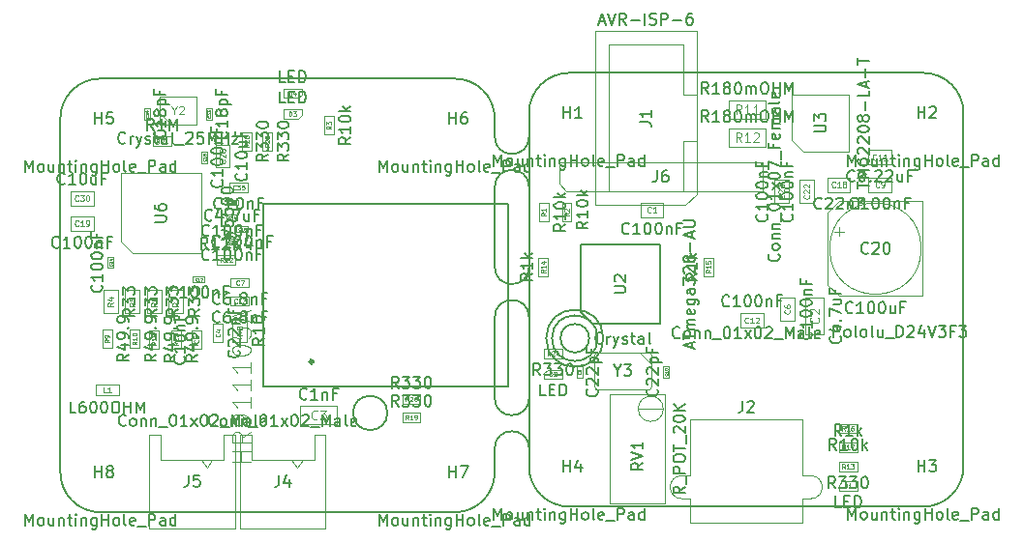
<source format=gbr>
%TF.GenerationSoftware,KiCad,Pcbnew,(5.1.8-0-10_14)*%
%TF.CreationDate,2021-08-18T13:43:03+02:00*%
%TF.ProjectId,ethersweep,65746865-7273-4776-9565-702e6b696361,2.0.1*%
%TF.SameCoordinates,Original*%
%TF.FileFunction,Other,Fab,Top*%
%FSLAX46Y46*%
G04 Gerber Fmt 4.6, Leading zero omitted, Abs format (unit mm)*
G04 Created by KiCad (PCBNEW (5.1.8-0-10_14)) date 2021-08-18 13:43:03*
%MOMM*%
%LPD*%
G01*
G04 APERTURE LIST*
%TA.AperFunction,Profile*%
%ADD10C,0.150000*%
%TD*%
%ADD11C,0.150000*%
%ADD12C,0.100000*%
%ADD13C,0.300000*%
%ADD14C,0.127000*%
%ADD15C,0.080000*%
%ADD16C,0.040000*%
%ADD17C,0.060000*%
%ADD18C,0.120000*%
%ADD19C,0.015000*%
%ADD20C,0.105000*%
G04 APERTURE END LIST*
D10*
X198000000Y-81000000D02*
G75*
G02*
X201500000Y-84500000I0J-3500000D01*
G01*
X160500000Y-115500000D02*
X160500000Y-113900000D01*
X163500000Y-86600000D02*
X163500000Y-85000000D01*
X163500000Y-86600000D02*
G75*
G02*
X160500000Y-86600000I-1500000J0D01*
G01*
X163500000Y-115500000D02*
X163500000Y-113900000D01*
X160500000Y-86600000D02*
X160500000Y-85000000D01*
X160500000Y-113900000D02*
G75*
G02*
X163500000Y-113900000I1500000J0D01*
G01*
D11*
X168750000Y-104250000D02*
G75*
G03*
X168750000Y-104250000I-1250000J0D01*
G01*
X169500000Y-104250000D02*
G75*
G03*
X169500000Y-104250000I-2000000J0D01*
G01*
X170000000Y-104250000D02*
G75*
G03*
X170000000Y-104250000I-2500000J0D01*
G01*
D10*
X163500000Y-98000000D02*
G75*
G02*
X160500000Y-98000000I-1500000J0D01*
G01*
X160500000Y-91000000D02*
G75*
G02*
X163500000Y-91000000I1500000J0D01*
G01*
X163500000Y-98000000D02*
X163500000Y-91000000D01*
X160500000Y-109500000D02*
X160500000Y-102400000D01*
X160500000Y-102400000D02*
G75*
G02*
X163500000Y-102400000I1500000J0D01*
G01*
X160500000Y-98000000D02*
X160500000Y-91000000D01*
X163500000Y-109500000D02*
X163500000Y-102400000D01*
X163500000Y-109500000D02*
G75*
G02*
X160500000Y-109500000I-1500000J0D01*
G01*
X160500000Y-116000000D02*
X160500000Y-115500000D01*
X163500000Y-84500000D02*
X163500000Y-85000000D01*
D11*
X163500000Y-115500000D02*
X163500000Y-84500000D01*
D10*
X151100000Y-110800000D02*
G75*
G03*
X151100000Y-110800000I-1500000J0D01*
G01*
X126000000Y-119500000D02*
G75*
G02*
X122500000Y-116000000I0J3500000D01*
G01*
X126000000Y-119500000D02*
X157000000Y-119500000D01*
X167000000Y-81000000D02*
X198000000Y-81000000D01*
X163500000Y-84500000D02*
G75*
G02*
X167000000Y-81000000I3500000J0D01*
G01*
X201500000Y-115500000D02*
G75*
G02*
X198000000Y-119000000I-3500000J0D01*
G01*
X167000000Y-119000000D02*
G75*
G02*
X163500000Y-115500000I0J3500000D01*
G01*
X167000000Y-119000000D02*
X198000000Y-119000000D01*
X201500000Y-115500000D02*
X201500000Y-84500000D01*
X122500000Y-85000000D02*
X122500000Y-116000000D01*
X160500000Y-116000000D02*
G75*
G02*
X157000000Y-119500000I-3500000J0D01*
G01*
X157000000Y-81500000D02*
G75*
G02*
X160500000Y-85000000I0J-3500000D01*
G01*
X122500000Y-85000000D02*
G75*
G02*
X126000000Y-81500000I3500000J0D01*
G01*
X157000000Y-81500000D02*
X126000000Y-81500000D01*
D12*
X197800000Y-96400000D02*
G75*
G03*
X197800000Y-96400000I-4000000J0D01*
G01*
X197950000Y-92250000D02*
X197950000Y-100550000D01*
X190650000Y-92250000D02*
X197950000Y-92250000D01*
X190650000Y-100550000D02*
X197950000Y-100550000D01*
X189650000Y-93250000D02*
X189650000Y-99550000D01*
X189650000Y-93250000D02*
X190650000Y-92250000D01*
X189650000Y-99550000D02*
X190650000Y-100550000D01*
X190237722Y-94900000D02*
X191037722Y-94900000D01*
X190637722Y-94500000D02*
X190637722Y-95300000D01*
X177550000Y-120400000D02*
X177550000Y-118300000D01*
X187450000Y-120400000D02*
X187450000Y-118300000D01*
X187450000Y-111400000D02*
X177550000Y-111400000D01*
X187450000Y-120400000D02*
X177550000Y-120400000D01*
X188150000Y-118300000D02*
X187450000Y-118300000D01*
X177550000Y-118300000D02*
X176850000Y-118300000D01*
X177550000Y-116300000D02*
X176850000Y-116300000D01*
X188150000Y-116300000D02*
X187450000Y-116300000D01*
X177550000Y-116300000D02*
X177550000Y-111400000D01*
X187450000Y-116300000D02*
X187450000Y-111400000D01*
X176850000Y-118300000D02*
G75*
G02*
X176850000Y-116300000I0J1000000D01*
G01*
X188150000Y-116300000D02*
G75*
G02*
X188150000Y-118300000I0J-1000000D01*
G01*
X136800000Y-114900000D02*
X136800000Y-112700000D01*
X136800000Y-112700000D02*
X137800000Y-112700000D01*
X137800000Y-112700000D02*
X137800000Y-120900000D01*
X137800000Y-120900000D02*
X130300000Y-120900000D01*
X130300000Y-120900000D02*
X130300000Y-112700000D01*
X130300000Y-112700000D02*
X131300000Y-112700000D01*
X131300000Y-112700000D02*
X131300000Y-114900000D01*
X131300000Y-114900000D02*
X136800000Y-114900000D01*
X135800000Y-114900000D02*
X135300000Y-115607107D01*
X135300000Y-115607107D02*
X134800000Y-114900000D01*
X176980000Y-82910000D02*
X178180000Y-82910000D01*
X176980000Y-82910000D02*
X176980000Y-82910000D01*
X176980000Y-78510000D02*
X176980000Y-82910000D01*
X170480000Y-78510000D02*
X176980000Y-78510000D01*
X170480000Y-91410000D02*
X170480000Y-78510000D01*
X176980000Y-91410000D02*
X170480000Y-91410000D01*
X176980000Y-87010000D02*
X176980000Y-91410000D01*
X178180000Y-87010000D02*
X176980000Y-87010000D01*
X178180000Y-77320000D02*
X178180000Y-91600000D01*
X169280000Y-77320000D02*
X178180000Y-77320000D01*
X169280000Y-92600000D02*
X169280000Y-77320000D01*
X177180000Y-92600000D02*
X169280000Y-92600000D01*
X178180000Y-91600000D02*
X177180000Y-92600000D01*
X173250000Y-93625000D02*
X173250000Y-92375000D01*
X173250000Y-92375000D02*
X175250000Y-92375000D01*
X175250000Y-92375000D02*
X175250000Y-93625000D01*
X175250000Y-93625000D02*
X173250000Y-93625000D01*
X168150000Y-107700000D02*
X167650000Y-107700000D01*
X167650000Y-107700000D02*
X167650000Y-106700000D01*
X167650000Y-106700000D02*
X168150000Y-106700000D01*
X168150000Y-106700000D02*
X168150000Y-107700000D01*
X175250000Y-107700000D02*
X175250000Y-106700000D01*
X175750000Y-107700000D02*
X175250000Y-107700000D01*
X175750000Y-106700000D02*
X175750000Y-107700000D01*
X175250000Y-106700000D02*
X175750000Y-106700000D01*
X182000000Y-102075000D02*
X184000000Y-102075000D01*
X182000000Y-103325000D02*
X182000000Y-102075000D01*
X184000000Y-103325000D02*
X182000000Y-103325000D01*
X184000000Y-102075000D02*
X184000000Y-103325000D01*
X143200000Y-115607107D02*
X142700000Y-114900000D01*
X143700000Y-114900000D02*
X143200000Y-115607107D01*
X139200000Y-114900000D02*
X144700000Y-114900000D01*
X139200000Y-112700000D02*
X139200000Y-114900000D01*
X138200000Y-112700000D02*
X139200000Y-112700000D01*
X138200000Y-120900000D02*
X138200000Y-112700000D01*
X145700000Y-120900000D02*
X138200000Y-120900000D01*
X145700000Y-112700000D02*
X145700000Y-120900000D01*
X144700000Y-112700000D02*
X145700000Y-112700000D01*
X144700000Y-114900000D02*
X144700000Y-112700000D01*
X192200000Y-115912500D02*
X190600000Y-115912500D01*
X192200000Y-115087500D02*
X192200000Y-115912500D01*
X190600000Y-115087500D02*
X192200000Y-115087500D01*
X190600000Y-115912500D02*
X190600000Y-115087500D01*
D11*
X169000000Y-103000000D02*
X168000000Y-102000000D01*
X175000000Y-103000000D02*
X169000000Y-103000000D01*
X175000000Y-96000000D02*
X175000000Y-103000000D01*
X168000000Y-96000000D02*
X175000000Y-96000000D01*
X168000000Y-102000000D02*
X168000000Y-96000000D01*
D12*
X164337500Y-97200000D02*
X165162500Y-97200000D01*
X165162500Y-97200000D02*
X165162500Y-98800000D01*
X165162500Y-98800000D02*
X164337500Y-98800000D01*
X164337500Y-98800000D02*
X164337500Y-97200000D01*
X178787500Y-98800000D02*
X178787500Y-97200000D01*
X179612500Y-98800000D02*
X178787500Y-98800000D01*
X179612500Y-97200000D02*
X179612500Y-98800000D01*
X178787500Y-97200000D02*
X179612500Y-97200000D01*
X165212500Y-92400000D02*
X165212500Y-94000000D01*
X164387500Y-92400000D02*
X165212500Y-92400000D01*
X164387500Y-94000000D02*
X164387500Y-92400000D01*
X165212500Y-94000000D02*
X164387500Y-94000000D01*
X167212500Y-94000000D02*
X166387500Y-94000000D01*
X166387500Y-94000000D02*
X166387500Y-92400000D01*
X166387500Y-92400000D02*
X167212500Y-92400000D01*
X167212500Y-92400000D02*
X167212500Y-94000000D01*
X146412500Y-86400000D02*
X145587500Y-86400000D01*
X145587500Y-86400000D02*
X145587500Y-84800000D01*
X145587500Y-84800000D02*
X146412500Y-84800000D01*
X146412500Y-84800000D02*
X146412500Y-86400000D01*
X174000000Y-108700000D02*
X169400000Y-108700000D01*
X169400000Y-108700000D02*
X169200000Y-108500000D01*
X169200000Y-108500000D02*
X169200000Y-105700000D01*
X169200000Y-105700000D02*
X169400000Y-105500000D01*
X169400000Y-105500000D02*
X174000000Y-105500000D01*
X174000000Y-105500000D02*
X174200000Y-105700000D01*
X174200000Y-105700000D02*
X174200000Y-108500000D01*
X174200000Y-108500000D02*
X174000000Y-108700000D01*
X174200000Y-106500000D02*
X173200000Y-105500000D01*
X192205001Y-112567501D02*
X190605001Y-112567501D01*
X192205001Y-111742501D02*
X192205001Y-112567501D01*
X190605001Y-111742501D02*
X192205001Y-111742501D01*
X190605001Y-112567501D02*
X190605001Y-111742501D01*
X192200000Y-113387500D02*
X192200000Y-114212500D01*
X192200000Y-114212500D02*
X190600000Y-114212500D01*
X190600000Y-114212500D02*
X190600000Y-113387500D01*
X190600000Y-113387500D02*
X192200000Y-113387500D01*
X146700000Y-110200000D02*
X146700000Y-111800000D01*
X146700000Y-111800000D02*
X143500000Y-111800000D01*
X143500000Y-111800000D02*
X143500000Y-110200000D01*
X143500000Y-110200000D02*
X146700000Y-110200000D01*
X136712500Y-104600000D02*
X135887500Y-104600000D01*
X135887500Y-104600000D02*
X135887500Y-103000000D01*
X135887500Y-103000000D02*
X136712500Y-103000000D01*
X136712500Y-103000000D02*
X136712500Y-104600000D01*
X134000000Y-105150000D02*
X134000000Y-103550000D01*
X134800000Y-105150000D02*
X134000000Y-105150000D01*
X134800000Y-103550000D02*
X134800000Y-105150000D01*
X134000000Y-103550000D02*
X134800000Y-103550000D01*
X137000000Y-93950000D02*
X137000000Y-93450000D01*
X137000000Y-93450000D02*
X138000000Y-93450000D01*
X138000000Y-93450000D02*
X138000000Y-93950000D01*
X138000000Y-93950000D02*
X137000000Y-93950000D01*
X138900000Y-94950000D02*
X137900000Y-94950000D01*
X138900000Y-94450000D02*
X138900000Y-94950000D01*
X137900000Y-94450000D02*
X138900000Y-94450000D01*
X137900000Y-94950000D02*
X137900000Y-94450000D01*
X135350000Y-88900000D02*
X134850000Y-88900000D01*
X134850000Y-88900000D02*
X134850000Y-87900000D01*
X134850000Y-87900000D02*
X135350000Y-87900000D01*
X135350000Y-87900000D02*
X135350000Y-88900000D01*
X135100000Y-99350000D02*
X134100000Y-99350000D01*
X135100000Y-98850000D02*
X135100000Y-99350000D01*
X134100000Y-98850000D02*
X135100000Y-98850000D01*
X134100000Y-99350000D02*
X134100000Y-98850000D01*
X126650000Y-98100000D02*
X126650000Y-97100000D01*
X127150000Y-98100000D02*
X126650000Y-98100000D01*
X127150000Y-97100000D02*
X127150000Y-98100000D01*
X126650000Y-97100000D02*
X127150000Y-97100000D01*
X138000000Y-96050000D02*
X137000000Y-96050000D01*
X138000000Y-95550000D02*
X138000000Y-96050000D01*
X137000000Y-95550000D02*
X138000000Y-95550000D01*
X137000000Y-96050000D02*
X137000000Y-95550000D01*
X137325000Y-89300000D02*
X136075000Y-89300000D01*
X136075000Y-89300000D02*
X136075000Y-87300000D01*
X136075000Y-87300000D02*
X137325000Y-87300000D01*
X137325000Y-87300000D02*
X137325000Y-89300000D01*
X123400000Y-91375000D02*
X125400000Y-91375000D01*
X123400000Y-92625000D02*
X123400000Y-91375000D01*
X125400000Y-92625000D02*
X123400000Y-92625000D01*
X125400000Y-91375000D02*
X125400000Y-92625000D01*
X135750000Y-85100000D02*
X135250000Y-85100000D01*
X135250000Y-85100000D02*
X135250000Y-84100000D01*
X135250000Y-84100000D02*
X135750000Y-84100000D01*
X135750000Y-84100000D02*
X135750000Y-85100000D01*
X130350000Y-85100000D02*
X129850000Y-85100000D01*
X129850000Y-85100000D02*
X129850000Y-84100000D01*
X129850000Y-84100000D02*
X130350000Y-84100000D01*
X130350000Y-84100000D02*
X130350000Y-85100000D01*
X138900000Y-91450000D02*
X137300000Y-91450000D01*
X138900000Y-90650000D02*
X138900000Y-91450000D01*
X137300000Y-90650000D02*
X138900000Y-90650000D01*
X137300000Y-91450000D02*
X137300000Y-90650000D01*
X138020000Y-92600000D02*
X137020000Y-92600000D01*
X138020000Y-92100000D02*
X138020000Y-92600000D01*
X137020000Y-92100000D02*
X138020000Y-92100000D01*
X137020000Y-92600000D02*
X137020000Y-92100000D01*
X166130000Y-90735000D02*
X166130000Y-88830000D01*
X166130000Y-88830000D02*
X183910000Y-88830000D01*
X183910000Y-88830000D02*
X183910000Y-91370000D01*
X183910000Y-91370000D02*
X166765000Y-91370000D01*
X166765000Y-91370000D02*
X166130000Y-90735000D01*
D13*
X144600000Y-106300000D02*
G75*
G03*
X144600000Y-106300000I-150000J0D01*
G01*
D14*
X161670000Y-92500000D02*
X140270000Y-92500000D01*
X140270000Y-92500000D02*
X140270000Y-108500000D01*
X140270000Y-108500000D02*
X161670000Y-108500000D01*
X161670000Y-108500000D02*
X161670000Y-92500000D01*
D12*
X125600000Y-109250000D02*
X125600000Y-108350000D01*
X125600000Y-108350000D02*
X127600000Y-108350000D01*
X127600000Y-108350000D02*
X127600000Y-109250000D01*
X127600000Y-109250000D02*
X125600000Y-109250000D01*
X127525000Y-100050000D02*
X127525000Y-102050000D01*
X126275000Y-100050000D02*
X127525000Y-100050000D01*
X126275000Y-102050000D02*
X126275000Y-100050000D01*
X127525000Y-102050000D02*
X126275000Y-102050000D01*
X129425000Y-102050000D02*
X128175000Y-102050000D01*
X128175000Y-102050000D02*
X128175000Y-100050000D01*
X128175000Y-100050000D02*
X129425000Y-100050000D01*
X129425000Y-100050000D02*
X129425000Y-102050000D01*
X131325000Y-100050000D02*
X131325000Y-102050000D01*
X130075000Y-100050000D02*
X131325000Y-100050000D01*
X130075000Y-102050000D02*
X130075000Y-100050000D01*
X131325000Y-102050000D02*
X130075000Y-102050000D01*
X133225000Y-102050000D02*
X131975000Y-102050000D01*
X131975000Y-102050000D02*
X131975000Y-100050000D01*
X131975000Y-100050000D02*
X133225000Y-100050000D01*
X133225000Y-100050000D02*
X133225000Y-102050000D01*
X127012500Y-105100000D02*
X126187500Y-105100000D01*
X126187500Y-105100000D02*
X126187500Y-103500000D01*
X126187500Y-103500000D02*
X127012500Y-103500000D01*
X127012500Y-103500000D02*
X127012500Y-105100000D01*
X129412500Y-105100000D02*
X128587500Y-105100000D01*
X128587500Y-105100000D02*
X128587500Y-103500000D01*
X128587500Y-103500000D02*
X129412500Y-103500000D01*
X129412500Y-103500000D02*
X129412500Y-105100000D01*
X131112500Y-103550000D02*
X131112500Y-105150000D01*
X130287500Y-103550000D02*
X131112500Y-103550000D01*
X130287500Y-105150000D02*
X130287500Y-103550000D01*
X131112500Y-105150000D02*
X130287500Y-105150000D01*
X154000000Y-110787500D02*
X154000000Y-111612500D01*
X154000000Y-111612500D02*
X152400000Y-111612500D01*
X152400000Y-111612500D02*
X152400000Y-110787500D01*
X152400000Y-110787500D02*
X154000000Y-110787500D01*
X152400000Y-109187500D02*
X154000000Y-109187500D01*
X152400000Y-110012500D02*
X152400000Y-109187500D01*
X154000000Y-110012500D02*
X152400000Y-110012500D01*
X154000000Y-109187500D02*
X154000000Y-110012500D01*
X133012500Y-103550000D02*
X133012500Y-105150000D01*
X132187500Y-103550000D02*
X133012500Y-103550000D01*
X132187500Y-105150000D02*
X132187500Y-103550000D01*
X133012500Y-105150000D02*
X132187500Y-105150000D01*
X128800000Y-96800000D02*
X127800000Y-95800000D01*
X134800000Y-96800000D02*
X128800000Y-96800000D01*
X134800000Y-89800000D02*
X134800000Y-96800000D01*
X127800000Y-89800000D02*
X134800000Y-89800000D01*
X127800000Y-95800000D02*
X127800000Y-89800000D01*
X131200000Y-84550000D02*
X132200000Y-85550000D01*
X134400000Y-83050000D02*
X131200000Y-83050000D01*
X134400000Y-85550000D02*
X134400000Y-83050000D01*
X131200000Y-85550000D02*
X134400000Y-85550000D01*
X131200000Y-83050000D02*
X131200000Y-85550000D01*
X189300000Y-103900000D02*
X187700000Y-103900000D01*
X187700000Y-103900000D02*
X187700000Y-100700000D01*
X187700000Y-100700000D02*
X189300000Y-100700000D01*
X189300000Y-100700000D02*
X189300000Y-103900000D01*
X186725000Y-102700000D02*
X185475000Y-102700000D01*
X185475000Y-102700000D02*
X185475000Y-100700000D01*
X185475000Y-100700000D02*
X186725000Y-100700000D01*
X186725000Y-100700000D02*
X186725000Y-102700000D01*
X164800000Y-106012500D02*
X164800000Y-105187500D01*
X164800000Y-105187500D02*
X166400000Y-105187500D01*
X166400000Y-105187500D02*
X166400000Y-106012500D01*
X166400000Y-106012500D02*
X164800000Y-106012500D01*
X193200000Y-91425000D02*
X193200000Y-90175000D01*
X193200000Y-90175000D02*
X195200000Y-90175000D01*
X195200000Y-90175000D02*
X195200000Y-91425000D01*
X195200000Y-91425000D02*
X193200000Y-91425000D01*
X195200000Y-89025000D02*
X193200000Y-89025000D01*
X195200000Y-87775000D02*
X195200000Y-89025000D01*
X193200000Y-87775000D02*
X195200000Y-87775000D01*
X193200000Y-89025000D02*
X193200000Y-87775000D01*
X189600000Y-91425000D02*
X189600000Y-90175000D01*
X189600000Y-90175000D02*
X191600000Y-90175000D01*
X191600000Y-90175000D02*
X191600000Y-91425000D01*
X191600000Y-91425000D02*
X189600000Y-91425000D01*
X187175000Y-90400000D02*
X188425000Y-90400000D01*
X188425000Y-90400000D02*
X188425000Y-92400000D01*
X188425000Y-92400000D02*
X187175000Y-92400000D01*
X187175000Y-92400000D02*
X187175000Y-90400000D01*
X184975000Y-92400000D02*
X184975000Y-90400000D01*
X186225000Y-92400000D02*
X184975000Y-92400000D01*
X186225000Y-90400000D02*
X186225000Y-92400000D01*
X184975000Y-90400000D02*
X186225000Y-90400000D01*
X184200000Y-83400000D02*
X184200000Y-85000000D01*
X184200000Y-85000000D02*
X181000000Y-85000000D01*
X181000000Y-85000000D02*
X181000000Y-83400000D01*
X181000000Y-83400000D02*
X184200000Y-83400000D01*
X180994999Y-85854999D02*
X184194999Y-85854999D01*
X180994999Y-87454999D02*
X180994999Y-85854999D01*
X184194999Y-87454999D02*
X180994999Y-87454999D01*
X184194999Y-85854999D02*
X184194999Y-87454999D01*
X175245000Y-110445000D02*
G75*
G03*
X175245000Y-110445000I-1095000J0D01*
G01*
X170590000Y-118705000D02*
X175420000Y-118705000D01*
X175420000Y-118705000D02*
X175420000Y-109175000D01*
X175420000Y-109175000D02*
X170590000Y-109175000D01*
X170590000Y-109175000D02*
X170590000Y-118705000D01*
X175235000Y-110445000D02*
X173066000Y-110444000D01*
X175235000Y-110445000D02*
X173066000Y-110444000D01*
X186500000Y-86900000D02*
X186500000Y-82900000D01*
X186500000Y-82900000D02*
X191500000Y-82900000D01*
X191500000Y-82900000D02*
X191500000Y-87900000D01*
X191500000Y-87900000D02*
X187500000Y-87900000D01*
X187500000Y-87900000D02*
X186500000Y-86900000D01*
X137400000Y-99800000D02*
X137400000Y-99000000D01*
X137400000Y-99000000D02*
X139000000Y-99000000D01*
X139000000Y-99000000D02*
X139000000Y-99800000D01*
X139000000Y-99800000D02*
X137400000Y-99800000D01*
X139000000Y-101400000D02*
X137400000Y-101400000D01*
X139000000Y-100600000D02*
X139000000Y-101400000D01*
X137400000Y-100600000D02*
X139000000Y-100600000D01*
X137400000Y-101400000D02*
X137400000Y-100600000D01*
X138825000Y-102600000D02*
X138825000Y-104600000D01*
X137575000Y-102600000D02*
X138825000Y-102600000D01*
X137575000Y-104600000D02*
X137575000Y-102600000D01*
X138825000Y-104600000D02*
X137575000Y-104600000D01*
X130600000Y-86587500D02*
X132200000Y-86587500D01*
X130600000Y-87412500D02*
X130600000Y-86587500D01*
X132200000Y-87412500D02*
X130600000Y-87412500D01*
X132200000Y-86587500D02*
X132200000Y-87412500D01*
X137800000Y-96987500D02*
X137800000Y-97812500D01*
X137800000Y-97812500D02*
X136200000Y-97812500D01*
X136200000Y-97812500D02*
X136200000Y-96987500D01*
X136200000Y-96987500D02*
X137800000Y-96987500D01*
X142000000Y-84200000D02*
X142000000Y-85000000D01*
X143600000Y-84200000D02*
X142000000Y-84200000D01*
X143600000Y-84700000D02*
X143600000Y-84200000D01*
X143300000Y-85000000D02*
X143600000Y-84700000D01*
X142000000Y-85000000D02*
X143300000Y-85000000D01*
X142000000Y-83200000D02*
X143300000Y-83200000D01*
X143300000Y-83200000D02*
X143600000Y-82900000D01*
X143600000Y-82900000D02*
X143600000Y-82400000D01*
X143600000Y-82400000D02*
X142000000Y-82400000D01*
X142000000Y-82400000D02*
X142000000Y-83200000D01*
X141012500Y-87800000D02*
X140187500Y-87800000D01*
X140187500Y-87800000D02*
X140187500Y-86200000D01*
X140187500Y-86200000D02*
X141012500Y-86200000D01*
X141012500Y-86200000D02*
X141012500Y-87800000D01*
X139212500Y-86200000D02*
X139212500Y-87800000D01*
X138387500Y-86200000D02*
X139212500Y-86200000D01*
X138387500Y-87800000D02*
X138387500Y-86200000D01*
X139212500Y-87800000D02*
X138387500Y-87800000D01*
X192200000Y-116800000D02*
X190900000Y-116800000D01*
X190900000Y-116800000D02*
X190600000Y-117100000D01*
X190600000Y-117100000D02*
X190600000Y-117600000D01*
X190600000Y-117600000D02*
X192200000Y-117600000D01*
X192200000Y-117600000D02*
X192200000Y-116800000D01*
X166400000Y-107800000D02*
X166400000Y-107000000D01*
X164800000Y-107800000D02*
X166400000Y-107800000D01*
X164800000Y-107300000D02*
X164800000Y-107800000D01*
X165100000Y-107000000D02*
X164800000Y-107300000D01*
X166400000Y-107000000D02*
X165100000Y-107000000D01*
X125400000Y-94825000D02*
X123400000Y-94825000D01*
X125400000Y-93575000D02*
X125400000Y-94825000D01*
X123400000Y-93575000D02*
X125400000Y-93575000D01*
X123400000Y-94825000D02*
X123400000Y-93575000D01*
D11*
X191800000Y-101957142D02*
X191752380Y-102004761D01*
X191609523Y-102052380D01*
X191514285Y-102052380D01*
X191371428Y-102004761D01*
X191276190Y-101909523D01*
X191228571Y-101814285D01*
X191180952Y-101623809D01*
X191180952Y-101480952D01*
X191228571Y-101290476D01*
X191276190Y-101195238D01*
X191371428Y-101100000D01*
X191514285Y-101052380D01*
X191609523Y-101052380D01*
X191752380Y-101100000D01*
X191800000Y-101147619D01*
X192752380Y-102052380D02*
X192180952Y-102052380D01*
X192466666Y-102052380D02*
X192466666Y-101052380D01*
X192371428Y-101195238D01*
X192276190Y-101290476D01*
X192180952Y-101338095D01*
X193371428Y-101052380D02*
X193466666Y-101052380D01*
X193561904Y-101100000D01*
X193609523Y-101147619D01*
X193657142Y-101242857D01*
X193704761Y-101433333D01*
X193704761Y-101671428D01*
X193657142Y-101861904D01*
X193609523Y-101957142D01*
X193561904Y-102004761D01*
X193466666Y-102052380D01*
X193371428Y-102052380D01*
X193276190Y-102004761D01*
X193228571Y-101957142D01*
X193180952Y-101861904D01*
X193133333Y-101671428D01*
X193133333Y-101433333D01*
X193180952Y-101242857D01*
X193228571Y-101147619D01*
X193276190Y-101100000D01*
X193371428Y-101052380D01*
X194323809Y-101052380D02*
X194419047Y-101052380D01*
X194514285Y-101100000D01*
X194561904Y-101147619D01*
X194609523Y-101242857D01*
X194657142Y-101433333D01*
X194657142Y-101671428D01*
X194609523Y-101861904D01*
X194561904Y-101957142D01*
X194514285Y-102004761D01*
X194419047Y-102052380D01*
X194323809Y-102052380D01*
X194228571Y-102004761D01*
X194180952Y-101957142D01*
X194133333Y-101861904D01*
X194085714Y-101671428D01*
X194085714Y-101433333D01*
X194133333Y-101242857D01*
X194180952Y-101147619D01*
X194228571Y-101100000D01*
X194323809Y-101052380D01*
X195514285Y-101385714D02*
X195514285Y-102052380D01*
X195085714Y-101385714D02*
X195085714Y-101909523D01*
X195133333Y-102004761D01*
X195228571Y-102052380D01*
X195371428Y-102052380D01*
X195466666Y-102004761D01*
X195514285Y-101957142D01*
X196323809Y-101528571D02*
X195990476Y-101528571D01*
X195990476Y-102052380D02*
X195990476Y-101052380D01*
X196466666Y-101052380D01*
X193157142Y-96757142D02*
X193109523Y-96804761D01*
X192966666Y-96852380D01*
X192871428Y-96852380D01*
X192728571Y-96804761D01*
X192633333Y-96709523D01*
X192585714Y-96614285D01*
X192538095Y-96423809D01*
X192538095Y-96280952D01*
X192585714Y-96090476D01*
X192633333Y-95995238D01*
X192728571Y-95900000D01*
X192871428Y-95852380D01*
X192966666Y-95852380D01*
X193109523Y-95900000D01*
X193157142Y-95947619D01*
X193538095Y-95947619D02*
X193585714Y-95900000D01*
X193680952Y-95852380D01*
X193919047Y-95852380D01*
X194014285Y-95900000D01*
X194061904Y-95947619D01*
X194109523Y-96042857D01*
X194109523Y-96138095D01*
X194061904Y-96280952D01*
X193490476Y-96852380D01*
X194109523Y-96852380D01*
X194728571Y-95852380D02*
X194823809Y-95852380D01*
X194919047Y-95900000D01*
X194966666Y-95947619D01*
X195014285Y-96042857D01*
X195061904Y-96233333D01*
X195061904Y-96471428D01*
X195014285Y-96661904D01*
X194966666Y-96757142D01*
X194919047Y-96804761D01*
X194823809Y-96852380D01*
X194728571Y-96852380D01*
X194633333Y-96804761D01*
X194585714Y-96757142D01*
X194538095Y-96661904D01*
X194490476Y-96471428D01*
X194490476Y-96233333D01*
X194538095Y-96042857D01*
X194585714Y-95947619D01*
X194633333Y-95900000D01*
X194728571Y-95852380D01*
X191428571Y-89152380D02*
X191428571Y-88152380D01*
X191761904Y-88866666D01*
X192095238Y-88152380D01*
X192095238Y-89152380D01*
X192714285Y-89152380D02*
X192619047Y-89104761D01*
X192571428Y-89057142D01*
X192523809Y-88961904D01*
X192523809Y-88676190D01*
X192571428Y-88580952D01*
X192619047Y-88533333D01*
X192714285Y-88485714D01*
X192857142Y-88485714D01*
X192952380Y-88533333D01*
X193000000Y-88580952D01*
X193047619Y-88676190D01*
X193047619Y-88961904D01*
X193000000Y-89057142D01*
X192952380Y-89104761D01*
X192857142Y-89152380D01*
X192714285Y-89152380D01*
X193904761Y-88485714D02*
X193904761Y-89152380D01*
X193476190Y-88485714D02*
X193476190Y-89009523D01*
X193523809Y-89104761D01*
X193619047Y-89152380D01*
X193761904Y-89152380D01*
X193857142Y-89104761D01*
X193904761Y-89057142D01*
X194380952Y-88485714D02*
X194380952Y-89152380D01*
X194380952Y-88580952D02*
X194428571Y-88533333D01*
X194523809Y-88485714D01*
X194666666Y-88485714D01*
X194761904Y-88533333D01*
X194809523Y-88628571D01*
X194809523Y-89152380D01*
X195142857Y-88485714D02*
X195523809Y-88485714D01*
X195285714Y-88152380D02*
X195285714Y-89009523D01*
X195333333Y-89104761D01*
X195428571Y-89152380D01*
X195523809Y-89152380D01*
X195857142Y-89152380D02*
X195857142Y-88485714D01*
X195857142Y-88152380D02*
X195809523Y-88200000D01*
X195857142Y-88247619D01*
X195904761Y-88200000D01*
X195857142Y-88152380D01*
X195857142Y-88247619D01*
X196333333Y-88485714D02*
X196333333Y-89152380D01*
X196333333Y-88580952D02*
X196380952Y-88533333D01*
X196476190Y-88485714D01*
X196619047Y-88485714D01*
X196714285Y-88533333D01*
X196761904Y-88628571D01*
X196761904Y-89152380D01*
X197666666Y-88485714D02*
X197666666Y-89295238D01*
X197619047Y-89390476D01*
X197571428Y-89438095D01*
X197476190Y-89485714D01*
X197333333Y-89485714D01*
X197238095Y-89438095D01*
X197666666Y-89104761D02*
X197571428Y-89152380D01*
X197380952Y-89152380D01*
X197285714Y-89104761D01*
X197238095Y-89057142D01*
X197190476Y-88961904D01*
X197190476Y-88676190D01*
X197238095Y-88580952D01*
X197285714Y-88533333D01*
X197380952Y-88485714D01*
X197571428Y-88485714D01*
X197666666Y-88533333D01*
X198142857Y-89152380D02*
X198142857Y-88152380D01*
X198142857Y-88628571D02*
X198714285Y-88628571D01*
X198714285Y-89152380D02*
X198714285Y-88152380D01*
X199333333Y-89152380D02*
X199238095Y-89104761D01*
X199190476Y-89057142D01*
X199142857Y-88961904D01*
X199142857Y-88676190D01*
X199190476Y-88580952D01*
X199238095Y-88533333D01*
X199333333Y-88485714D01*
X199476190Y-88485714D01*
X199571428Y-88533333D01*
X199619047Y-88580952D01*
X199666666Y-88676190D01*
X199666666Y-88961904D01*
X199619047Y-89057142D01*
X199571428Y-89104761D01*
X199476190Y-89152380D01*
X199333333Y-89152380D01*
X200238095Y-89152380D02*
X200142857Y-89104761D01*
X200095238Y-89009523D01*
X200095238Y-88152380D01*
X201000000Y-89104761D02*
X200904761Y-89152380D01*
X200714285Y-89152380D01*
X200619047Y-89104761D01*
X200571428Y-89009523D01*
X200571428Y-88628571D01*
X200619047Y-88533333D01*
X200714285Y-88485714D01*
X200904761Y-88485714D01*
X201000000Y-88533333D01*
X201047619Y-88628571D01*
X201047619Y-88723809D01*
X200571428Y-88819047D01*
X201238095Y-89247619D02*
X202000000Y-89247619D01*
X202238095Y-89152380D02*
X202238095Y-88152380D01*
X202619047Y-88152380D01*
X202714285Y-88200000D01*
X202761904Y-88247619D01*
X202809523Y-88342857D01*
X202809523Y-88485714D01*
X202761904Y-88580952D01*
X202714285Y-88628571D01*
X202619047Y-88676190D01*
X202238095Y-88676190D01*
X203666666Y-89152380D02*
X203666666Y-88628571D01*
X203619047Y-88533333D01*
X203523809Y-88485714D01*
X203333333Y-88485714D01*
X203238095Y-88533333D01*
X203666666Y-89104761D02*
X203571428Y-89152380D01*
X203333333Y-89152380D01*
X203238095Y-89104761D01*
X203190476Y-89009523D01*
X203190476Y-88914285D01*
X203238095Y-88819047D01*
X203333333Y-88771428D01*
X203571428Y-88771428D01*
X203666666Y-88723809D01*
X204571428Y-89152380D02*
X204571428Y-88152380D01*
X204571428Y-89104761D02*
X204476190Y-89152380D01*
X204285714Y-89152380D01*
X204190476Y-89104761D01*
X204142857Y-89057142D01*
X204095238Y-88961904D01*
X204095238Y-88676190D01*
X204142857Y-88580952D01*
X204190476Y-88533333D01*
X204285714Y-88485714D01*
X204476190Y-88485714D01*
X204571428Y-88533333D01*
X197538095Y-84952380D02*
X197538095Y-83952380D01*
X197538095Y-84428571D02*
X198109523Y-84428571D01*
X198109523Y-84952380D02*
X198109523Y-83952380D01*
X198538095Y-84047619D02*
X198585714Y-84000000D01*
X198680952Y-83952380D01*
X198919047Y-83952380D01*
X199014285Y-84000000D01*
X199061904Y-84047619D01*
X199109523Y-84142857D01*
X199109523Y-84238095D01*
X199061904Y-84380952D01*
X198490476Y-84952380D01*
X199109523Y-84952380D01*
X176666666Y-104157142D02*
X176619047Y-104204761D01*
X176476190Y-104252380D01*
X176380952Y-104252380D01*
X176238095Y-104204761D01*
X176142857Y-104109523D01*
X176095238Y-104014285D01*
X176047619Y-103823809D01*
X176047619Y-103680952D01*
X176095238Y-103490476D01*
X176142857Y-103395238D01*
X176238095Y-103300000D01*
X176380952Y-103252380D01*
X176476190Y-103252380D01*
X176619047Y-103300000D01*
X176666666Y-103347619D01*
X177238095Y-104252380D02*
X177142857Y-104204761D01*
X177095238Y-104157142D01*
X177047619Y-104061904D01*
X177047619Y-103776190D01*
X177095238Y-103680952D01*
X177142857Y-103633333D01*
X177238095Y-103585714D01*
X177380952Y-103585714D01*
X177476190Y-103633333D01*
X177523809Y-103680952D01*
X177571428Y-103776190D01*
X177571428Y-104061904D01*
X177523809Y-104157142D01*
X177476190Y-104204761D01*
X177380952Y-104252380D01*
X177238095Y-104252380D01*
X178000000Y-103585714D02*
X178000000Y-104252380D01*
X178000000Y-103680952D02*
X178047619Y-103633333D01*
X178142857Y-103585714D01*
X178285714Y-103585714D01*
X178380952Y-103633333D01*
X178428571Y-103728571D01*
X178428571Y-104252380D01*
X178904761Y-103585714D02*
X178904761Y-104252380D01*
X178904761Y-103680952D02*
X178952380Y-103633333D01*
X179047619Y-103585714D01*
X179190476Y-103585714D01*
X179285714Y-103633333D01*
X179333333Y-103728571D01*
X179333333Y-104252380D01*
X179571428Y-104347619D02*
X180333333Y-104347619D01*
X180761904Y-103252380D02*
X180857142Y-103252380D01*
X180952380Y-103300000D01*
X181000000Y-103347619D01*
X181047619Y-103442857D01*
X181095238Y-103633333D01*
X181095238Y-103871428D01*
X181047619Y-104061904D01*
X181000000Y-104157142D01*
X180952380Y-104204761D01*
X180857142Y-104252380D01*
X180761904Y-104252380D01*
X180666666Y-104204761D01*
X180619047Y-104157142D01*
X180571428Y-104061904D01*
X180523809Y-103871428D01*
X180523809Y-103633333D01*
X180571428Y-103442857D01*
X180619047Y-103347619D01*
X180666666Y-103300000D01*
X180761904Y-103252380D01*
X182047619Y-104252380D02*
X181476190Y-104252380D01*
X181761904Y-104252380D02*
X181761904Y-103252380D01*
X181666666Y-103395238D01*
X181571428Y-103490476D01*
X181476190Y-103538095D01*
X182380952Y-104252380D02*
X182904761Y-103585714D01*
X182380952Y-103585714D02*
X182904761Y-104252380D01*
X183476190Y-103252380D02*
X183571428Y-103252380D01*
X183666666Y-103300000D01*
X183714285Y-103347619D01*
X183761904Y-103442857D01*
X183809523Y-103633333D01*
X183809523Y-103871428D01*
X183761904Y-104061904D01*
X183714285Y-104157142D01*
X183666666Y-104204761D01*
X183571428Y-104252380D01*
X183476190Y-104252380D01*
X183380952Y-104204761D01*
X183333333Y-104157142D01*
X183285714Y-104061904D01*
X183238095Y-103871428D01*
X183238095Y-103633333D01*
X183285714Y-103442857D01*
X183333333Y-103347619D01*
X183380952Y-103300000D01*
X183476190Y-103252380D01*
X184190476Y-103347619D02*
X184238095Y-103300000D01*
X184333333Y-103252380D01*
X184571428Y-103252380D01*
X184666666Y-103300000D01*
X184714285Y-103347619D01*
X184761904Y-103442857D01*
X184761904Y-103538095D01*
X184714285Y-103680952D01*
X184142857Y-104252380D01*
X184761904Y-104252380D01*
X184952380Y-104347619D02*
X185714285Y-104347619D01*
X185952380Y-104252380D02*
X185952380Y-103252380D01*
X186285714Y-103966666D01*
X186619047Y-103252380D01*
X186619047Y-104252380D01*
X187523809Y-104252380D02*
X187523809Y-103728571D01*
X187476190Y-103633333D01*
X187380952Y-103585714D01*
X187190476Y-103585714D01*
X187095238Y-103633333D01*
X187523809Y-104204761D02*
X187428571Y-104252380D01*
X187190476Y-104252380D01*
X187095238Y-104204761D01*
X187047619Y-104109523D01*
X187047619Y-104014285D01*
X187095238Y-103919047D01*
X187190476Y-103871428D01*
X187428571Y-103871428D01*
X187523809Y-103823809D01*
X188142857Y-104252380D02*
X188047619Y-104204761D01*
X188000000Y-104109523D01*
X188000000Y-103252380D01*
X188904761Y-104204761D02*
X188809523Y-104252380D01*
X188619047Y-104252380D01*
X188523809Y-104204761D01*
X188476190Y-104109523D01*
X188476190Y-103728571D01*
X188523809Y-103633333D01*
X188619047Y-103585714D01*
X188809523Y-103585714D01*
X188904761Y-103633333D01*
X188952380Y-103728571D01*
X188952380Y-103823809D01*
X188476190Y-103919047D01*
X182166666Y-109752380D02*
X182166666Y-110466666D01*
X182119047Y-110609523D01*
X182023809Y-110704761D01*
X181880952Y-110752380D01*
X181785714Y-110752380D01*
X182595238Y-109847619D02*
X182642857Y-109800000D01*
X182738095Y-109752380D01*
X182976190Y-109752380D01*
X183071428Y-109800000D01*
X183119047Y-109847619D01*
X183166666Y-109942857D01*
X183166666Y-110038095D01*
X183119047Y-110180952D01*
X182547619Y-110752380D01*
X183166666Y-110752380D01*
X128216666Y-111857142D02*
X128169047Y-111904761D01*
X128026190Y-111952380D01*
X127930952Y-111952380D01*
X127788095Y-111904761D01*
X127692857Y-111809523D01*
X127645238Y-111714285D01*
X127597619Y-111523809D01*
X127597619Y-111380952D01*
X127645238Y-111190476D01*
X127692857Y-111095238D01*
X127788095Y-111000000D01*
X127930952Y-110952380D01*
X128026190Y-110952380D01*
X128169047Y-111000000D01*
X128216666Y-111047619D01*
X128788095Y-111952380D02*
X128692857Y-111904761D01*
X128645238Y-111857142D01*
X128597619Y-111761904D01*
X128597619Y-111476190D01*
X128645238Y-111380952D01*
X128692857Y-111333333D01*
X128788095Y-111285714D01*
X128930952Y-111285714D01*
X129026190Y-111333333D01*
X129073809Y-111380952D01*
X129121428Y-111476190D01*
X129121428Y-111761904D01*
X129073809Y-111857142D01*
X129026190Y-111904761D01*
X128930952Y-111952380D01*
X128788095Y-111952380D01*
X129550000Y-111285714D02*
X129550000Y-111952380D01*
X129550000Y-111380952D02*
X129597619Y-111333333D01*
X129692857Y-111285714D01*
X129835714Y-111285714D01*
X129930952Y-111333333D01*
X129978571Y-111428571D01*
X129978571Y-111952380D01*
X130454761Y-111285714D02*
X130454761Y-111952380D01*
X130454761Y-111380952D02*
X130502380Y-111333333D01*
X130597619Y-111285714D01*
X130740476Y-111285714D01*
X130835714Y-111333333D01*
X130883333Y-111428571D01*
X130883333Y-111952380D01*
X131121428Y-112047619D02*
X131883333Y-112047619D01*
X132311904Y-110952380D02*
X132407142Y-110952380D01*
X132502380Y-111000000D01*
X132550000Y-111047619D01*
X132597619Y-111142857D01*
X132645238Y-111333333D01*
X132645238Y-111571428D01*
X132597619Y-111761904D01*
X132550000Y-111857142D01*
X132502380Y-111904761D01*
X132407142Y-111952380D01*
X132311904Y-111952380D01*
X132216666Y-111904761D01*
X132169047Y-111857142D01*
X132121428Y-111761904D01*
X132073809Y-111571428D01*
X132073809Y-111333333D01*
X132121428Y-111142857D01*
X132169047Y-111047619D01*
X132216666Y-111000000D01*
X132311904Y-110952380D01*
X133597619Y-111952380D02*
X133026190Y-111952380D01*
X133311904Y-111952380D02*
X133311904Y-110952380D01*
X133216666Y-111095238D01*
X133121428Y-111190476D01*
X133026190Y-111238095D01*
X133930952Y-111952380D02*
X134454761Y-111285714D01*
X133930952Y-111285714D02*
X134454761Y-111952380D01*
X135026190Y-110952380D02*
X135121428Y-110952380D01*
X135216666Y-111000000D01*
X135264285Y-111047619D01*
X135311904Y-111142857D01*
X135359523Y-111333333D01*
X135359523Y-111571428D01*
X135311904Y-111761904D01*
X135264285Y-111857142D01*
X135216666Y-111904761D01*
X135121428Y-111952380D01*
X135026190Y-111952380D01*
X134930952Y-111904761D01*
X134883333Y-111857142D01*
X134835714Y-111761904D01*
X134788095Y-111571428D01*
X134788095Y-111333333D01*
X134835714Y-111142857D01*
X134883333Y-111047619D01*
X134930952Y-111000000D01*
X135026190Y-110952380D01*
X135740476Y-111047619D02*
X135788095Y-111000000D01*
X135883333Y-110952380D01*
X136121428Y-110952380D01*
X136216666Y-111000000D01*
X136264285Y-111047619D01*
X136311904Y-111142857D01*
X136311904Y-111238095D01*
X136264285Y-111380952D01*
X135692857Y-111952380D01*
X136311904Y-111952380D01*
X136502380Y-112047619D02*
X137264285Y-112047619D01*
X137502380Y-111952380D02*
X137502380Y-110952380D01*
X137835714Y-111666666D01*
X138169047Y-110952380D01*
X138169047Y-111952380D01*
X139073809Y-111952380D02*
X139073809Y-111428571D01*
X139026190Y-111333333D01*
X138930952Y-111285714D01*
X138740476Y-111285714D01*
X138645238Y-111333333D01*
X139073809Y-111904761D02*
X138978571Y-111952380D01*
X138740476Y-111952380D01*
X138645238Y-111904761D01*
X138597619Y-111809523D01*
X138597619Y-111714285D01*
X138645238Y-111619047D01*
X138740476Y-111571428D01*
X138978571Y-111571428D01*
X139073809Y-111523809D01*
X139692857Y-111952380D02*
X139597619Y-111904761D01*
X139550000Y-111809523D01*
X139550000Y-110952380D01*
X140454761Y-111904761D02*
X140359523Y-111952380D01*
X140169047Y-111952380D01*
X140073809Y-111904761D01*
X140026190Y-111809523D01*
X140026190Y-111428571D01*
X140073809Y-111333333D01*
X140169047Y-111285714D01*
X140359523Y-111285714D01*
X140454761Y-111333333D01*
X140502380Y-111428571D01*
X140502380Y-111523809D01*
X140026190Y-111619047D01*
X133716666Y-116252380D02*
X133716666Y-116966666D01*
X133669047Y-117109523D01*
X133573809Y-117204761D01*
X133430952Y-117252380D01*
X133335714Y-117252380D01*
X134669047Y-116252380D02*
X134192857Y-116252380D01*
X134145238Y-116728571D01*
X134192857Y-116680952D01*
X134288095Y-116633333D01*
X134526190Y-116633333D01*
X134621428Y-116680952D01*
X134669047Y-116728571D01*
X134716666Y-116823809D01*
X134716666Y-117061904D01*
X134669047Y-117157142D01*
X134621428Y-117204761D01*
X134526190Y-117252380D01*
X134288095Y-117252380D01*
X134192857Y-117204761D01*
X134145238Y-117157142D01*
X169634761Y-76486666D02*
X170110952Y-76486666D01*
X169539523Y-76772380D02*
X169872857Y-75772380D01*
X170206190Y-76772380D01*
X170396666Y-75772380D02*
X170730000Y-76772380D01*
X171063333Y-75772380D01*
X171968095Y-76772380D02*
X171634761Y-76296190D01*
X171396666Y-76772380D02*
X171396666Y-75772380D01*
X171777619Y-75772380D01*
X171872857Y-75820000D01*
X171920476Y-75867619D01*
X171968095Y-75962857D01*
X171968095Y-76105714D01*
X171920476Y-76200952D01*
X171872857Y-76248571D01*
X171777619Y-76296190D01*
X171396666Y-76296190D01*
X172396666Y-76391428D02*
X173158571Y-76391428D01*
X173634761Y-76772380D02*
X173634761Y-75772380D01*
X174063333Y-76724761D02*
X174206190Y-76772380D01*
X174444285Y-76772380D01*
X174539523Y-76724761D01*
X174587142Y-76677142D01*
X174634761Y-76581904D01*
X174634761Y-76486666D01*
X174587142Y-76391428D01*
X174539523Y-76343809D01*
X174444285Y-76296190D01*
X174253809Y-76248571D01*
X174158571Y-76200952D01*
X174110952Y-76153333D01*
X174063333Y-76058095D01*
X174063333Y-75962857D01*
X174110952Y-75867619D01*
X174158571Y-75820000D01*
X174253809Y-75772380D01*
X174491904Y-75772380D01*
X174634761Y-75820000D01*
X175063333Y-76772380D02*
X175063333Y-75772380D01*
X175444285Y-75772380D01*
X175539523Y-75820000D01*
X175587142Y-75867619D01*
X175634761Y-75962857D01*
X175634761Y-76105714D01*
X175587142Y-76200952D01*
X175539523Y-76248571D01*
X175444285Y-76296190D01*
X175063333Y-76296190D01*
X176063333Y-76391428D02*
X176825238Y-76391428D01*
X177730000Y-75772380D02*
X177539523Y-75772380D01*
X177444285Y-75820000D01*
X177396666Y-75867619D01*
X177301428Y-76010476D01*
X177253809Y-76200952D01*
X177253809Y-76581904D01*
X177301428Y-76677142D01*
X177349047Y-76724761D01*
X177444285Y-76772380D01*
X177634761Y-76772380D01*
X177730000Y-76724761D01*
X177777619Y-76677142D01*
X177825238Y-76581904D01*
X177825238Y-76343809D01*
X177777619Y-76248571D01*
X177730000Y-76200952D01*
X177634761Y-76153333D01*
X177444285Y-76153333D01*
X177349047Y-76200952D01*
X177301428Y-76248571D01*
X177253809Y-76343809D01*
X173182380Y-85293333D02*
X173896666Y-85293333D01*
X174039523Y-85340952D01*
X174134761Y-85436190D01*
X174182380Y-85579047D01*
X174182380Y-85674285D01*
X174182380Y-84293333D02*
X174182380Y-84864761D01*
X174182380Y-84579047D02*
X173182380Y-84579047D01*
X173325238Y-84674285D01*
X173420476Y-84769523D01*
X173468095Y-84864761D01*
X160428571Y-120152380D02*
X160428571Y-119152380D01*
X160761904Y-119866666D01*
X161095238Y-119152380D01*
X161095238Y-120152380D01*
X161714285Y-120152380D02*
X161619047Y-120104761D01*
X161571428Y-120057142D01*
X161523809Y-119961904D01*
X161523809Y-119676190D01*
X161571428Y-119580952D01*
X161619047Y-119533333D01*
X161714285Y-119485714D01*
X161857142Y-119485714D01*
X161952380Y-119533333D01*
X162000000Y-119580952D01*
X162047619Y-119676190D01*
X162047619Y-119961904D01*
X162000000Y-120057142D01*
X161952380Y-120104761D01*
X161857142Y-120152380D01*
X161714285Y-120152380D01*
X162904761Y-119485714D02*
X162904761Y-120152380D01*
X162476190Y-119485714D02*
X162476190Y-120009523D01*
X162523809Y-120104761D01*
X162619047Y-120152380D01*
X162761904Y-120152380D01*
X162857142Y-120104761D01*
X162904761Y-120057142D01*
X163380952Y-119485714D02*
X163380952Y-120152380D01*
X163380952Y-119580952D02*
X163428571Y-119533333D01*
X163523809Y-119485714D01*
X163666666Y-119485714D01*
X163761904Y-119533333D01*
X163809523Y-119628571D01*
X163809523Y-120152380D01*
X164142857Y-119485714D02*
X164523809Y-119485714D01*
X164285714Y-119152380D02*
X164285714Y-120009523D01*
X164333333Y-120104761D01*
X164428571Y-120152380D01*
X164523809Y-120152380D01*
X164857142Y-120152380D02*
X164857142Y-119485714D01*
X164857142Y-119152380D02*
X164809523Y-119200000D01*
X164857142Y-119247619D01*
X164904761Y-119200000D01*
X164857142Y-119152380D01*
X164857142Y-119247619D01*
X165333333Y-119485714D02*
X165333333Y-120152380D01*
X165333333Y-119580952D02*
X165380952Y-119533333D01*
X165476190Y-119485714D01*
X165619047Y-119485714D01*
X165714285Y-119533333D01*
X165761904Y-119628571D01*
X165761904Y-120152380D01*
X166666666Y-119485714D02*
X166666666Y-120295238D01*
X166619047Y-120390476D01*
X166571428Y-120438095D01*
X166476190Y-120485714D01*
X166333333Y-120485714D01*
X166238095Y-120438095D01*
X166666666Y-120104761D02*
X166571428Y-120152380D01*
X166380952Y-120152380D01*
X166285714Y-120104761D01*
X166238095Y-120057142D01*
X166190476Y-119961904D01*
X166190476Y-119676190D01*
X166238095Y-119580952D01*
X166285714Y-119533333D01*
X166380952Y-119485714D01*
X166571428Y-119485714D01*
X166666666Y-119533333D01*
X167142857Y-120152380D02*
X167142857Y-119152380D01*
X167142857Y-119628571D02*
X167714285Y-119628571D01*
X167714285Y-120152380D02*
X167714285Y-119152380D01*
X168333333Y-120152380D02*
X168238095Y-120104761D01*
X168190476Y-120057142D01*
X168142857Y-119961904D01*
X168142857Y-119676190D01*
X168190476Y-119580952D01*
X168238095Y-119533333D01*
X168333333Y-119485714D01*
X168476190Y-119485714D01*
X168571428Y-119533333D01*
X168619047Y-119580952D01*
X168666666Y-119676190D01*
X168666666Y-119961904D01*
X168619047Y-120057142D01*
X168571428Y-120104761D01*
X168476190Y-120152380D01*
X168333333Y-120152380D01*
X169238095Y-120152380D02*
X169142857Y-120104761D01*
X169095238Y-120009523D01*
X169095238Y-119152380D01*
X170000000Y-120104761D02*
X169904761Y-120152380D01*
X169714285Y-120152380D01*
X169619047Y-120104761D01*
X169571428Y-120009523D01*
X169571428Y-119628571D01*
X169619047Y-119533333D01*
X169714285Y-119485714D01*
X169904761Y-119485714D01*
X170000000Y-119533333D01*
X170047619Y-119628571D01*
X170047619Y-119723809D01*
X169571428Y-119819047D01*
X170238095Y-120247619D02*
X171000000Y-120247619D01*
X171238095Y-120152380D02*
X171238095Y-119152380D01*
X171619047Y-119152380D01*
X171714285Y-119200000D01*
X171761904Y-119247619D01*
X171809523Y-119342857D01*
X171809523Y-119485714D01*
X171761904Y-119580952D01*
X171714285Y-119628571D01*
X171619047Y-119676190D01*
X171238095Y-119676190D01*
X172666666Y-120152380D02*
X172666666Y-119628571D01*
X172619047Y-119533333D01*
X172523809Y-119485714D01*
X172333333Y-119485714D01*
X172238095Y-119533333D01*
X172666666Y-120104761D02*
X172571428Y-120152380D01*
X172333333Y-120152380D01*
X172238095Y-120104761D01*
X172190476Y-120009523D01*
X172190476Y-119914285D01*
X172238095Y-119819047D01*
X172333333Y-119771428D01*
X172571428Y-119771428D01*
X172666666Y-119723809D01*
X173571428Y-120152380D02*
X173571428Y-119152380D01*
X173571428Y-120104761D02*
X173476190Y-120152380D01*
X173285714Y-120152380D01*
X173190476Y-120104761D01*
X173142857Y-120057142D01*
X173095238Y-119961904D01*
X173095238Y-119676190D01*
X173142857Y-119580952D01*
X173190476Y-119533333D01*
X173285714Y-119485714D01*
X173476190Y-119485714D01*
X173571428Y-119533333D01*
X166538095Y-115952380D02*
X166538095Y-114952380D01*
X166538095Y-115428571D02*
X167109523Y-115428571D01*
X167109523Y-115952380D02*
X167109523Y-114952380D01*
X168014285Y-115285714D02*
X168014285Y-115952380D01*
X167776190Y-114904761D02*
X167538095Y-115619047D01*
X168157142Y-115619047D01*
X191428571Y-120127381D02*
X191428571Y-119127381D01*
X191761904Y-119841667D01*
X192095238Y-119127381D01*
X192095238Y-120127381D01*
X192714285Y-120127381D02*
X192619047Y-120079762D01*
X192571428Y-120032143D01*
X192523809Y-119936905D01*
X192523809Y-119651191D01*
X192571428Y-119555953D01*
X192619047Y-119508334D01*
X192714285Y-119460715D01*
X192857142Y-119460715D01*
X192952380Y-119508334D01*
X193000000Y-119555953D01*
X193047619Y-119651191D01*
X193047619Y-119936905D01*
X193000000Y-120032143D01*
X192952380Y-120079762D01*
X192857142Y-120127381D01*
X192714285Y-120127381D01*
X193904761Y-119460715D02*
X193904761Y-120127381D01*
X193476190Y-119460715D02*
X193476190Y-119984524D01*
X193523809Y-120079762D01*
X193619047Y-120127381D01*
X193761904Y-120127381D01*
X193857142Y-120079762D01*
X193904761Y-120032143D01*
X194380952Y-119460715D02*
X194380952Y-120127381D01*
X194380952Y-119555953D02*
X194428571Y-119508334D01*
X194523809Y-119460715D01*
X194666666Y-119460715D01*
X194761904Y-119508334D01*
X194809523Y-119603572D01*
X194809523Y-120127381D01*
X195142857Y-119460715D02*
X195523809Y-119460715D01*
X195285714Y-119127381D02*
X195285714Y-119984524D01*
X195333333Y-120079762D01*
X195428571Y-120127381D01*
X195523809Y-120127381D01*
X195857142Y-120127381D02*
X195857142Y-119460715D01*
X195857142Y-119127381D02*
X195809523Y-119175001D01*
X195857142Y-119222620D01*
X195904761Y-119175001D01*
X195857142Y-119127381D01*
X195857142Y-119222620D01*
X196333333Y-119460715D02*
X196333333Y-120127381D01*
X196333333Y-119555953D02*
X196380952Y-119508334D01*
X196476190Y-119460715D01*
X196619047Y-119460715D01*
X196714285Y-119508334D01*
X196761904Y-119603572D01*
X196761904Y-120127381D01*
X197666666Y-119460715D02*
X197666666Y-120270239D01*
X197619047Y-120365477D01*
X197571428Y-120413096D01*
X197476190Y-120460715D01*
X197333333Y-120460715D01*
X197238095Y-120413096D01*
X197666666Y-120079762D02*
X197571428Y-120127381D01*
X197380952Y-120127381D01*
X197285714Y-120079762D01*
X197238095Y-120032143D01*
X197190476Y-119936905D01*
X197190476Y-119651191D01*
X197238095Y-119555953D01*
X197285714Y-119508334D01*
X197380952Y-119460715D01*
X197571428Y-119460715D01*
X197666666Y-119508334D01*
X198142857Y-120127381D02*
X198142857Y-119127381D01*
X198142857Y-119603572D02*
X198714285Y-119603572D01*
X198714285Y-120127381D02*
X198714285Y-119127381D01*
X199333333Y-120127381D02*
X199238095Y-120079762D01*
X199190476Y-120032143D01*
X199142857Y-119936905D01*
X199142857Y-119651191D01*
X199190476Y-119555953D01*
X199238095Y-119508334D01*
X199333333Y-119460715D01*
X199476190Y-119460715D01*
X199571428Y-119508334D01*
X199619047Y-119555953D01*
X199666666Y-119651191D01*
X199666666Y-119936905D01*
X199619047Y-120032143D01*
X199571428Y-120079762D01*
X199476190Y-120127381D01*
X199333333Y-120127381D01*
X200238095Y-120127381D02*
X200142857Y-120079762D01*
X200095238Y-119984524D01*
X200095238Y-119127381D01*
X201000000Y-120079762D02*
X200904761Y-120127381D01*
X200714285Y-120127381D01*
X200619047Y-120079762D01*
X200571428Y-119984524D01*
X200571428Y-119603572D01*
X200619047Y-119508334D01*
X200714285Y-119460715D01*
X200904761Y-119460715D01*
X201000000Y-119508334D01*
X201047619Y-119603572D01*
X201047619Y-119698810D01*
X200571428Y-119794048D01*
X201238095Y-120222620D02*
X202000000Y-120222620D01*
X202238095Y-120127381D02*
X202238095Y-119127381D01*
X202619047Y-119127381D01*
X202714285Y-119175001D01*
X202761904Y-119222620D01*
X202809523Y-119317858D01*
X202809523Y-119460715D01*
X202761904Y-119555953D01*
X202714285Y-119603572D01*
X202619047Y-119651191D01*
X202238095Y-119651191D01*
X203666666Y-120127381D02*
X203666666Y-119603572D01*
X203619047Y-119508334D01*
X203523809Y-119460715D01*
X203333333Y-119460715D01*
X203238095Y-119508334D01*
X203666666Y-120079762D02*
X203571428Y-120127381D01*
X203333333Y-120127381D01*
X203238095Y-120079762D01*
X203190476Y-119984524D01*
X203190476Y-119889286D01*
X203238095Y-119794048D01*
X203333333Y-119746429D01*
X203571428Y-119746429D01*
X203666666Y-119698810D01*
X204571428Y-120127381D02*
X204571428Y-119127381D01*
X204571428Y-120079762D02*
X204476190Y-120127381D01*
X204285714Y-120127381D01*
X204190476Y-120079762D01*
X204142857Y-120032143D01*
X204095238Y-119936905D01*
X204095238Y-119651191D01*
X204142857Y-119555953D01*
X204190476Y-119508334D01*
X204285714Y-119460715D01*
X204476190Y-119460715D01*
X204571428Y-119508334D01*
X197538095Y-115927381D02*
X197538095Y-114927381D01*
X197538095Y-115403572D02*
X198109523Y-115403572D01*
X198109523Y-115927381D02*
X198109523Y-114927381D01*
X198490476Y-114927381D02*
X199109523Y-114927381D01*
X198776190Y-115308334D01*
X198919047Y-115308334D01*
X199014285Y-115355953D01*
X199061904Y-115403572D01*
X199109523Y-115498810D01*
X199109523Y-115736905D01*
X199061904Y-115832143D01*
X199014285Y-115879762D01*
X198919047Y-115927381D01*
X198633333Y-115927381D01*
X198538095Y-115879762D01*
X198490476Y-115832143D01*
X160428571Y-89152380D02*
X160428571Y-88152380D01*
X160761904Y-88866666D01*
X161095238Y-88152380D01*
X161095238Y-89152380D01*
X161714285Y-89152380D02*
X161619047Y-89104761D01*
X161571428Y-89057142D01*
X161523809Y-88961904D01*
X161523809Y-88676190D01*
X161571428Y-88580952D01*
X161619047Y-88533333D01*
X161714285Y-88485714D01*
X161857142Y-88485714D01*
X161952380Y-88533333D01*
X162000000Y-88580952D01*
X162047619Y-88676190D01*
X162047619Y-88961904D01*
X162000000Y-89057142D01*
X161952380Y-89104761D01*
X161857142Y-89152380D01*
X161714285Y-89152380D01*
X162904761Y-88485714D02*
X162904761Y-89152380D01*
X162476190Y-88485714D02*
X162476190Y-89009523D01*
X162523809Y-89104761D01*
X162619047Y-89152380D01*
X162761904Y-89152380D01*
X162857142Y-89104761D01*
X162904761Y-89057142D01*
X163380952Y-88485714D02*
X163380952Y-89152380D01*
X163380952Y-88580952D02*
X163428571Y-88533333D01*
X163523809Y-88485714D01*
X163666666Y-88485714D01*
X163761904Y-88533333D01*
X163809523Y-88628571D01*
X163809523Y-89152380D01*
X164142857Y-88485714D02*
X164523809Y-88485714D01*
X164285714Y-88152380D02*
X164285714Y-89009523D01*
X164333333Y-89104761D01*
X164428571Y-89152380D01*
X164523809Y-89152380D01*
X164857142Y-89152380D02*
X164857142Y-88485714D01*
X164857142Y-88152380D02*
X164809523Y-88200000D01*
X164857142Y-88247619D01*
X164904761Y-88200000D01*
X164857142Y-88152380D01*
X164857142Y-88247619D01*
X165333333Y-88485714D02*
X165333333Y-89152380D01*
X165333333Y-88580952D02*
X165380952Y-88533333D01*
X165476190Y-88485714D01*
X165619047Y-88485714D01*
X165714285Y-88533333D01*
X165761904Y-88628571D01*
X165761904Y-89152380D01*
X166666666Y-88485714D02*
X166666666Y-89295238D01*
X166619047Y-89390476D01*
X166571428Y-89438095D01*
X166476190Y-89485714D01*
X166333333Y-89485714D01*
X166238095Y-89438095D01*
X166666666Y-89104761D02*
X166571428Y-89152380D01*
X166380952Y-89152380D01*
X166285714Y-89104761D01*
X166238095Y-89057142D01*
X166190476Y-88961904D01*
X166190476Y-88676190D01*
X166238095Y-88580952D01*
X166285714Y-88533333D01*
X166380952Y-88485714D01*
X166571428Y-88485714D01*
X166666666Y-88533333D01*
X167142857Y-89152380D02*
X167142857Y-88152380D01*
X167142857Y-88628571D02*
X167714285Y-88628571D01*
X167714285Y-89152380D02*
X167714285Y-88152380D01*
X168333333Y-89152380D02*
X168238095Y-89104761D01*
X168190476Y-89057142D01*
X168142857Y-88961904D01*
X168142857Y-88676190D01*
X168190476Y-88580952D01*
X168238095Y-88533333D01*
X168333333Y-88485714D01*
X168476190Y-88485714D01*
X168571428Y-88533333D01*
X168619047Y-88580952D01*
X168666666Y-88676190D01*
X168666666Y-88961904D01*
X168619047Y-89057142D01*
X168571428Y-89104761D01*
X168476190Y-89152380D01*
X168333333Y-89152380D01*
X169238095Y-89152380D02*
X169142857Y-89104761D01*
X169095238Y-89009523D01*
X169095238Y-88152380D01*
X170000000Y-89104761D02*
X169904761Y-89152380D01*
X169714285Y-89152380D01*
X169619047Y-89104761D01*
X169571428Y-89009523D01*
X169571428Y-88628571D01*
X169619047Y-88533333D01*
X169714285Y-88485714D01*
X169904761Y-88485714D01*
X170000000Y-88533333D01*
X170047619Y-88628571D01*
X170047619Y-88723809D01*
X169571428Y-88819047D01*
X170238095Y-89247619D02*
X171000000Y-89247619D01*
X171238095Y-89152380D02*
X171238095Y-88152380D01*
X171619047Y-88152380D01*
X171714285Y-88200000D01*
X171761904Y-88247619D01*
X171809523Y-88342857D01*
X171809523Y-88485714D01*
X171761904Y-88580952D01*
X171714285Y-88628571D01*
X171619047Y-88676190D01*
X171238095Y-88676190D01*
X172666666Y-89152380D02*
X172666666Y-88628571D01*
X172619047Y-88533333D01*
X172523809Y-88485714D01*
X172333333Y-88485714D01*
X172238095Y-88533333D01*
X172666666Y-89104761D02*
X172571428Y-89152380D01*
X172333333Y-89152380D01*
X172238095Y-89104761D01*
X172190476Y-89009523D01*
X172190476Y-88914285D01*
X172238095Y-88819047D01*
X172333333Y-88771428D01*
X172571428Y-88771428D01*
X172666666Y-88723809D01*
X173571428Y-89152380D02*
X173571428Y-88152380D01*
X173571428Y-89104761D02*
X173476190Y-89152380D01*
X173285714Y-89152380D01*
X173190476Y-89104761D01*
X173142857Y-89057142D01*
X173095238Y-88961904D01*
X173095238Y-88676190D01*
X173142857Y-88580952D01*
X173190476Y-88533333D01*
X173285714Y-88485714D01*
X173476190Y-88485714D01*
X173571428Y-88533333D01*
X166538095Y-84952380D02*
X166538095Y-83952380D01*
X166538095Y-84428571D02*
X167109523Y-84428571D01*
X167109523Y-84952380D02*
X167109523Y-83952380D01*
X168109523Y-84952380D02*
X167538095Y-84952380D01*
X167823809Y-84952380D02*
X167823809Y-83952380D01*
X167728571Y-84095238D01*
X167633333Y-84190476D01*
X167538095Y-84238095D01*
X172250000Y-95037142D02*
X172202380Y-95084761D01*
X172059523Y-95132380D01*
X171964285Y-95132380D01*
X171821428Y-95084761D01*
X171726190Y-94989523D01*
X171678571Y-94894285D01*
X171630952Y-94703809D01*
X171630952Y-94560952D01*
X171678571Y-94370476D01*
X171726190Y-94275238D01*
X171821428Y-94180000D01*
X171964285Y-94132380D01*
X172059523Y-94132380D01*
X172202380Y-94180000D01*
X172250000Y-94227619D01*
X173202380Y-95132380D02*
X172630952Y-95132380D01*
X172916666Y-95132380D02*
X172916666Y-94132380D01*
X172821428Y-94275238D01*
X172726190Y-94370476D01*
X172630952Y-94418095D01*
X173821428Y-94132380D02*
X173916666Y-94132380D01*
X174011904Y-94180000D01*
X174059523Y-94227619D01*
X174107142Y-94322857D01*
X174154761Y-94513333D01*
X174154761Y-94751428D01*
X174107142Y-94941904D01*
X174059523Y-95037142D01*
X174011904Y-95084761D01*
X173916666Y-95132380D01*
X173821428Y-95132380D01*
X173726190Y-95084761D01*
X173678571Y-95037142D01*
X173630952Y-94941904D01*
X173583333Y-94751428D01*
X173583333Y-94513333D01*
X173630952Y-94322857D01*
X173678571Y-94227619D01*
X173726190Y-94180000D01*
X173821428Y-94132380D01*
X174773809Y-94132380D02*
X174869047Y-94132380D01*
X174964285Y-94180000D01*
X175011904Y-94227619D01*
X175059523Y-94322857D01*
X175107142Y-94513333D01*
X175107142Y-94751428D01*
X175059523Y-94941904D01*
X175011904Y-95037142D01*
X174964285Y-95084761D01*
X174869047Y-95132380D01*
X174773809Y-95132380D01*
X174678571Y-95084761D01*
X174630952Y-95037142D01*
X174583333Y-94941904D01*
X174535714Y-94751428D01*
X174535714Y-94513333D01*
X174583333Y-94322857D01*
X174630952Y-94227619D01*
X174678571Y-94180000D01*
X174773809Y-94132380D01*
X175535714Y-94465714D02*
X175535714Y-95132380D01*
X175535714Y-94560952D02*
X175583333Y-94513333D01*
X175678571Y-94465714D01*
X175821428Y-94465714D01*
X175916666Y-94513333D01*
X175964285Y-94608571D01*
X175964285Y-95132380D01*
X176773809Y-94608571D02*
X176440476Y-94608571D01*
X176440476Y-95132380D02*
X176440476Y-94132380D01*
X176916666Y-94132380D01*
D15*
X174166666Y-93178571D02*
X174142857Y-93202380D01*
X174071428Y-93226190D01*
X174023809Y-93226190D01*
X173952380Y-93202380D01*
X173904761Y-93154761D01*
X173880952Y-93107142D01*
X173857142Y-93011904D01*
X173857142Y-92940476D01*
X173880952Y-92845238D01*
X173904761Y-92797619D01*
X173952380Y-92750000D01*
X174023809Y-92726190D01*
X174071428Y-92726190D01*
X174142857Y-92750000D01*
X174166666Y-92773809D01*
X174642857Y-93226190D02*
X174357142Y-93226190D01*
X174500000Y-93226190D02*
X174500000Y-92726190D01*
X174452380Y-92797619D01*
X174404761Y-92845238D01*
X174357142Y-92869047D01*
D11*
X169417142Y-108723809D02*
X169464761Y-108771428D01*
X169512380Y-108914285D01*
X169512380Y-109009523D01*
X169464761Y-109152380D01*
X169369523Y-109247619D01*
X169274285Y-109295238D01*
X169083809Y-109342857D01*
X168940952Y-109342857D01*
X168750476Y-109295238D01*
X168655238Y-109247619D01*
X168560000Y-109152380D01*
X168512380Y-109009523D01*
X168512380Y-108914285D01*
X168560000Y-108771428D01*
X168607619Y-108723809D01*
X168607619Y-108342857D02*
X168560000Y-108295238D01*
X168512380Y-108200000D01*
X168512380Y-107961904D01*
X168560000Y-107866666D01*
X168607619Y-107819047D01*
X168702857Y-107771428D01*
X168798095Y-107771428D01*
X168940952Y-107819047D01*
X169512380Y-108390476D01*
X169512380Y-107771428D01*
X168607619Y-107390476D02*
X168560000Y-107342857D01*
X168512380Y-107247619D01*
X168512380Y-107009523D01*
X168560000Y-106914285D01*
X168607619Y-106866666D01*
X168702857Y-106819047D01*
X168798095Y-106819047D01*
X168940952Y-106866666D01*
X169512380Y-107438095D01*
X169512380Y-106819047D01*
X168845714Y-106390476D02*
X169845714Y-106390476D01*
X168893333Y-106390476D02*
X168845714Y-106295238D01*
X168845714Y-106104761D01*
X168893333Y-106009523D01*
X168940952Y-105961904D01*
X169036190Y-105914285D01*
X169321904Y-105914285D01*
X169417142Y-105961904D01*
X169464761Y-106009523D01*
X169512380Y-106104761D01*
X169512380Y-106295238D01*
X169464761Y-106390476D01*
X168988571Y-105152380D02*
X168988571Y-105485714D01*
X169512380Y-105485714D02*
X168512380Y-105485714D01*
X168512380Y-105009523D01*
D16*
X167989285Y-107241666D02*
X168001190Y-107253571D01*
X168013095Y-107289285D01*
X168013095Y-107313095D01*
X168001190Y-107348809D01*
X167977380Y-107372619D01*
X167953571Y-107384523D01*
X167905952Y-107396428D01*
X167870238Y-107396428D01*
X167822619Y-107384523D01*
X167798809Y-107372619D01*
X167775000Y-107348809D01*
X167763095Y-107313095D01*
X167763095Y-107289285D01*
X167775000Y-107253571D01*
X167786904Y-107241666D01*
X167870238Y-107098809D02*
X167858333Y-107122619D01*
X167846428Y-107134523D01*
X167822619Y-107146428D01*
X167810714Y-107146428D01*
X167786904Y-107134523D01*
X167775000Y-107122619D01*
X167763095Y-107098809D01*
X167763095Y-107051190D01*
X167775000Y-107027380D01*
X167786904Y-107015476D01*
X167810714Y-107003571D01*
X167822619Y-107003571D01*
X167846428Y-107015476D01*
X167858333Y-107027380D01*
X167870238Y-107051190D01*
X167870238Y-107098809D01*
X167882142Y-107122619D01*
X167894047Y-107134523D01*
X167917857Y-107146428D01*
X167965476Y-107146428D01*
X167989285Y-107134523D01*
X168001190Y-107122619D01*
X168013095Y-107098809D01*
X168013095Y-107051190D01*
X168001190Y-107027380D01*
X167989285Y-107015476D01*
X167965476Y-107003571D01*
X167917857Y-107003571D01*
X167894047Y-107015476D01*
X167882142Y-107027380D01*
X167870238Y-107051190D01*
D11*
X174697142Y-108723809D02*
X174744761Y-108771428D01*
X174792380Y-108914285D01*
X174792380Y-109009523D01*
X174744761Y-109152380D01*
X174649523Y-109247619D01*
X174554285Y-109295238D01*
X174363809Y-109342857D01*
X174220952Y-109342857D01*
X174030476Y-109295238D01*
X173935238Y-109247619D01*
X173840000Y-109152380D01*
X173792380Y-109009523D01*
X173792380Y-108914285D01*
X173840000Y-108771428D01*
X173887619Y-108723809D01*
X173887619Y-108342857D02*
X173840000Y-108295238D01*
X173792380Y-108200000D01*
X173792380Y-107961904D01*
X173840000Y-107866666D01*
X173887619Y-107819047D01*
X173982857Y-107771428D01*
X174078095Y-107771428D01*
X174220952Y-107819047D01*
X174792380Y-108390476D01*
X174792380Y-107771428D01*
X173887619Y-107390476D02*
X173840000Y-107342857D01*
X173792380Y-107247619D01*
X173792380Y-107009523D01*
X173840000Y-106914285D01*
X173887619Y-106866666D01*
X173982857Y-106819047D01*
X174078095Y-106819047D01*
X174220952Y-106866666D01*
X174792380Y-107438095D01*
X174792380Y-106819047D01*
X174125714Y-106390476D02*
X175125714Y-106390476D01*
X174173333Y-106390476D02*
X174125714Y-106295238D01*
X174125714Y-106104761D01*
X174173333Y-106009523D01*
X174220952Y-105961904D01*
X174316190Y-105914285D01*
X174601904Y-105914285D01*
X174697142Y-105961904D01*
X174744761Y-106009523D01*
X174792380Y-106104761D01*
X174792380Y-106295238D01*
X174744761Y-106390476D01*
X174268571Y-105152380D02*
X174268571Y-105485714D01*
X174792380Y-105485714D02*
X173792380Y-105485714D01*
X173792380Y-105009523D01*
D16*
X175589285Y-107360714D02*
X175601190Y-107372619D01*
X175613095Y-107408333D01*
X175613095Y-107432142D01*
X175601190Y-107467857D01*
X175577380Y-107491666D01*
X175553571Y-107503571D01*
X175505952Y-107515476D01*
X175470238Y-107515476D01*
X175422619Y-107503571D01*
X175398809Y-107491666D01*
X175375000Y-107467857D01*
X175363095Y-107432142D01*
X175363095Y-107408333D01*
X175375000Y-107372619D01*
X175386904Y-107360714D01*
X175613095Y-107122619D02*
X175613095Y-107265476D01*
X175613095Y-107194047D02*
X175363095Y-107194047D01*
X175398809Y-107217857D01*
X175422619Y-107241666D01*
X175434523Y-107265476D01*
X175363095Y-106967857D02*
X175363095Y-106944047D01*
X175375000Y-106920238D01*
X175386904Y-106908333D01*
X175410714Y-106896428D01*
X175458333Y-106884523D01*
X175517857Y-106884523D01*
X175565476Y-106896428D01*
X175589285Y-106908333D01*
X175601190Y-106920238D01*
X175613095Y-106944047D01*
X175613095Y-106967857D01*
X175601190Y-106991666D01*
X175589285Y-107003571D01*
X175565476Y-107015476D01*
X175517857Y-107027380D01*
X175458333Y-107027380D01*
X175410714Y-107015476D01*
X175386904Y-107003571D01*
X175375000Y-106991666D01*
X175363095Y-106967857D01*
D11*
X181000000Y-101377142D02*
X180952380Y-101424761D01*
X180809523Y-101472380D01*
X180714285Y-101472380D01*
X180571428Y-101424761D01*
X180476190Y-101329523D01*
X180428571Y-101234285D01*
X180380952Y-101043809D01*
X180380952Y-100900952D01*
X180428571Y-100710476D01*
X180476190Y-100615238D01*
X180571428Y-100520000D01*
X180714285Y-100472380D01*
X180809523Y-100472380D01*
X180952380Y-100520000D01*
X181000000Y-100567619D01*
X181952380Y-101472380D02*
X181380952Y-101472380D01*
X181666666Y-101472380D02*
X181666666Y-100472380D01*
X181571428Y-100615238D01*
X181476190Y-100710476D01*
X181380952Y-100758095D01*
X182571428Y-100472380D02*
X182666666Y-100472380D01*
X182761904Y-100520000D01*
X182809523Y-100567619D01*
X182857142Y-100662857D01*
X182904761Y-100853333D01*
X182904761Y-101091428D01*
X182857142Y-101281904D01*
X182809523Y-101377142D01*
X182761904Y-101424761D01*
X182666666Y-101472380D01*
X182571428Y-101472380D01*
X182476190Y-101424761D01*
X182428571Y-101377142D01*
X182380952Y-101281904D01*
X182333333Y-101091428D01*
X182333333Y-100853333D01*
X182380952Y-100662857D01*
X182428571Y-100567619D01*
X182476190Y-100520000D01*
X182571428Y-100472380D01*
X183523809Y-100472380D02*
X183619047Y-100472380D01*
X183714285Y-100520000D01*
X183761904Y-100567619D01*
X183809523Y-100662857D01*
X183857142Y-100853333D01*
X183857142Y-101091428D01*
X183809523Y-101281904D01*
X183761904Y-101377142D01*
X183714285Y-101424761D01*
X183619047Y-101472380D01*
X183523809Y-101472380D01*
X183428571Y-101424761D01*
X183380952Y-101377142D01*
X183333333Y-101281904D01*
X183285714Y-101091428D01*
X183285714Y-100853333D01*
X183333333Y-100662857D01*
X183380952Y-100567619D01*
X183428571Y-100520000D01*
X183523809Y-100472380D01*
X184285714Y-100805714D02*
X184285714Y-101472380D01*
X184285714Y-100900952D02*
X184333333Y-100853333D01*
X184428571Y-100805714D01*
X184571428Y-100805714D01*
X184666666Y-100853333D01*
X184714285Y-100948571D01*
X184714285Y-101472380D01*
X185523809Y-100948571D02*
X185190476Y-100948571D01*
X185190476Y-101472380D02*
X185190476Y-100472380D01*
X185666666Y-100472380D01*
D15*
X182678571Y-102878571D02*
X182654761Y-102902380D01*
X182583333Y-102926190D01*
X182535714Y-102926190D01*
X182464285Y-102902380D01*
X182416666Y-102854761D01*
X182392857Y-102807142D01*
X182369047Y-102711904D01*
X182369047Y-102640476D01*
X182392857Y-102545238D01*
X182416666Y-102497619D01*
X182464285Y-102450000D01*
X182535714Y-102426190D01*
X182583333Y-102426190D01*
X182654761Y-102450000D01*
X182678571Y-102473809D01*
X183154761Y-102926190D02*
X182869047Y-102926190D01*
X183011904Y-102926190D02*
X183011904Y-102426190D01*
X182964285Y-102497619D01*
X182916666Y-102545238D01*
X182869047Y-102569047D01*
X183345238Y-102473809D02*
X183369047Y-102450000D01*
X183416666Y-102426190D01*
X183535714Y-102426190D01*
X183583333Y-102450000D01*
X183607142Y-102473809D01*
X183630952Y-102521428D01*
X183630952Y-102569047D01*
X183607142Y-102640476D01*
X183321428Y-102926190D01*
X183630952Y-102926190D01*
D11*
X136116666Y-111857142D02*
X136069047Y-111904761D01*
X135926190Y-111952380D01*
X135830952Y-111952380D01*
X135688095Y-111904761D01*
X135592857Y-111809523D01*
X135545238Y-111714285D01*
X135497619Y-111523809D01*
X135497619Y-111380952D01*
X135545238Y-111190476D01*
X135592857Y-111095238D01*
X135688095Y-111000000D01*
X135830952Y-110952380D01*
X135926190Y-110952380D01*
X136069047Y-111000000D01*
X136116666Y-111047619D01*
X136688095Y-111952380D02*
X136592857Y-111904761D01*
X136545238Y-111857142D01*
X136497619Y-111761904D01*
X136497619Y-111476190D01*
X136545238Y-111380952D01*
X136592857Y-111333333D01*
X136688095Y-111285714D01*
X136830952Y-111285714D01*
X136926190Y-111333333D01*
X136973809Y-111380952D01*
X137021428Y-111476190D01*
X137021428Y-111761904D01*
X136973809Y-111857142D01*
X136926190Y-111904761D01*
X136830952Y-111952380D01*
X136688095Y-111952380D01*
X137450000Y-111285714D02*
X137450000Y-111952380D01*
X137450000Y-111380952D02*
X137497619Y-111333333D01*
X137592857Y-111285714D01*
X137735714Y-111285714D01*
X137830952Y-111333333D01*
X137878571Y-111428571D01*
X137878571Y-111952380D01*
X138354761Y-111285714D02*
X138354761Y-111952380D01*
X138354761Y-111380952D02*
X138402380Y-111333333D01*
X138497619Y-111285714D01*
X138640476Y-111285714D01*
X138735714Y-111333333D01*
X138783333Y-111428571D01*
X138783333Y-111952380D01*
X139021428Y-112047619D02*
X139783333Y-112047619D01*
X140211904Y-110952380D02*
X140307142Y-110952380D01*
X140402380Y-111000000D01*
X140450000Y-111047619D01*
X140497619Y-111142857D01*
X140545238Y-111333333D01*
X140545238Y-111571428D01*
X140497619Y-111761904D01*
X140450000Y-111857142D01*
X140402380Y-111904761D01*
X140307142Y-111952380D01*
X140211904Y-111952380D01*
X140116666Y-111904761D01*
X140069047Y-111857142D01*
X140021428Y-111761904D01*
X139973809Y-111571428D01*
X139973809Y-111333333D01*
X140021428Y-111142857D01*
X140069047Y-111047619D01*
X140116666Y-111000000D01*
X140211904Y-110952380D01*
X141497619Y-111952380D02*
X140926190Y-111952380D01*
X141211904Y-111952380D02*
X141211904Y-110952380D01*
X141116666Y-111095238D01*
X141021428Y-111190476D01*
X140926190Y-111238095D01*
X141830952Y-111952380D02*
X142354761Y-111285714D01*
X141830952Y-111285714D02*
X142354761Y-111952380D01*
X142926190Y-110952380D02*
X143021428Y-110952380D01*
X143116666Y-111000000D01*
X143164285Y-111047619D01*
X143211904Y-111142857D01*
X143259523Y-111333333D01*
X143259523Y-111571428D01*
X143211904Y-111761904D01*
X143164285Y-111857142D01*
X143116666Y-111904761D01*
X143021428Y-111952380D01*
X142926190Y-111952380D01*
X142830952Y-111904761D01*
X142783333Y-111857142D01*
X142735714Y-111761904D01*
X142688095Y-111571428D01*
X142688095Y-111333333D01*
X142735714Y-111142857D01*
X142783333Y-111047619D01*
X142830952Y-111000000D01*
X142926190Y-110952380D01*
X143640476Y-111047619D02*
X143688095Y-111000000D01*
X143783333Y-110952380D01*
X144021428Y-110952380D01*
X144116666Y-111000000D01*
X144164285Y-111047619D01*
X144211904Y-111142857D01*
X144211904Y-111238095D01*
X144164285Y-111380952D01*
X143592857Y-111952380D01*
X144211904Y-111952380D01*
X144402380Y-112047619D02*
X145164285Y-112047619D01*
X145402380Y-111952380D02*
X145402380Y-110952380D01*
X145735714Y-111666666D01*
X146069047Y-110952380D01*
X146069047Y-111952380D01*
X146973809Y-111952380D02*
X146973809Y-111428571D01*
X146926190Y-111333333D01*
X146830952Y-111285714D01*
X146640476Y-111285714D01*
X146545238Y-111333333D01*
X146973809Y-111904761D02*
X146878571Y-111952380D01*
X146640476Y-111952380D01*
X146545238Y-111904761D01*
X146497619Y-111809523D01*
X146497619Y-111714285D01*
X146545238Y-111619047D01*
X146640476Y-111571428D01*
X146878571Y-111571428D01*
X146973809Y-111523809D01*
X147592857Y-111952380D02*
X147497619Y-111904761D01*
X147450000Y-111809523D01*
X147450000Y-110952380D01*
X148354761Y-111904761D02*
X148259523Y-111952380D01*
X148069047Y-111952380D01*
X147973809Y-111904761D01*
X147926190Y-111809523D01*
X147926190Y-111428571D01*
X147973809Y-111333333D01*
X148069047Y-111285714D01*
X148259523Y-111285714D01*
X148354761Y-111333333D01*
X148402380Y-111428571D01*
X148402380Y-111523809D01*
X147926190Y-111619047D01*
X141616666Y-116252380D02*
X141616666Y-116966666D01*
X141569047Y-117109523D01*
X141473809Y-117204761D01*
X141330952Y-117252380D01*
X141235714Y-117252380D01*
X142521428Y-116585714D02*
X142521428Y-117252380D01*
X142283333Y-116204761D02*
X142045238Y-116919047D01*
X142664285Y-116919047D01*
X190280952Y-117382380D02*
X189947619Y-116906190D01*
X189709523Y-117382380D02*
X189709523Y-116382380D01*
X190090476Y-116382380D01*
X190185714Y-116430000D01*
X190233333Y-116477619D01*
X190280952Y-116572857D01*
X190280952Y-116715714D01*
X190233333Y-116810952D01*
X190185714Y-116858571D01*
X190090476Y-116906190D01*
X189709523Y-116906190D01*
X190614285Y-116382380D02*
X191233333Y-116382380D01*
X190900000Y-116763333D01*
X191042857Y-116763333D01*
X191138095Y-116810952D01*
X191185714Y-116858571D01*
X191233333Y-116953809D01*
X191233333Y-117191904D01*
X191185714Y-117287142D01*
X191138095Y-117334761D01*
X191042857Y-117382380D01*
X190757142Y-117382380D01*
X190661904Y-117334761D01*
X190614285Y-117287142D01*
X191566666Y-116382380D02*
X192185714Y-116382380D01*
X191852380Y-116763333D01*
X191995238Y-116763333D01*
X192090476Y-116810952D01*
X192138095Y-116858571D01*
X192185714Y-116953809D01*
X192185714Y-117191904D01*
X192138095Y-117287142D01*
X192090476Y-117334761D01*
X191995238Y-117382380D01*
X191709523Y-117382380D01*
X191614285Y-117334761D01*
X191566666Y-117287142D01*
X192804761Y-116382380D02*
X192900000Y-116382380D01*
X192995238Y-116430000D01*
X193042857Y-116477619D01*
X193090476Y-116572857D01*
X193138095Y-116763333D01*
X193138095Y-117001428D01*
X193090476Y-117191904D01*
X193042857Y-117287142D01*
X192995238Y-117334761D01*
X192900000Y-117382380D01*
X192804761Y-117382380D01*
X192709523Y-117334761D01*
X192661904Y-117287142D01*
X192614285Y-117191904D01*
X192566666Y-117001428D01*
X192566666Y-116763333D01*
X192614285Y-116572857D01*
X192661904Y-116477619D01*
X192709523Y-116430000D01*
X192804761Y-116382380D01*
D17*
X191142857Y-115680952D02*
X191009523Y-115490476D01*
X190914285Y-115680952D02*
X190914285Y-115280952D01*
X191066666Y-115280952D01*
X191104761Y-115300000D01*
X191123809Y-115319047D01*
X191142857Y-115357142D01*
X191142857Y-115414285D01*
X191123809Y-115452380D01*
X191104761Y-115471428D01*
X191066666Y-115490476D01*
X190914285Y-115490476D01*
X191523809Y-115680952D02*
X191295238Y-115680952D01*
X191409523Y-115680952D02*
X191409523Y-115280952D01*
X191371428Y-115338095D01*
X191333333Y-115376190D01*
X191295238Y-115395238D01*
X191657142Y-115280952D02*
X191904761Y-115280952D01*
X191771428Y-115433333D01*
X191828571Y-115433333D01*
X191866666Y-115452380D01*
X191885714Y-115471428D01*
X191904761Y-115509523D01*
X191904761Y-115604761D01*
X191885714Y-115642857D01*
X191866666Y-115661904D01*
X191828571Y-115680952D01*
X191714285Y-115680952D01*
X191676190Y-115661904D01*
X191657142Y-115642857D01*
D11*
X177716666Y-105119047D02*
X177716666Y-104642857D01*
X178002380Y-105214285D02*
X177002380Y-104880952D01*
X178002380Y-104547619D01*
X177002380Y-104357142D02*
X177002380Y-103785714D01*
X178002380Y-104071428D02*
X177002380Y-104071428D01*
X178002380Y-103452380D02*
X177335714Y-103452380D01*
X177430952Y-103452380D02*
X177383333Y-103404761D01*
X177335714Y-103309523D01*
X177335714Y-103166666D01*
X177383333Y-103071428D01*
X177478571Y-103023809D01*
X178002380Y-103023809D01*
X177478571Y-103023809D02*
X177383333Y-102976190D01*
X177335714Y-102880952D01*
X177335714Y-102738095D01*
X177383333Y-102642857D01*
X177478571Y-102595238D01*
X178002380Y-102595238D01*
X177954761Y-101738095D02*
X178002380Y-101833333D01*
X178002380Y-102023809D01*
X177954761Y-102119047D01*
X177859523Y-102166666D01*
X177478571Y-102166666D01*
X177383333Y-102119047D01*
X177335714Y-102023809D01*
X177335714Y-101833333D01*
X177383333Y-101738095D01*
X177478571Y-101690476D01*
X177573809Y-101690476D01*
X177669047Y-102166666D01*
X177335714Y-100833333D02*
X178145238Y-100833333D01*
X178240476Y-100880952D01*
X178288095Y-100928571D01*
X178335714Y-101023809D01*
X178335714Y-101166666D01*
X178288095Y-101261904D01*
X177954761Y-100833333D02*
X178002380Y-100928571D01*
X178002380Y-101119047D01*
X177954761Y-101214285D01*
X177907142Y-101261904D01*
X177811904Y-101309523D01*
X177526190Y-101309523D01*
X177430952Y-101261904D01*
X177383333Y-101214285D01*
X177335714Y-101119047D01*
X177335714Y-100928571D01*
X177383333Y-100833333D01*
X178002380Y-99928571D02*
X177478571Y-99928571D01*
X177383333Y-99976190D01*
X177335714Y-100071428D01*
X177335714Y-100261904D01*
X177383333Y-100357142D01*
X177954761Y-99928571D02*
X178002380Y-100023809D01*
X178002380Y-100261904D01*
X177954761Y-100357142D01*
X177859523Y-100404761D01*
X177764285Y-100404761D01*
X177669047Y-100357142D01*
X177621428Y-100261904D01*
X177621428Y-100023809D01*
X177573809Y-99928571D01*
X177002380Y-99547619D02*
X177002380Y-98928571D01*
X177383333Y-99261904D01*
X177383333Y-99119047D01*
X177430952Y-99023809D01*
X177478571Y-98976190D01*
X177573809Y-98928571D01*
X177811904Y-98928571D01*
X177907142Y-98976190D01*
X177954761Y-99023809D01*
X178002380Y-99119047D01*
X178002380Y-99404761D01*
X177954761Y-99500000D01*
X177907142Y-99547619D01*
X177097619Y-98547619D02*
X177050000Y-98500000D01*
X177002380Y-98404761D01*
X177002380Y-98166666D01*
X177050000Y-98071428D01*
X177097619Y-98023809D01*
X177192857Y-97976190D01*
X177288095Y-97976190D01*
X177430952Y-98023809D01*
X178002380Y-98595238D01*
X178002380Y-97976190D01*
X177430952Y-97404761D02*
X177383333Y-97500000D01*
X177335714Y-97547619D01*
X177240476Y-97595238D01*
X177192857Y-97595238D01*
X177097619Y-97547619D01*
X177050000Y-97500000D01*
X177002380Y-97404761D01*
X177002380Y-97214285D01*
X177050000Y-97119047D01*
X177097619Y-97071428D01*
X177192857Y-97023809D01*
X177240476Y-97023809D01*
X177335714Y-97071428D01*
X177383333Y-97119047D01*
X177430952Y-97214285D01*
X177430952Y-97404761D01*
X177478571Y-97500000D01*
X177526190Y-97547619D01*
X177621428Y-97595238D01*
X177811904Y-97595238D01*
X177907142Y-97547619D01*
X177954761Y-97500000D01*
X178002380Y-97404761D01*
X178002380Y-97214285D01*
X177954761Y-97119047D01*
X177907142Y-97071428D01*
X177811904Y-97023809D01*
X177621428Y-97023809D01*
X177526190Y-97071428D01*
X177478571Y-97119047D01*
X177430952Y-97214285D01*
X177621428Y-96595238D02*
X177621428Y-95833333D01*
X177716666Y-95404761D02*
X177716666Y-94928571D01*
X178002380Y-95500000D02*
X177002380Y-95166666D01*
X178002380Y-94833333D01*
X177002380Y-94500000D02*
X177811904Y-94500000D01*
X177907142Y-94452380D01*
X177954761Y-94404761D01*
X178002380Y-94309523D01*
X178002380Y-94119047D01*
X177954761Y-94023809D01*
X177907142Y-93976190D01*
X177811904Y-93928571D01*
X177002380Y-93928571D01*
X170952380Y-100261904D02*
X171761904Y-100261904D01*
X171857142Y-100214285D01*
X171904761Y-100166666D01*
X171952380Y-100071428D01*
X171952380Y-99880952D01*
X171904761Y-99785714D01*
X171857142Y-99738095D01*
X171761904Y-99690476D01*
X170952380Y-99690476D01*
X171047619Y-99261904D02*
X171000000Y-99214285D01*
X170952380Y-99119047D01*
X170952380Y-98880952D01*
X171000000Y-98785714D01*
X171047619Y-98738095D01*
X171142857Y-98690476D01*
X171238095Y-98690476D01*
X171380952Y-98738095D01*
X171952380Y-99309523D01*
X171952380Y-98690476D01*
X119428571Y-89652380D02*
X119428571Y-88652380D01*
X119761904Y-89366666D01*
X120095238Y-88652380D01*
X120095238Y-89652380D01*
X120714285Y-89652380D02*
X120619047Y-89604761D01*
X120571428Y-89557142D01*
X120523809Y-89461904D01*
X120523809Y-89176190D01*
X120571428Y-89080952D01*
X120619047Y-89033333D01*
X120714285Y-88985714D01*
X120857142Y-88985714D01*
X120952380Y-89033333D01*
X121000000Y-89080952D01*
X121047619Y-89176190D01*
X121047619Y-89461904D01*
X121000000Y-89557142D01*
X120952380Y-89604761D01*
X120857142Y-89652380D01*
X120714285Y-89652380D01*
X121904761Y-88985714D02*
X121904761Y-89652380D01*
X121476190Y-88985714D02*
X121476190Y-89509523D01*
X121523809Y-89604761D01*
X121619047Y-89652380D01*
X121761904Y-89652380D01*
X121857142Y-89604761D01*
X121904761Y-89557142D01*
X122380952Y-88985714D02*
X122380952Y-89652380D01*
X122380952Y-89080952D02*
X122428571Y-89033333D01*
X122523809Y-88985714D01*
X122666666Y-88985714D01*
X122761904Y-89033333D01*
X122809523Y-89128571D01*
X122809523Y-89652380D01*
X123142857Y-88985714D02*
X123523809Y-88985714D01*
X123285714Y-88652380D02*
X123285714Y-89509523D01*
X123333333Y-89604761D01*
X123428571Y-89652380D01*
X123523809Y-89652380D01*
X123857142Y-89652380D02*
X123857142Y-88985714D01*
X123857142Y-88652380D02*
X123809523Y-88700000D01*
X123857142Y-88747619D01*
X123904761Y-88700000D01*
X123857142Y-88652380D01*
X123857142Y-88747619D01*
X124333333Y-88985714D02*
X124333333Y-89652380D01*
X124333333Y-89080952D02*
X124380952Y-89033333D01*
X124476190Y-88985714D01*
X124619047Y-88985714D01*
X124714285Y-89033333D01*
X124761904Y-89128571D01*
X124761904Y-89652380D01*
X125666666Y-88985714D02*
X125666666Y-89795238D01*
X125619047Y-89890476D01*
X125571428Y-89938095D01*
X125476190Y-89985714D01*
X125333333Y-89985714D01*
X125238095Y-89938095D01*
X125666666Y-89604761D02*
X125571428Y-89652380D01*
X125380952Y-89652380D01*
X125285714Y-89604761D01*
X125238095Y-89557142D01*
X125190476Y-89461904D01*
X125190476Y-89176190D01*
X125238095Y-89080952D01*
X125285714Y-89033333D01*
X125380952Y-88985714D01*
X125571428Y-88985714D01*
X125666666Y-89033333D01*
X126142857Y-89652380D02*
X126142857Y-88652380D01*
X126142857Y-89128571D02*
X126714285Y-89128571D01*
X126714285Y-89652380D02*
X126714285Y-88652380D01*
X127333333Y-89652380D02*
X127238095Y-89604761D01*
X127190476Y-89557142D01*
X127142857Y-89461904D01*
X127142857Y-89176190D01*
X127190476Y-89080952D01*
X127238095Y-89033333D01*
X127333333Y-88985714D01*
X127476190Y-88985714D01*
X127571428Y-89033333D01*
X127619047Y-89080952D01*
X127666666Y-89176190D01*
X127666666Y-89461904D01*
X127619047Y-89557142D01*
X127571428Y-89604761D01*
X127476190Y-89652380D01*
X127333333Y-89652380D01*
X128238095Y-89652380D02*
X128142857Y-89604761D01*
X128095238Y-89509523D01*
X128095238Y-88652380D01*
X129000000Y-89604761D02*
X128904761Y-89652380D01*
X128714285Y-89652380D01*
X128619047Y-89604761D01*
X128571428Y-89509523D01*
X128571428Y-89128571D01*
X128619047Y-89033333D01*
X128714285Y-88985714D01*
X128904761Y-88985714D01*
X129000000Y-89033333D01*
X129047619Y-89128571D01*
X129047619Y-89223809D01*
X128571428Y-89319047D01*
X129238095Y-89747619D02*
X130000000Y-89747619D01*
X130238095Y-89652380D02*
X130238095Y-88652380D01*
X130619047Y-88652380D01*
X130714285Y-88700000D01*
X130761904Y-88747619D01*
X130809523Y-88842857D01*
X130809523Y-88985714D01*
X130761904Y-89080952D01*
X130714285Y-89128571D01*
X130619047Y-89176190D01*
X130238095Y-89176190D01*
X131666666Y-89652380D02*
X131666666Y-89128571D01*
X131619047Y-89033333D01*
X131523809Y-88985714D01*
X131333333Y-88985714D01*
X131238095Y-89033333D01*
X131666666Y-89604761D02*
X131571428Y-89652380D01*
X131333333Y-89652380D01*
X131238095Y-89604761D01*
X131190476Y-89509523D01*
X131190476Y-89414285D01*
X131238095Y-89319047D01*
X131333333Y-89271428D01*
X131571428Y-89271428D01*
X131666666Y-89223809D01*
X132571428Y-89652380D02*
X132571428Y-88652380D01*
X132571428Y-89604761D02*
X132476190Y-89652380D01*
X132285714Y-89652380D01*
X132190476Y-89604761D01*
X132142857Y-89557142D01*
X132095238Y-89461904D01*
X132095238Y-89176190D01*
X132142857Y-89080952D01*
X132190476Y-89033333D01*
X132285714Y-88985714D01*
X132476190Y-88985714D01*
X132571428Y-89033333D01*
X125538095Y-85452380D02*
X125538095Y-84452380D01*
X125538095Y-84928571D02*
X126109523Y-84928571D01*
X126109523Y-85452380D02*
X126109523Y-84452380D01*
X127061904Y-84452380D02*
X126585714Y-84452380D01*
X126538095Y-84928571D01*
X126585714Y-84880952D01*
X126680952Y-84833333D01*
X126919047Y-84833333D01*
X127014285Y-84880952D01*
X127061904Y-84928571D01*
X127109523Y-85023809D01*
X127109523Y-85261904D01*
X127061904Y-85357142D01*
X127014285Y-85404761D01*
X126919047Y-85452380D01*
X126680952Y-85452380D01*
X126585714Y-85404761D01*
X126538095Y-85357142D01*
X150428571Y-89652380D02*
X150428571Y-88652380D01*
X150761904Y-89366666D01*
X151095238Y-88652380D01*
X151095238Y-89652380D01*
X151714285Y-89652380D02*
X151619047Y-89604761D01*
X151571428Y-89557142D01*
X151523809Y-89461904D01*
X151523809Y-89176190D01*
X151571428Y-89080952D01*
X151619047Y-89033333D01*
X151714285Y-88985714D01*
X151857142Y-88985714D01*
X151952380Y-89033333D01*
X152000000Y-89080952D01*
X152047619Y-89176190D01*
X152047619Y-89461904D01*
X152000000Y-89557142D01*
X151952380Y-89604761D01*
X151857142Y-89652380D01*
X151714285Y-89652380D01*
X152904761Y-88985714D02*
X152904761Y-89652380D01*
X152476190Y-88985714D02*
X152476190Y-89509523D01*
X152523809Y-89604761D01*
X152619047Y-89652380D01*
X152761904Y-89652380D01*
X152857142Y-89604761D01*
X152904761Y-89557142D01*
X153380952Y-88985714D02*
X153380952Y-89652380D01*
X153380952Y-89080952D02*
X153428571Y-89033333D01*
X153523809Y-88985714D01*
X153666666Y-88985714D01*
X153761904Y-89033333D01*
X153809523Y-89128571D01*
X153809523Y-89652380D01*
X154142857Y-88985714D02*
X154523809Y-88985714D01*
X154285714Y-88652380D02*
X154285714Y-89509523D01*
X154333333Y-89604761D01*
X154428571Y-89652380D01*
X154523809Y-89652380D01*
X154857142Y-89652380D02*
X154857142Y-88985714D01*
X154857142Y-88652380D02*
X154809523Y-88700000D01*
X154857142Y-88747619D01*
X154904761Y-88700000D01*
X154857142Y-88652380D01*
X154857142Y-88747619D01*
X155333333Y-88985714D02*
X155333333Y-89652380D01*
X155333333Y-89080952D02*
X155380952Y-89033333D01*
X155476190Y-88985714D01*
X155619047Y-88985714D01*
X155714285Y-89033333D01*
X155761904Y-89128571D01*
X155761904Y-89652380D01*
X156666666Y-88985714D02*
X156666666Y-89795238D01*
X156619047Y-89890476D01*
X156571428Y-89938095D01*
X156476190Y-89985714D01*
X156333333Y-89985714D01*
X156238095Y-89938095D01*
X156666666Y-89604761D02*
X156571428Y-89652380D01*
X156380952Y-89652380D01*
X156285714Y-89604761D01*
X156238095Y-89557142D01*
X156190476Y-89461904D01*
X156190476Y-89176190D01*
X156238095Y-89080952D01*
X156285714Y-89033333D01*
X156380952Y-88985714D01*
X156571428Y-88985714D01*
X156666666Y-89033333D01*
X157142857Y-89652380D02*
X157142857Y-88652380D01*
X157142857Y-89128571D02*
X157714285Y-89128571D01*
X157714285Y-89652380D02*
X157714285Y-88652380D01*
X158333333Y-89652380D02*
X158238095Y-89604761D01*
X158190476Y-89557142D01*
X158142857Y-89461904D01*
X158142857Y-89176190D01*
X158190476Y-89080952D01*
X158238095Y-89033333D01*
X158333333Y-88985714D01*
X158476190Y-88985714D01*
X158571428Y-89033333D01*
X158619047Y-89080952D01*
X158666666Y-89176190D01*
X158666666Y-89461904D01*
X158619047Y-89557142D01*
X158571428Y-89604761D01*
X158476190Y-89652380D01*
X158333333Y-89652380D01*
X159238095Y-89652380D02*
X159142857Y-89604761D01*
X159095238Y-89509523D01*
X159095238Y-88652380D01*
X160000000Y-89604761D02*
X159904761Y-89652380D01*
X159714285Y-89652380D01*
X159619047Y-89604761D01*
X159571428Y-89509523D01*
X159571428Y-89128571D01*
X159619047Y-89033333D01*
X159714285Y-88985714D01*
X159904761Y-88985714D01*
X160000000Y-89033333D01*
X160047619Y-89128571D01*
X160047619Y-89223809D01*
X159571428Y-89319047D01*
X160238095Y-89747619D02*
X161000000Y-89747619D01*
X161238095Y-89652380D02*
X161238095Y-88652380D01*
X161619047Y-88652380D01*
X161714285Y-88700000D01*
X161761904Y-88747619D01*
X161809523Y-88842857D01*
X161809523Y-88985714D01*
X161761904Y-89080952D01*
X161714285Y-89128571D01*
X161619047Y-89176190D01*
X161238095Y-89176190D01*
X162666666Y-89652380D02*
X162666666Y-89128571D01*
X162619047Y-89033333D01*
X162523809Y-88985714D01*
X162333333Y-88985714D01*
X162238095Y-89033333D01*
X162666666Y-89604761D02*
X162571428Y-89652380D01*
X162333333Y-89652380D01*
X162238095Y-89604761D01*
X162190476Y-89509523D01*
X162190476Y-89414285D01*
X162238095Y-89319047D01*
X162333333Y-89271428D01*
X162571428Y-89271428D01*
X162666666Y-89223809D01*
X163571428Y-89652380D02*
X163571428Y-88652380D01*
X163571428Y-89604761D02*
X163476190Y-89652380D01*
X163285714Y-89652380D01*
X163190476Y-89604761D01*
X163142857Y-89557142D01*
X163095238Y-89461904D01*
X163095238Y-89176190D01*
X163142857Y-89080952D01*
X163190476Y-89033333D01*
X163285714Y-88985714D01*
X163476190Y-88985714D01*
X163571428Y-89033333D01*
X156538095Y-85452380D02*
X156538095Y-84452380D01*
X156538095Y-84928571D02*
X157109523Y-84928571D01*
X157109523Y-85452380D02*
X157109523Y-84452380D01*
X158014285Y-84452380D02*
X157823809Y-84452380D01*
X157728571Y-84500000D01*
X157680952Y-84547619D01*
X157585714Y-84690476D01*
X157538095Y-84880952D01*
X157538095Y-85261904D01*
X157585714Y-85357142D01*
X157633333Y-85404761D01*
X157728571Y-85452380D01*
X157919047Y-85452380D01*
X158014285Y-85404761D01*
X158061904Y-85357142D01*
X158109523Y-85261904D01*
X158109523Y-85023809D01*
X158061904Y-84928571D01*
X158014285Y-84880952D01*
X157919047Y-84833333D01*
X157728571Y-84833333D01*
X157633333Y-84880952D01*
X157585714Y-84928571D01*
X157538095Y-85023809D01*
X150428571Y-120652380D02*
X150428571Y-119652380D01*
X150761904Y-120366666D01*
X151095238Y-119652380D01*
X151095238Y-120652380D01*
X151714285Y-120652380D02*
X151619047Y-120604761D01*
X151571428Y-120557142D01*
X151523809Y-120461904D01*
X151523809Y-120176190D01*
X151571428Y-120080952D01*
X151619047Y-120033333D01*
X151714285Y-119985714D01*
X151857142Y-119985714D01*
X151952380Y-120033333D01*
X152000000Y-120080952D01*
X152047619Y-120176190D01*
X152047619Y-120461904D01*
X152000000Y-120557142D01*
X151952380Y-120604761D01*
X151857142Y-120652380D01*
X151714285Y-120652380D01*
X152904761Y-119985714D02*
X152904761Y-120652380D01*
X152476190Y-119985714D02*
X152476190Y-120509523D01*
X152523809Y-120604761D01*
X152619047Y-120652380D01*
X152761904Y-120652380D01*
X152857142Y-120604761D01*
X152904761Y-120557142D01*
X153380952Y-119985714D02*
X153380952Y-120652380D01*
X153380952Y-120080952D02*
X153428571Y-120033333D01*
X153523809Y-119985714D01*
X153666666Y-119985714D01*
X153761904Y-120033333D01*
X153809523Y-120128571D01*
X153809523Y-120652380D01*
X154142857Y-119985714D02*
X154523809Y-119985714D01*
X154285714Y-119652380D02*
X154285714Y-120509523D01*
X154333333Y-120604761D01*
X154428571Y-120652380D01*
X154523809Y-120652380D01*
X154857142Y-120652380D02*
X154857142Y-119985714D01*
X154857142Y-119652380D02*
X154809523Y-119700000D01*
X154857142Y-119747619D01*
X154904761Y-119700000D01*
X154857142Y-119652380D01*
X154857142Y-119747619D01*
X155333333Y-119985714D02*
X155333333Y-120652380D01*
X155333333Y-120080952D02*
X155380952Y-120033333D01*
X155476190Y-119985714D01*
X155619047Y-119985714D01*
X155714285Y-120033333D01*
X155761904Y-120128571D01*
X155761904Y-120652380D01*
X156666666Y-119985714D02*
X156666666Y-120795238D01*
X156619047Y-120890476D01*
X156571428Y-120938095D01*
X156476190Y-120985714D01*
X156333333Y-120985714D01*
X156238095Y-120938095D01*
X156666666Y-120604761D02*
X156571428Y-120652380D01*
X156380952Y-120652380D01*
X156285714Y-120604761D01*
X156238095Y-120557142D01*
X156190476Y-120461904D01*
X156190476Y-120176190D01*
X156238095Y-120080952D01*
X156285714Y-120033333D01*
X156380952Y-119985714D01*
X156571428Y-119985714D01*
X156666666Y-120033333D01*
X157142857Y-120652380D02*
X157142857Y-119652380D01*
X157142857Y-120128571D02*
X157714285Y-120128571D01*
X157714285Y-120652380D02*
X157714285Y-119652380D01*
X158333333Y-120652380D02*
X158238095Y-120604761D01*
X158190476Y-120557142D01*
X158142857Y-120461904D01*
X158142857Y-120176190D01*
X158190476Y-120080952D01*
X158238095Y-120033333D01*
X158333333Y-119985714D01*
X158476190Y-119985714D01*
X158571428Y-120033333D01*
X158619047Y-120080952D01*
X158666666Y-120176190D01*
X158666666Y-120461904D01*
X158619047Y-120557142D01*
X158571428Y-120604761D01*
X158476190Y-120652380D01*
X158333333Y-120652380D01*
X159238095Y-120652380D02*
X159142857Y-120604761D01*
X159095238Y-120509523D01*
X159095238Y-119652380D01*
X160000000Y-120604761D02*
X159904761Y-120652380D01*
X159714285Y-120652380D01*
X159619047Y-120604761D01*
X159571428Y-120509523D01*
X159571428Y-120128571D01*
X159619047Y-120033333D01*
X159714285Y-119985714D01*
X159904761Y-119985714D01*
X160000000Y-120033333D01*
X160047619Y-120128571D01*
X160047619Y-120223809D01*
X159571428Y-120319047D01*
X160238095Y-120747619D02*
X161000000Y-120747619D01*
X161238095Y-120652380D02*
X161238095Y-119652380D01*
X161619047Y-119652380D01*
X161714285Y-119700000D01*
X161761904Y-119747619D01*
X161809523Y-119842857D01*
X161809523Y-119985714D01*
X161761904Y-120080952D01*
X161714285Y-120128571D01*
X161619047Y-120176190D01*
X161238095Y-120176190D01*
X162666666Y-120652380D02*
X162666666Y-120128571D01*
X162619047Y-120033333D01*
X162523809Y-119985714D01*
X162333333Y-119985714D01*
X162238095Y-120033333D01*
X162666666Y-120604761D02*
X162571428Y-120652380D01*
X162333333Y-120652380D01*
X162238095Y-120604761D01*
X162190476Y-120509523D01*
X162190476Y-120414285D01*
X162238095Y-120319047D01*
X162333333Y-120271428D01*
X162571428Y-120271428D01*
X162666666Y-120223809D01*
X163571428Y-120652380D02*
X163571428Y-119652380D01*
X163571428Y-120604761D02*
X163476190Y-120652380D01*
X163285714Y-120652380D01*
X163190476Y-120604761D01*
X163142857Y-120557142D01*
X163095238Y-120461904D01*
X163095238Y-120176190D01*
X163142857Y-120080952D01*
X163190476Y-120033333D01*
X163285714Y-119985714D01*
X163476190Y-119985714D01*
X163571428Y-120033333D01*
X156538095Y-116452380D02*
X156538095Y-115452380D01*
X156538095Y-115928571D02*
X157109523Y-115928571D01*
X157109523Y-116452380D02*
X157109523Y-115452380D01*
X157490476Y-115452380D02*
X158157142Y-115452380D01*
X157728571Y-116452380D01*
X119428571Y-120652380D02*
X119428571Y-119652380D01*
X119761904Y-120366666D01*
X120095238Y-119652380D01*
X120095238Y-120652380D01*
X120714285Y-120652380D02*
X120619047Y-120604761D01*
X120571428Y-120557142D01*
X120523809Y-120461904D01*
X120523809Y-120176190D01*
X120571428Y-120080952D01*
X120619047Y-120033333D01*
X120714285Y-119985714D01*
X120857142Y-119985714D01*
X120952380Y-120033333D01*
X121000000Y-120080952D01*
X121047619Y-120176190D01*
X121047619Y-120461904D01*
X121000000Y-120557142D01*
X120952380Y-120604761D01*
X120857142Y-120652380D01*
X120714285Y-120652380D01*
X121904761Y-119985714D02*
X121904761Y-120652380D01*
X121476190Y-119985714D02*
X121476190Y-120509523D01*
X121523809Y-120604761D01*
X121619047Y-120652380D01*
X121761904Y-120652380D01*
X121857142Y-120604761D01*
X121904761Y-120557142D01*
X122380952Y-119985714D02*
X122380952Y-120652380D01*
X122380952Y-120080952D02*
X122428571Y-120033333D01*
X122523809Y-119985714D01*
X122666666Y-119985714D01*
X122761904Y-120033333D01*
X122809523Y-120128571D01*
X122809523Y-120652380D01*
X123142857Y-119985714D02*
X123523809Y-119985714D01*
X123285714Y-119652380D02*
X123285714Y-120509523D01*
X123333333Y-120604761D01*
X123428571Y-120652380D01*
X123523809Y-120652380D01*
X123857142Y-120652380D02*
X123857142Y-119985714D01*
X123857142Y-119652380D02*
X123809523Y-119700000D01*
X123857142Y-119747619D01*
X123904761Y-119700000D01*
X123857142Y-119652380D01*
X123857142Y-119747619D01*
X124333333Y-119985714D02*
X124333333Y-120652380D01*
X124333333Y-120080952D02*
X124380952Y-120033333D01*
X124476190Y-119985714D01*
X124619047Y-119985714D01*
X124714285Y-120033333D01*
X124761904Y-120128571D01*
X124761904Y-120652380D01*
X125666666Y-119985714D02*
X125666666Y-120795238D01*
X125619047Y-120890476D01*
X125571428Y-120938095D01*
X125476190Y-120985714D01*
X125333333Y-120985714D01*
X125238095Y-120938095D01*
X125666666Y-120604761D02*
X125571428Y-120652380D01*
X125380952Y-120652380D01*
X125285714Y-120604761D01*
X125238095Y-120557142D01*
X125190476Y-120461904D01*
X125190476Y-120176190D01*
X125238095Y-120080952D01*
X125285714Y-120033333D01*
X125380952Y-119985714D01*
X125571428Y-119985714D01*
X125666666Y-120033333D01*
X126142857Y-120652380D02*
X126142857Y-119652380D01*
X126142857Y-120128571D02*
X126714285Y-120128571D01*
X126714285Y-120652380D02*
X126714285Y-119652380D01*
X127333333Y-120652380D02*
X127238095Y-120604761D01*
X127190476Y-120557142D01*
X127142857Y-120461904D01*
X127142857Y-120176190D01*
X127190476Y-120080952D01*
X127238095Y-120033333D01*
X127333333Y-119985714D01*
X127476190Y-119985714D01*
X127571428Y-120033333D01*
X127619047Y-120080952D01*
X127666666Y-120176190D01*
X127666666Y-120461904D01*
X127619047Y-120557142D01*
X127571428Y-120604761D01*
X127476190Y-120652380D01*
X127333333Y-120652380D01*
X128238095Y-120652380D02*
X128142857Y-120604761D01*
X128095238Y-120509523D01*
X128095238Y-119652380D01*
X129000000Y-120604761D02*
X128904761Y-120652380D01*
X128714285Y-120652380D01*
X128619047Y-120604761D01*
X128571428Y-120509523D01*
X128571428Y-120128571D01*
X128619047Y-120033333D01*
X128714285Y-119985714D01*
X128904761Y-119985714D01*
X129000000Y-120033333D01*
X129047619Y-120128571D01*
X129047619Y-120223809D01*
X128571428Y-120319047D01*
X129238095Y-120747619D02*
X130000000Y-120747619D01*
X130238095Y-120652380D02*
X130238095Y-119652380D01*
X130619047Y-119652380D01*
X130714285Y-119700000D01*
X130761904Y-119747619D01*
X130809523Y-119842857D01*
X130809523Y-119985714D01*
X130761904Y-120080952D01*
X130714285Y-120128571D01*
X130619047Y-120176190D01*
X130238095Y-120176190D01*
X131666666Y-120652380D02*
X131666666Y-120128571D01*
X131619047Y-120033333D01*
X131523809Y-119985714D01*
X131333333Y-119985714D01*
X131238095Y-120033333D01*
X131666666Y-120604761D02*
X131571428Y-120652380D01*
X131333333Y-120652380D01*
X131238095Y-120604761D01*
X131190476Y-120509523D01*
X131190476Y-120414285D01*
X131238095Y-120319047D01*
X131333333Y-120271428D01*
X131571428Y-120271428D01*
X131666666Y-120223809D01*
X132571428Y-120652380D02*
X132571428Y-119652380D01*
X132571428Y-120604761D02*
X132476190Y-120652380D01*
X132285714Y-120652380D01*
X132190476Y-120604761D01*
X132142857Y-120557142D01*
X132095238Y-120461904D01*
X132095238Y-120176190D01*
X132142857Y-120080952D01*
X132190476Y-120033333D01*
X132285714Y-119985714D01*
X132476190Y-119985714D01*
X132571428Y-120033333D01*
X125538095Y-116452380D02*
X125538095Y-115452380D01*
X125538095Y-115928571D02*
X126109523Y-115928571D01*
X126109523Y-116452380D02*
X126109523Y-115452380D01*
X126728571Y-115880952D02*
X126633333Y-115833333D01*
X126585714Y-115785714D01*
X126538095Y-115690476D01*
X126538095Y-115642857D01*
X126585714Y-115547619D01*
X126633333Y-115500000D01*
X126728571Y-115452380D01*
X126919047Y-115452380D01*
X127014285Y-115500000D01*
X127061904Y-115547619D01*
X127109523Y-115642857D01*
X127109523Y-115690476D01*
X127061904Y-115785714D01*
X127014285Y-115833333D01*
X126919047Y-115880952D01*
X126728571Y-115880952D01*
X126633333Y-115928571D01*
X126585714Y-115976190D01*
X126538095Y-116071428D01*
X126538095Y-116261904D01*
X126585714Y-116357142D01*
X126633333Y-116404761D01*
X126728571Y-116452380D01*
X126919047Y-116452380D01*
X127014285Y-116404761D01*
X127061904Y-116357142D01*
X127109523Y-116261904D01*
X127109523Y-116071428D01*
X127061904Y-115976190D01*
X127014285Y-115928571D01*
X126919047Y-115880952D01*
X163772380Y-98571428D02*
X163296190Y-98904761D01*
X163772380Y-99142857D02*
X162772380Y-99142857D01*
X162772380Y-98761904D01*
X162820000Y-98666666D01*
X162867619Y-98619047D01*
X162962857Y-98571428D01*
X163105714Y-98571428D01*
X163200952Y-98619047D01*
X163248571Y-98666666D01*
X163296190Y-98761904D01*
X163296190Y-99142857D01*
X163772380Y-97619047D02*
X163772380Y-98190476D01*
X163772380Y-97904761D02*
X162772380Y-97904761D01*
X162915238Y-98000000D01*
X163010476Y-98095238D01*
X163058095Y-98190476D01*
X163772380Y-97190476D02*
X162772380Y-97190476D01*
X163391428Y-97095238D02*
X163772380Y-96809523D01*
X163105714Y-96809523D02*
X163486666Y-97190476D01*
D17*
X164930952Y-98257142D02*
X164740476Y-98390476D01*
X164930952Y-98485714D02*
X164530952Y-98485714D01*
X164530952Y-98333333D01*
X164550000Y-98295238D01*
X164569047Y-98276190D01*
X164607142Y-98257142D01*
X164664285Y-98257142D01*
X164702380Y-98276190D01*
X164721428Y-98295238D01*
X164740476Y-98333333D01*
X164740476Y-98485714D01*
X164930952Y-97876190D02*
X164930952Y-98104761D01*
X164930952Y-97990476D02*
X164530952Y-97990476D01*
X164588095Y-98028571D01*
X164626190Y-98066666D01*
X164645238Y-98104761D01*
X164664285Y-97533333D02*
X164930952Y-97533333D01*
X164511904Y-97628571D02*
X164797619Y-97723809D01*
X164797619Y-97476190D01*
D11*
X178222380Y-98571428D02*
X177746190Y-98904761D01*
X178222380Y-99142857D02*
X177222380Y-99142857D01*
X177222380Y-98761904D01*
X177270000Y-98666666D01*
X177317619Y-98619047D01*
X177412857Y-98571428D01*
X177555714Y-98571428D01*
X177650952Y-98619047D01*
X177698571Y-98666666D01*
X177746190Y-98761904D01*
X177746190Y-99142857D01*
X178222380Y-97619047D02*
X178222380Y-98190476D01*
X178222380Y-97904761D02*
X177222380Y-97904761D01*
X177365238Y-98000000D01*
X177460476Y-98095238D01*
X177508095Y-98190476D01*
X178222380Y-97190476D02*
X177222380Y-97190476D01*
X177841428Y-97095238D02*
X178222380Y-96809523D01*
X177555714Y-96809523D02*
X177936666Y-97190476D01*
D17*
X179380952Y-98257142D02*
X179190476Y-98390476D01*
X179380952Y-98485714D02*
X178980952Y-98485714D01*
X178980952Y-98333333D01*
X179000000Y-98295238D01*
X179019047Y-98276190D01*
X179057142Y-98257142D01*
X179114285Y-98257142D01*
X179152380Y-98276190D01*
X179171428Y-98295238D01*
X179190476Y-98333333D01*
X179190476Y-98485714D01*
X179380952Y-97876190D02*
X179380952Y-98104761D01*
X179380952Y-97990476D02*
X178980952Y-97990476D01*
X179038095Y-98028571D01*
X179076190Y-98066666D01*
X179095238Y-98104761D01*
X178980952Y-97514285D02*
X178980952Y-97704761D01*
X179171428Y-97723809D01*
X179152380Y-97704761D01*
X179133333Y-97666666D01*
X179133333Y-97571428D01*
X179152380Y-97533333D01*
X179171428Y-97514285D01*
X179209523Y-97495238D01*
X179304761Y-97495238D01*
X179342857Y-97514285D01*
X179361904Y-97533333D01*
X179380952Y-97571428D01*
X179380952Y-97666666D01*
X179361904Y-97704761D01*
X179342857Y-97723809D01*
D11*
X166682380Y-94247619D02*
X166206190Y-94580952D01*
X166682380Y-94819047D02*
X165682380Y-94819047D01*
X165682380Y-94438095D01*
X165730000Y-94342857D01*
X165777619Y-94295238D01*
X165872857Y-94247619D01*
X166015714Y-94247619D01*
X166110952Y-94295238D01*
X166158571Y-94342857D01*
X166206190Y-94438095D01*
X166206190Y-94819047D01*
X166682380Y-93295238D02*
X166682380Y-93866666D01*
X166682380Y-93580952D02*
X165682380Y-93580952D01*
X165825238Y-93676190D01*
X165920476Y-93771428D01*
X165968095Y-93866666D01*
X165682380Y-92676190D02*
X165682380Y-92580952D01*
X165730000Y-92485714D01*
X165777619Y-92438095D01*
X165872857Y-92390476D01*
X166063333Y-92342857D01*
X166301428Y-92342857D01*
X166491904Y-92390476D01*
X166587142Y-92438095D01*
X166634761Y-92485714D01*
X166682380Y-92580952D01*
X166682380Y-92676190D01*
X166634761Y-92771428D01*
X166587142Y-92819047D01*
X166491904Y-92866666D01*
X166301428Y-92914285D01*
X166063333Y-92914285D01*
X165872857Y-92866666D01*
X165777619Y-92819047D01*
X165730000Y-92771428D01*
X165682380Y-92676190D01*
X166682380Y-91914285D02*
X165682380Y-91914285D01*
X166301428Y-91819047D02*
X166682380Y-91533333D01*
X166015714Y-91533333D02*
X166396666Y-91914285D01*
D17*
X164980952Y-93266666D02*
X164790476Y-93400000D01*
X164980952Y-93495238D02*
X164580952Y-93495238D01*
X164580952Y-93342857D01*
X164600000Y-93304761D01*
X164619047Y-93285714D01*
X164657142Y-93266666D01*
X164714285Y-93266666D01*
X164752380Y-93285714D01*
X164771428Y-93304761D01*
X164790476Y-93342857D01*
X164790476Y-93495238D01*
X164980952Y-92885714D02*
X164980952Y-93114285D01*
X164980952Y-93000000D02*
X164580952Y-93000000D01*
X164638095Y-93038095D01*
X164676190Y-93076190D01*
X164695238Y-93114285D01*
D11*
X168652380Y-94047619D02*
X168176190Y-94380952D01*
X168652380Y-94619047D02*
X167652380Y-94619047D01*
X167652380Y-94238095D01*
X167700000Y-94142857D01*
X167747619Y-94095238D01*
X167842857Y-94047619D01*
X167985714Y-94047619D01*
X168080952Y-94095238D01*
X168128571Y-94142857D01*
X168176190Y-94238095D01*
X168176190Y-94619047D01*
X168652380Y-93095238D02*
X168652380Y-93666666D01*
X168652380Y-93380952D02*
X167652380Y-93380952D01*
X167795238Y-93476190D01*
X167890476Y-93571428D01*
X167938095Y-93666666D01*
X167652380Y-92476190D02*
X167652380Y-92380952D01*
X167700000Y-92285714D01*
X167747619Y-92238095D01*
X167842857Y-92190476D01*
X168033333Y-92142857D01*
X168271428Y-92142857D01*
X168461904Y-92190476D01*
X168557142Y-92238095D01*
X168604761Y-92285714D01*
X168652380Y-92380952D01*
X168652380Y-92476190D01*
X168604761Y-92571428D01*
X168557142Y-92619047D01*
X168461904Y-92666666D01*
X168271428Y-92714285D01*
X168033333Y-92714285D01*
X167842857Y-92666666D01*
X167747619Y-92619047D01*
X167700000Y-92571428D01*
X167652380Y-92476190D01*
X168652380Y-91714285D02*
X167652380Y-91714285D01*
X168271428Y-91619047D02*
X168652380Y-91333333D01*
X167985714Y-91333333D02*
X168366666Y-91714285D01*
D17*
X166980952Y-93266666D02*
X166790476Y-93400000D01*
X166980952Y-93495238D02*
X166580952Y-93495238D01*
X166580952Y-93342857D01*
X166600000Y-93304761D01*
X166619047Y-93285714D01*
X166657142Y-93266666D01*
X166714285Y-93266666D01*
X166752380Y-93285714D01*
X166771428Y-93304761D01*
X166790476Y-93342857D01*
X166790476Y-93495238D01*
X166619047Y-93114285D02*
X166600000Y-93095238D01*
X166580952Y-93057142D01*
X166580952Y-92961904D01*
X166600000Y-92923809D01*
X166619047Y-92904761D01*
X166657142Y-92885714D01*
X166695238Y-92885714D01*
X166752380Y-92904761D01*
X166980952Y-93133333D01*
X166980952Y-92885714D01*
D11*
X147882380Y-86647619D02*
X147406190Y-86980952D01*
X147882380Y-87219047D02*
X146882380Y-87219047D01*
X146882380Y-86838095D01*
X146930000Y-86742857D01*
X146977619Y-86695238D01*
X147072857Y-86647619D01*
X147215714Y-86647619D01*
X147310952Y-86695238D01*
X147358571Y-86742857D01*
X147406190Y-86838095D01*
X147406190Y-87219047D01*
X147882380Y-85695238D02*
X147882380Y-86266666D01*
X147882380Y-85980952D02*
X146882380Y-85980952D01*
X147025238Y-86076190D01*
X147120476Y-86171428D01*
X147168095Y-86266666D01*
X146882380Y-85076190D02*
X146882380Y-84980952D01*
X146930000Y-84885714D01*
X146977619Y-84838095D01*
X147072857Y-84790476D01*
X147263333Y-84742857D01*
X147501428Y-84742857D01*
X147691904Y-84790476D01*
X147787142Y-84838095D01*
X147834761Y-84885714D01*
X147882380Y-84980952D01*
X147882380Y-85076190D01*
X147834761Y-85171428D01*
X147787142Y-85219047D01*
X147691904Y-85266666D01*
X147501428Y-85314285D01*
X147263333Y-85314285D01*
X147072857Y-85266666D01*
X146977619Y-85219047D01*
X146930000Y-85171428D01*
X146882380Y-85076190D01*
X147882380Y-84314285D02*
X146882380Y-84314285D01*
X147501428Y-84219047D02*
X147882380Y-83933333D01*
X147215714Y-83933333D02*
X147596666Y-84314285D01*
D17*
X146180952Y-85666666D02*
X145990476Y-85800000D01*
X146180952Y-85895238D02*
X145780952Y-85895238D01*
X145780952Y-85742857D01*
X145800000Y-85704761D01*
X145819047Y-85685714D01*
X145857142Y-85666666D01*
X145914285Y-85666666D01*
X145952380Y-85685714D01*
X145971428Y-85704761D01*
X145990476Y-85742857D01*
X145990476Y-85895238D01*
X145780952Y-85533333D02*
X145780952Y-85285714D01*
X145933333Y-85419047D01*
X145933333Y-85361904D01*
X145952380Y-85323809D01*
X145971428Y-85304761D01*
X146009523Y-85285714D01*
X146104761Y-85285714D01*
X146142857Y-85304761D01*
X146161904Y-85323809D01*
X146180952Y-85361904D01*
X146180952Y-85476190D01*
X146161904Y-85514285D01*
X146142857Y-85533333D01*
D11*
X169914285Y-104657142D02*
X169866666Y-104704761D01*
X169723809Y-104752380D01*
X169628571Y-104752380D01*
X169485714Y-104704761D01*
X169390476Y-104609523D01*
X169342857Y-104514285D01*
X169295238Y-104323809D01*
X169295238Y-104180952D01*
X169342857Y-103990476D01*
X169390476Y-103895238D01*
X169485714Y-103800000D01*
X169628571Y-103752380D01*
X169723809Y-103752380D01*
X169866666Y-103800000D01*
X169914285Y-103847619D01*
X170342857Y-104752380D02*
X170342857Y-104085714D01*
X170342857Y-104276190D02*
X170390476Y-104180952D01*
X170438095Y-104133333D01*
X170533333Y-104085714D01*
X170628571Y-104085714D01*
X170866666Y-104085714D02*
X171104761Y-104752380D01*
X171342857Y-104085714D02*
X171104761Y-104752380D01*
X171009523Y-104990476D01*
X170961904Y-105038095D01*
X170866666Y-105085714D01*
X171676190Y-104704761D02*
X171771428Y-104752380D01*
X171961904Y-104752380D01*
X172057142Y-104704761D01*
X172104761Y-104609523D01*
X172104761Y-104561904D01*
X172057142Y-104466666D01*
X171961904Y-104419047D01*
X171819047Y-104419047D01*
X171723809Y-104371428D01*
X171676190Y-104276190D01*
X171676190Y-104228571D01*
X171723809Y-104133333D01*
X171819047Y-104085714D01*
X171961904Y-104085714D01*
X172057142Y-104133333D01*
X172390476Y-104085714D02*
X172771428Y-104085714D01*
X172533333Y-103752380D02*
X172533333Y-104609523D01*
X172580952Y-104704761D01*
X172676190Y-104752380D01*
X172771428Y-104752380D01*
X173533333Y-104752380D02*
X173533333Y-104228571D01*
X173485714Y-104133333D01*
X173390476Y-104085714D01*
X173200000Y-104085714D01*
X173104761Y-104133333D01*
X173533333Y-104704761D02*
X173438095Y-104752380D01*
X173200000Y-104752380D01*
X173104761Y-104704761D01*
X173057142Y-104609523D01*
X173057142Y-104514285D01*
X173104761Y-104419047D01*
X173200000Y-104371428D01*
X173438095Y-104371428D01*
X173533333Y-104323809D01*
X174152380Y-104752380D02*
X174057142Y-104704761D01*
X174009523Y-104609523D01*
X174009523Y-103752380D01*
X171223809Y-107076190D02*
X171223809Y-107552380D01*
X170890476Y-106552380D02*
X171223809Y-107076190D01*
X171557142Y-106552380D01*
X171795238Y-106552380D02*
X172414285Y-106552380D01*
X172080952Y-106933333D01*
X172223809Y-106933333D01*
X172319047Y-106980952D01*
X172366666Y-107028571D01*
X172414285Y-107123809D01*
X172414285Y-107361904D01*
X172366666Y-107457142D01*
X172319047Y-107504761D01*
X172223809Y-107552380D01*
X171938095Y-107552380D01*
X171842857Y-107504761D01*
X171795238Y-107457142D01*
X190357381Y-114037381D02*
X190024048Y-113561191D01*
X189785953Y-114037381D02*
X189785953Y-113037381D01*
X190166905Y-113037381D01*
X190262143Y-113085001D01*
X190309762Y-113132620D01*
X190357381Y-113227858D01*
X190357381Y-113370715D01*
X190309762Y-113465953D01*
X190262143Y-113513572D01*
X190166905Y-113561191D01*
X189785953Y-113561191D01*
X191309762Y-114037381D02*
X190738334Y-114037381D01*
X191024048Y-114037381D02*
X191024048Y-113037381D01*
X190928810Y-113180239D01*
X190833572Y-113275477D01*
X190738334Y-113323096D01*
X191928810Y-113037381D02*
X192024048Y-113037381D01*
X192119286Y-113085001D01*
X192166905Y-113132620D01*
X192214524Y-113227858D01*
X192262143Y-113418334D01*
X192262143Y-113656429D01*
X192214524Y-113846905D01*
X192166905Y-113942143D01*
X192119286Y-113989762D01*
X192024048Y-114037381D01*
X191928810Y-114037381D01*
X191833572Y-113989762D01*
X191785953Y-113942143D01*
X191738334Y-113846905D01*
X191690715Y-113656429D01*
X191690715Y-113418334D01*
X191738334Y-113227858D01*
X191785953Y-113132620D01*
X191833572Y-113085001D01*
X191928810Y-113037381D01*
X192690715Y-114037381D02*
X192690715Y-113037381D01*
X192785953Y-113656429D02*
X193071667Y-114037381D01*
X193071667Y-113370715D02*
X192690715Y-113751667D01*
D17*
X191147858Y-112335953D02*
X191014524Y-112145477D01*
X190919286Y-112335953D02*
X190919286Y-111935953D01*
X191071667Y-111935953D01*
X191109762Y-111955001D01*
X191128810Y-111974048D01*
X191147858Y-112012143D01*
X191147858Y-112069286D01*
X191128810Y-112107381D01*
X191109762Y-112126429D01*
X191071667Y-112145477D01*
X190919286Y-112145477D01*
X191528810Y-112335953D02*
X191300239Y-112335953D01*
X191414524Y-112335953D02*
X191414524Y-111935953D01*
X191376429Y-111993096D01*
X191338334Y-112031191D01*
X191300239Y-112050239D01*
X191871667Y-111935953D02*
X191795477Y-111935953D01*
X191757381Y-111955001D01*
X191738334Y-111974048D01*
X191700239Y-112031191D01*
X191681191Y-112107381D01*
X191681191Y-112259762D01*
X191700239Y-112297858D01*
X191719286Y-112316905D01*
X191757381Y-112335953D01*
X191833572Y-112335953D01*
X191871667Y-112316905D01*
X191890715Y-112297858D01*
X191909762Y-112259762D01*
X191909762Y-112164524D01*
X191890715Y-112126429D01*
X191871667Y-112107381D01*
X191833572Y-112088334D01*
X191757381Y-112088334D01*
X191719286Y-112107381D01*
X191700239Y-112126429D01*
X191681191Y-112164524D01*
D11*
X190828571Y-112822380D02*
X190495238Y-112346190D01*
X190257142Y-112822380D02*
X190257142Y-111822380D01*
X190638095Y-111822380D01*
X190733333Y-111870000D01*
X190780952Y-111917619D01*
X190828571Y-112012857D01*
X190828571Y-112155714D01*
X190780952Y-112250952D01*
X190733333Y-112298571D01*
X190638095Y-112346190D01*
X190257142Y-112346190D01*
X191780952Y-112822380D02*
X191209523Y-112822380D01*
X191495238Y-112822380D02*
X191495238Y-111822380D01*
X191400000Y-111965238D01*
X191304761Y-112060476D01*
X191209523Y-112108095D01*
X192209523Y-112822380D02*
X192209523Y-111822380D01*
X192304761Y-112441428D02*
X192590476Y-112822380D01*
X192590476Y-112155714D02*
X192209523Y-112536666D01*
D17*
X191142857Y-113980952D02*
X191009523Y-113790476D01*
X190914285Y-113980952D02*
X190914285Y-113580952D01*
X191066666Y-113580952D01*
X191104761Y-113600000D01*
X191123809Y-113619047D01*
X191142857Y-113657142D01*
X191142857Y-113714285D01*
X191123809Y-113752380D01*
X191104761Y-113771428D01*
X191066666Y-113790476D01*
X190914285Y-113790476D01*
X191523809Y-113980952D02*
X191295238Y-113980952D01*
X191409523Y-113980952D02*
X191409523Y-113580952D01*
X191371428Y-113638095D01*
X191333333Y-113676190D01*
X191295238Y-113695238D01*
X191657142Y-113580952D02*
X191923809Y-113580952D01*
X191752380Y-113980952D01*
D11*
X144052380Y-109537142D02*
X144004761Y-109584761D01*
X143861904Y-109632380D01*
X143766666Y-109632380D01*
X143623809Y-109584761D01*
X143528571Y-109489523D01*
X143480952Y-109394285D01*
X143433333Y-109203809D01*
X143433333Y-109060952D01*
X143480952Y-108870476D01*
X143528571Y-108775238D01*
X143623809Y-108680000D01*
X143766666Y-108632380D01*
X143861904Y-108632380D01*
X144004761Y-108680000D01*
X144052380Y-108727619D01*
X145004761Y-109632380D02*
X144433333Y-109632380D01*
X144719047Y-109632380D02*
X144719047Y-108632380D01*
X144623809Y-108775238D01*
X144528571Y-108870476D01*
X144433333Y-108918095D01*
X145433333Y-108965714D02*
X145433333Y-109632380D01*
X145433333Y-109060952D02*
X145480952Y-109013333D01*
X145576190Y-108965714D01*
X145719047Y-108965714D01*
X145814285Y-109013333D01*
X145861904Y-109108571D01*
X145861904Y-109632380D01*
X146671428Y-109108571D02*
X146338095Y-109108571D01*
X146338095Y-109632380D02*
X146338095Y-108632380D01*
X146814285Y-108632380D01*
D18*
X144966666Y-111285714D02*
X144928571Y-111323809D01*
X144814285Y-111361904D01*
X144738095Y-111361904D01*
X144623809Y-111323809D01*
X144547619Y-111247619D01*
X144509523Y-111171428D01*
X144471428Y-111019047D01*
X144471428Y-110904761D01*
X144509523Y-110752380D01*
X144547619Y-110676190D01*
X144623809Y-110600000D01*
X144738095Y-110561904D01*
X144814285Y-110561904D01*
X144928571Y-110600000D01*
X144966666Y-110638095D01*
X145233333Y-110561904D02*
X145728571Y-110561904D01*
X145461904Y-110866666D01*
X145576190Y-110866666D01*
X145652380Y-110904761D01*
X145690476Y-110942857D01*
X145728571Y-111019047D01*
X145728571Y-111209523D01*
X145690476Y-111285714D01*
X145652380Y-111323809D01*
X145576190Y-111361904D01*
X145347619Y-111361904D01*
X145271428Y-111323809D01*
X145233333Y-111285714D01*
D11*
X138087142Y-105323809D02*
X138134761Y-105371428D01*
X138182380Y-105514285D01*
X138182380Y-105609523D01*
X138134761Y-105752380D01*
X138039523Y-105847619D01*
X137944285Y-105895238D01*
X137753809Y-105942857D01*
X137610952Y-105942857D01*
X137420476Y-105895238D01*
X137325238Y-105847619D01*
X137230000Y-105752380D01*
X137182380Y-105609523D01*
X137182380Y-105514285D01*
X137230000Y-105371428D01*
X137277619Y-105323809D01*
X137277619Y-104942857D02*
X137230000Y-104895238D01*
X137182380Y-104800000D01*
X137182380Y-104561904D01*
X137230000Y-104466666D01*
X137277619Y-104419047D01*
X137372857Y-104371428D01*
X137468095Y-104371428D01*
X137610952Y-104419047D01*
X138182380Y-104990476D01*
X138182380Y-104371428D01*
X137277619Y-103990476D02*
X137230000Y-103942857D01*
X137182380Y-103847619D01*
X137182380Y-103609523D01*
X137230000Y-103514285D01*
X137277619Y-103466666D01*
X137372857Y-103419047D01*
X137468095Y-103419047D01*
X137610952Y-103466666D01*
X138182380Y-104038095D01*
X138182380Y-103419047D01*
X137515714Y-102990476D02*
X138182380Y-102990476D01*
X137610952Y-102990476D02*
X137563333Y-102942857D01*
X137515714Y-102847619D01*
X137515714Y-102704761D01*
X137563333Y-102609523D01*
X137658571Y-102561904D01*
X138182380Y-102561904D01*
X137658571Y-101752380D02*
X137658571Y-102085714D01*
X138182380Y-102085714D02*
X137182380Y-102085714D01*
X137182380Y-101609523D01*
D17*
X136442857Y-103866666D02*
X136461904Y-103885714D01*
X136480952Y-103942857D01*
X136480952Y-103980952D01*
X136461904Y-104038095D01*
X136423809Y-104076190D01*
X136385714Y-104095238D01*
X136309523Y-104114285D01*
X136252380Y-104114285D01*
X136176190Y-104095238D01*
X136138095Y-104076190D01*
X136100000Y-104038095D01*
X136080952Y-103980952D01*
X136080952Y-103942857D01*
X136100000Y-103885714D01*
X136119047Y-103866666D01*
X136214285Y-103523809D02*
X136480952Y-103523809D01*
X136061904Y-103619047D02*
X136347619Y-103714285D01*
X136347619Y-103466666D01*
D11*
X133327142Y-105873809D02*
X133374761Y-105921428D01*
X133422380Y-106064285D01*
X133422380Y-106159523D01*
X133374761Y-106302380D01*
X133279523Y-106397619D01*
X133184285Y-106445238D01*
X132993809Y-106492857D01*
X132850952Y-106492857D01*
X132660476Y-106445238D01*
X132565238Y-106397619D01*
X132470000Y-106302380D01*
X132422380Y-106159523D01*
X132422380Y-106064285D01*
X132470000Y-105921428D01*
X132517619Y-105873809D01*
X133422380Y-104921428D02*
X133422380Y-105492857D01*
X133422380Y-105207142D02*
X132422380Y-105207142D01*
X132565238Y-105302380D01*
X132660476Y-105397619D01*
X132708095Y-105492857D01*
X132422380Y-104302380D02*
X132422380Y-104207142D01*
X132470000Y-104111904D01*
X132517619Y-104064285D01*
X132612857Y-104016666D01*
X132803333Y-103969047D01*
X133041428Y-103969047D01*
X133231904Y-104016666D01*
X133327142Y-104064285D01*
X133374761Y-104111904D01*
X133422380Y-104207142D01*
X133422380Y-104302380D01*
X133374761Y-104397619D01*
X133327142Y-104445238D01*
X133231904Y-104492857D01*
X133041428Y-104540476D01*
X132803333Y-104540476D01*
X132612857Y-104492857D01*
X132517619Y-104445238D01*
X132470000Y-104397619D01*
X132422380Y-104302380D01*
X132755714Y-103540476D02*
X133422380Y-103540476D01*
X132850952Y-103540476D02*
X132803333Y-103492857D01*
X132755714Y-103397619D01*
X132755714Y-103254761D01*
X132803333Y-103159523D01*
X132898571Y-103111904D01*
X133422380Y-103111904D01*
X132898571Y-102302380D02*
X132898571Y-102635714D01*
X133422380Y-102635714D02*
X132422380Y-102635714D01*
X132422380Y-102159523D01*
D17*
X134542857Y-104416666D02*
X134561904Y-104435714D01*
X134580952Y-104492857D01*
X134580952Y-104530952D01*
X134561904Y-104588095D01*
X134523809Y-104626190D01*
X134485714Y-104645238D01*
X134409523Y-104664285D01*
X134352380Y-104664285D01*
X134276190Y-104645238D01*
X134238095Y-104626190D01*
X134200000Y-104588095D01*
X134180952Y-104530952D01*
X134180952Y-104492857D01*
X134200000Y-104435714D01*
X134219047Y-104416666D01*
X134180952Y-104054761D02*
X134180952Y-104245238D01*
X134371428Y-104264285D01*
X134352380Y-104245238D01*
X134333333Y-104207142D01*
X134333333Y-104111904D01*
X134352380Y-104073809D01*
X134371428Y-104054761D01*
X134409523Y-104035714D01*
X134504761Y-104035714D01*
X134542857Y-104054761D01*
X134561904Y-104073809D01*
X134580952Y-104111904D01*
X134580952Y-104207142D01*
X134561904Y-104245238D01*
X134542857Y-104264285D01*
D11*
X135500000Y-95217142D02*
X135452380Y-95264761D01*
X135309523Y-95312380D01*
X135214285Y-95312380D01*
X135071428Y-95264761D01*
X134976190Y-95169523D01*
X134928571Y-95074285D01*
X134880952Y-94883809D01*
X134880952Y-94740952D01*
X134928571Y-94550476D01*
X134976190Y-94455238D01*
X135071428Y-94360000D01*
X135214285Y-94312380D01*
X135309523Y-94312380D01*
X135452380Y-94360000D01*
X135500000Y-94407619D01*
X136452380Y-95312380D02*
X135880952Y-95312380D01*
X136166666Y-95312380D02*
X136166666Y-94312380D01*
X136071428Y-94455238D01*
X135976190Y-94550476D01*
X135880952Y-94598095D01*
X137071428Y-94312380D02*
X137166666Y-94312380D01*
X137261904Y-94360000D01*
X137309523Y-94407619D01*
X137357142Y-94502857D01*
X137404761Y-94693333D01*
X137404761Y-94931428D01*
X137357142Y-95121904D01*
X137309523Y-95217142D01*
X137261904Y-95264761D01*
X137166666Y-95312380D01*
X137071428Y-95312380D01*
X136976190Y-95264761D01*
X136928571Y-95217142D01*
X136880952Y-95121904D01*
X136833333Y-94931428D01*
X136833333Y-94693333D01*
X136880952Y-94502857D01*
X136928571Y-94407619D01*
X136976190Y-94360000D01*
X137071428Y-94312380D01*
X138023809Y-94312380D02*
X138119047Y-94312380D01*
X138214285Y-94360000D01*
X138261904Y-94407619D01*
X138309523Y-94502857D01*
X138357142Y-94693333D01*
X138357142Y-94931428D01*
X138309523Y-95121904D01*
X138261904Y-95217142D01*
X138214285Y-95264761D01*
X138119047Y-95312380D01*
X138023809Y-95312380D01*
X137928571Y-95264761D01*
X137880952Y-95217142D01*
X137833333Y-95121904D01*
X137785714Y-94931428D01*
X137785714Y-94693333D01*
X137833333Y-94502857D01*
X137880952Y-94407619D01*
X137928571Y-94360000D01*
X138023809Y-94312380D01*
X138785714Y-94645714D02*
X138785714Y-95312380D01*
X138785714Y-94740952D02*
X138833333Y-94693333D01*
X138928571Y-94645714D01*
X139071428Y-94645714D01*
X139166666Y-94693333D01*
X139214285Y-94788571D01*
X139214285Y-95312380D01*
X140023809Y-94788571D02*
X139690476Y-94788571D01*
X139690476Y-95312380D02*
X139690476Y-94312380D01*
X140166666Y-94312380D01*
D16*
X137339285Y-93789285D02*
X137327380Y-93801190D01*
X137291666Y-93813095D01*
X137267857Y-93813095D01*
X137232142Y-93801190D01*
X137208333Y-93777380D01*
X137196428Y-93753571D01*
X137184523Y-93705952D01*
X137184523Y-93670238D01*
X137196428Y-93622619D01*
X137208333Y-93598809D01*
X137232142Y-93575000D01*
X137267857Y-93563095D01*
X137291666Y-93563095D01*
X137327380Y-93575000D01*
X137339285Y-93586904D01*
X137577380Y-93813095D02*
X137434523Y-93813095D01*
X137505952Y-93813095D02*
X137505952Y-93563095D01*
X137482142Y-93598809D01*
X137458333Y-93622619D01*
X137434523Y-93634523D01*
X137791666Y-93646428D02*
X137791666Y-93813095D01*
X137732142Y-93551190D02*
X137672619Y-93729761D01*
X137827380Y-93729761D01*
D11*
X136400000Y-96217142D02*
X136352380Y-96264761D01*
X136209523Y-96312380D01*
X136114285Y-96312380D01*
X135971428Y-96264761D01*
X135876190Y-96169523D01*
X135828571Y-96074285D01*
X135780952Y-95883809D01*
X135780952Y-95740952D01*
X135828571Y-95550476D01*
X135876190Y-95455238D01*
X135971428Y-95360000D01*
X136114285Y-95312380D01*
X136209523Y-95312380D01*
X136352380Y-95360000D01*
X136400000Y-95407619D01*
X137352380Y-96312380D02*
X136780952Y-96312380D01*
X137066666Y-96312380D02*
X137066666Y-95312380D01*
X136971428Y-95455238D01*
X136876190Y-95550476D01*
X136780952Y-95598095D01*
X137971428Y-95312380D02*
X138066666Y-95312380D01*
X138161904Y-95360000D01*
X138209523Y-95407619D01*
X138257142Y-95502857D01*
X138304761Y-95693333D01*
X138304761Y-95931428D01*
X138257142Y-96121904D01*
X138209523Y-96217142D01*
X138161904Y-96264761D01*
X138066666Y-96312380D01*
X137971428Y-96312380D01*
X137876190Y-96264761D01*
X137828571Y-96217142D01*
X137780952Y-96121904D01*
X137733333Y-95931428D01*
X137733333Y-95693333D01*
X137780952Y-95502857D01*
X137828571Y-95407619D01*
X137876190Y-95360000D01*
X137971428Y-95312380D01*
X138923809Y-95312380D02*
X139019047Y-95312380D01*
X139114285Y-95360000D01*
X139161904Y-95407619D01*
X139209523Y-95502857D01*
X139257142Y-95693333D01*
X139257142Y-95931428D01*
X139209523Y-96121904D01*
X139161904Y-96217142D01*
X139114285Y-96264761D01*
X139019047Y-96312380D01*
X138923809Y-96312380D01*
X138828571Y-96264761D01*
X138780952Y-96217142D01*
X138733333Y-96121904D01*
X138685714Y-95931428D01*
X138685714Y-95693333D01*
X138733333Y-95502857D01*
X138780952Y-95407619D01*
X138828571Y-95360000D01*
X138923809Y-95312380D01*
X139685714Y-95645714D02*
X139685714Y-96312380D01*
X139685714Y-95740952D02*
X139733333Y-95693333D01*
X139828571Y-95645714D01*
X139971428Y-95645714D01*
X140066666Y-95693333D01*
X140114285Y-95788571D01*
X140114285Y-96312380D01*
X140923809Y-95788571D02*
X140590476Y-95788571D01*
X140590476Y-96312380D02*
X140590476Y-95312380D01*
X141066666Y-95312380D01*
D16*
X138239285Y-94789285D02*
X138227380Y-94801190D01*
X138191666Y-94813095D01*
X138167857Y-94813095D01*
X138132142Y-94801190D01*
X138108333Y-94777380D01*
X138096428Y-94753571D01*
X138084523Y-94705952D01*
X138084523Y-94670238D01*
X138096428Y-94622619D01*
X138108333Y-94598809D01*
X138132142Y-94575000D01*
X138167857Y-94563095D01*
X138191666Y-94563095D01*
X138227380Y-94575000D01*
X138239285Y-94586904D01*
X138477380Y-94813095D02*
X138334523Y-94813095D01*
X138405952Y-94813095D02*
X138405952Y-94563095D01*
X138382142Y-94598809D01*
X138358333Y-94622619D01*
X138334523Y-94634523D01*
X138703571Y-94563095D02*
X138584523Y-94563095D01*
X138572619Y-94682142D01*
X138584523Y-94670238D01*
X138608333Y-94658333D01*
X138667857Y-94658333D01*
X138691666Y-94670238D01*
X138703571Y-94682142D01*
X138715476Y-94705952D01*
X138715476Y-94765476D01*
X138703571Y-94789285D01*
X138691666Y-94801190D01*
X138667857Y-94813095D01*
X138608333Y-94813095D01*
X138584523Y-94801190D01*
X138572619Y-94789285D01*
D11*
X136617142Y-90400000D02*
X136664761Y-90447619D01*
X136712380Y-90590476D01*
X136712380Y-90685714D01*
X136664761Y-90828571D01*
X136569523Y-90923809D01*
X136474285Y-90971428D01*
X136283809Y-91019047D01*
X136140952Y-91019047D01*
X135950476Y-90971428D01*
X135855238Y-90923809D01*
X135760000Y-90828571D01*
X135712380Y-90685714D01*
X135712380Y-90590476D01*
X135760000Y-90447619D01*
X135807619Y-90400000D01*
X136712380Y-89447619D02*
X136712380Y-90019047D01*
X136712380Y-89733333D02*
X135712380Y-89733333D01*
X135855238Y-89828571D01*
X135950476Y-89923809D01*
X135998095Y-90019047D01*
X135712380Y-88828571D02*
X135712380Y-88733333D01*
X135760000Y-88638095D01*
X135807619Y-88590476D01*
X135902857Y-88542857D01*
X136093333Y-88495238D01*
X136331428Y-88495238D01*
X136521904Y-88542857D01*
X136617142Y-88590476D01*
X136664761Y-88638095D01*
X136712380Y-88733333D01*
X136712380Y-88828571D01*
X136664761Y-88923809D01*
X136617142Y-88971428D01*
X136521904Y-89019047D01*
X136331428Y-89066666D01*
X136093333Y-89066666D01*
X135902857Y-89019047D01*
X135807619Y-88971428D01*
X135760000Y-88923809D01*
X135712380Y-88828571D01*
X135712380Y-87876190D02*
X135712380Y-87780952D01*
X135760000Y-87685714D01*
X135807619Y-87638095D01*
X135902857Y-87590476D01*
X136093333Y-87542857D01*
X136331428Y-87542857D01*
X136521904Y-87590476D01*
X136617142Y-87638095D01*
X136664761Y-87685714D01*
X136712380Y-87780952D01*
X136712380Y-87876190D01*
X136664761Y-87971428D01*
X136617142Y-88019047D01*
X136521904Y-88066666D01*
X136331428Y-88114285D01*
X136093333Y-88114285D01*
X135902857Y-88066666D01*
X135807619Y-88019047D01*
X135760000Y-87971428D01*
X135712380Y-87876190D01*
X136045714Y-87114285D02*
X136712380Y-87114285D01*
X136140952Y-87114285D02*
X136093333Y-87066666D01*
X136045714Y-86971428D01*
X136045714Y-86828571D01*
X136093333Y-86733333D01*
X136188571Y-86685714D01*
X136712380Y-86685714D01*
X136188571Y-85876190D02*
X136188571Y-86209523D01*
X136712380Y-86209523D02*
X135712380Y-86209523D01*
X135712380Y-85733333D01*
D16*
X135189285Y-88560714D02*
X135201190Y-88572619D01*
X135213095Y-88608333D01*
X135213095Y-88632142D01*
X135201190Y-88667857D01*
X135177380Y-88691666D01*
X135153571Y-88703571D01*
X135105952Y-88715476D01*
X135070238Y-88715476D01*
X135022619Y-88703571D01*
X134998809Y-88691666D01*
X134975000Y-88667857D01*
X134963095Y-88632142D01*
X134963095Y-88608333D01*
X134975000Y-88572619D01*
X134986904Y-88560714D01*
X135213095Y-88322619D02*
X135213095Y-88465476D01*
X135213095Y-88394047D02*
X134963095Y-88394047D01*
X134998809Y-88417857D01*
X135022619Y-88441666D01*
X135034523Y-88465476D01*
X134963095Y-88108333D02*
X134963095Y-88155952D01*
X134975000Y-88179761D01*
X134986904Y-88191666D01*
X135022619Y-88215476D01*
X135070238Y-88227380D01*
X135165476Y-88227380D01*
X135189285Y-88215476D01*
X135201190Y-88203571D01*
X135213095Y-88179761D01*
X135213095Y-88132142D01*
X135201190Y-88108333D01*
X135189285Y-88096428D01*
X135165476Y-88084523D01*
X135105952Y-88084523D01*
X135082142Y-88096428D01*
X135070238Y-88108333D01*
X135058333Y-88132142D01*
X135058333Y-88179761D01*
X135070238Y-88203571D01*
X135082142Y-88215476D01*
X135105952Y-88227380D01*
D11*
X132600000Y-100617142D02*
X132552380Y-100664761D01*
X132409523Y-100712380D01*
X132314285Y-100712380D01*
X132171428Y-100664761D01*
X132076190Y-100569523D01*
X132028571Y-100474285D01*
X131980952Y-100283809D01*
X131980952Y-100140952D01*
X132028571Y-99950476D01*
X132076190Y-99855238D01*
X132171428Y-99760000D01*
X132314285Y-99712380D01*
X132409523Y-99712380D01*
X132552380Y-99760000D01*
X132600000Y-99807619D01*
X133552380Y-100712380D02*
X132980952Y-100712380D01*
X133266666Y-100712380D02*
X133266666Y-99712380D01*
X133171428Y-99855238D01*
X133076190Y-99950476D01*
X132980952Y-99998095D01*
X134171428Y-99712380D02*
X134266666Y-99712380D01*
X134361904Y-99760000D01*
X134409523Y-99807619D01*
X134457142Y-99902857D01*
X134504761Y-100093333D01*
X134504761Y-100331428D01*
X134457142Y-100521904D01*
X134409523Y-100617142D01*
X134361904Y-100664761D01*
X134266666Y-100712380D01*
X134171428Y-100712380D01*
X134076190Y-100664761D01*
X134028571Y-100617142D01*
X133980952Y-100521904D01*
X133933333Y-100331428D01*
X133933333Y-100093333D01*
X133980952Y-99902857D01*
X134028571Y-99807619D01*
X134076190Y-99760000D01*
X134171428Y-99712380D01*
X135123809Y-99712380D02*
X135219047Y-99712380D01*
X135314285Y-99760000D01*
X135361904Y-99807619D01*
X135409523Y-99902857D01*
X135457142Y-100093333D01*
X135457142Y-100331428D01*
X135409523Y-100521904D01*
X135361904Y-100617142D01*
X135314285Y-100664761D01*
X135219047Y-100712380D01*
X135123809Y-100712380D01*
X135028571Y-100664761D01*
X134980952Y-100617142D01*
X134933333Y-100521904D01*
X134885714Y-100331428D01*
X134885714Y-100093333D01*
X134933333Y-99902857D01*
X134980952Y-99807619D01*
X135028571Y-99760000D01*
X135123809Y-99712380D01*
X135885714Y-100045714D02*
X135885714Y-100712380D01*
X135885714Y-100140952D02*
X135933333Y-100093333D01*
X136028571Y-100045714D01*
X136171428Y-100045714D01*
X136266666Y-100093333D01*
X136314285Y-100188571D01*
X136314285Y-100712380D01*
X137123809Y-100188571D02*
X136790476Y-100188571D01*
X136790476Y-100712380D02*
X136790476Y-99712380D01*
X137266666Y-99712380D01*
D16*
X134439285Y-99189285D02*
X134427380Y-99201190D01*
X134391666Y-99213095D01*
X134367857Y-99213095D01*
X134332142Y-99201190D01*
X134308333Y-99177380D01*
X134296428Y-99153571D01*
X134284523Y-99105952D01*
X134284523Y-99070238D01*
X134296428Y-99022619D01*
X134308333Y-98998809D01*
X134332142Y-98975000D01*
X134367857Y-98963095D01*
X134391666Y-98963095D01*
X134427380Y-98975000D01*
X134439285Y-98986904D01*
X134677380Y-99213095D02*
X134534523Y-99213095D01*
X134605952Y-99213095D02*
X134605952Y-98963095D01*
X134582142Y-98998809D01*
X134558333Y-99022619D01*
X134534523Y-99034523D01*
X134760714Y-98963095D02*
X134927380Y-98963095D01*
X134820238Y-99213095D01*
D11*
X126097142Y-99600000D02*
X126144761Y-99647619D01*
X126192380Y-99790476D01*
X126192380Y-99885714D01*
X126144761Y-100028571D01*
X126049523Y-100123809D01*
X125954285Y-100171428D01*
X125763809Y-100219047D01*
X125620952Y-100219047D01*
X125430476Y-100171428D01*
X125335238Y-100123809D01*
X125240000Y-100028571D01*
X125192380Y-99885714D01*
X125192380Y-99790476D01*
X125240000Y-99647619D01*
X125287619Y-99600000D01*
X126192380Y-98647619D02*
X126192380Y-99219047D01*
X126192380Y-98933333D02*
X125192380Y-98933333D01*
X125335238Y-99028571D01*
X125430476Y-99123809D01*
X125478095Y-99219047D01*
X125192380Y-98028571D02*
X125192380Y-97933333D01*
X125240000Y-97838095D01*
X125287619Y-97790476D01*
X125382857Y-97742857D01*
X125573333Y-97695238D01*
X125811428Y-97695238D01*
X126001904Y-97742857D01*
X126097142Y-97790476D01*
X126144761Y-97838095D01*
X126192380Y-97933333D01*
X126192380Y-98028571D01*
X126144761Y-98123809D01*
X126097142Y-98171428D01*
X126001904Y-98219047D01*
X125811428Y-98266666D01*
X125573333Y-98266666D01*
X125382857Y-98219047D01*
X125287619Y-98171428D01*
X125240000Y-98123809D01*
X125192380Y-98028571D01*
X125192380Y-97076190D02*
X125192380Y-96980952D01*
X125240000Y-96885714D01*
X125287619Y-96838095D01*
X125382857Y-96790476D01*
X125573333Y-96742857D01*
X125811428Y-96742857D01*
X126001904Y-96790476D01*
X126097142Y-96838095D01*
X126144761Y-96885714D01*
X126192380Y-96980952D01*
X126192380Y-97076190D01*
X126144761Y-97171428D01*
X126097142Y-97219047D01*
X126001904Y-97266666D01*
X125811428Y-97314285D01*
X125573333Y-97314285D01*
X125382857Y-97266666D01*
X125287619Y-97219047D01*
X125240000Y-97171428D01*
X125192380Y-97076190D01*
X125525714Y-96314285D02*
X126192380Y-96314285D01*
X125620952Y-96314285D02*
X125573333Y-96266666D01*
X125525714Y-96171428D01*
X125525714Y-96028571D01*
X125573333Y-95933333D01*
X125668571Y-95885714D01*
X126192380Y-95885714D01*
X125668571Y-95076190D02*
X125668571Y-95409523D01*
X126192380Y-95409523D02*
X125192380Y-95409523D01*
X125192380Y-94933333D01*
D16*
X126989285Y-97760714D02*
X127001190Y-97772619D01*
X127013095Y-97808333D01*
X127013095Y-97832142D01*
X127001190Y-97867857D01*
X126977380Y-97891666D01*
X126953571Y-97903571D01*
X126905952Y-97915476D01*
X126870238Y-97915476D01*
X126822619Y-97903571D01*
X126798809Y-97891666D01*
X126775000Y-97867857D01*
X126763095Y-97832142D01*
X126763095Y-97808333D01*
X126775000Y-97772619D01*
X126786904Y-97760714D01*
X126786904Y-97665476D02*
X126775000Y-97653571D01*
X126763095Y-97629761D01*
X126763095Y-97570238D01*
X126775000Y-97546428D01*
X126786904Y-97534523D01*
X126810714Y-97522619D01*
X126834523Y-97522619D01*
X126870238Y-97534523D01*
X127013095Y-97677380D01*
X127013095Y-97522619D01*
X126846428Y-97308333D02*
X127013095Y-97308333D01*
X126751190Y-97367857D02*
X126929761Y-97427380D01*
X126929761Y-97272619D01*
D11*
X135500000Y-97317142D02*
X135452380Y-97364761D01*
X135309523Y-97412380D01*
X135214285Y-97412380D01*
X135071428Y-97364761D01*
X134976190Y-97269523D01*
X134928571Y-97174285D01*
X134880952Y-96983809D01*
X134880952Y-96840952D01*
X134928571Y-96650476D01*
X134976190Y-96555238D01*
X135071428Y-96460000D01*
X135214285Y-96412380D01*
X135309523Y-96412380D01*
X135452380Y-96460000D01*
X135500000Y-96507619D01*
X136452380Y-97412380D02*
X135880952Y-97412380D01*
X136166666Y-97412380D02*
X136166666Y-96412380D01*
X136071428Y-96555238D01*
X135976190Y-96650476D01*
X135880952Y-96698095D01*
X137071428Y-96412380D02*
X137166666Y-96412380D01*
X137261904Y-96460000D01*
X137309523Y-96507619D01*
X137357142Y-96602857D01*
X137404761Y-96793333D01*
X137404761Y-97031428D01*
X137357142Y-97221904D01*
X137309523Y-97317142D01*
X137261904Y-97364761D01*
X137166666Y-97412380D01*
X137071428Y-97412380D01*
X136976190Y-97364761D01*
X136928571Y-97317142D01*
X136880952Y-97221904D01*
X136833333Y-97031428D01*
X136833333Y-96793333D01*
X136880952Y-96602857D01*
X136928571Y-96507619D01*
X136976190Y-96460000D01*
X137071428Y-96412380D01*
X138023809Y-96412380D02*
X138119047Y-96412380D01*
X138214285Y-96460000D01*
X138261904Y-96507619D01*
X138309523Y-96602857D01*
X138357142Y-96793333D01*
X138357142Y-97031428D01*
X138309523Y-97221904D01*
X138261904Y-97317142D01*
X138214285Y-97364761D01*
X138119047Y-97412380D01*
X138023809Y-97412380D01*
X137928571Y-97364761D01*
X137880952Y-97317142D01*
X137833333Y-97221904D01*
X137785714Y-97031428D01*
X137785714Y-96793333D01*
X137833333Y-96602857D01*
X137880952Y-96507619D01*
X137928571Y-96460000D01*
X138023809Y-96412380D01*
X138785714Y-96745714D02*
X138785714Y-97412380D01*
X138785714Y-96840952D02*
X138833333Y-96793333D01*
X138928571Y-96745714D01*
X139071428Y-96745714D01*
X139166666Y-96793333D01*
X139214285Y-96888571D01*
X139214285Y-97412380D01*
X140023809Y-96888571D02*
X139690476Y-96888571D01*
X139690476Y-97412380D02*
X139690476Y-96412380D01*
X140166666Y-96412380D01*
D16*
X137339285Y-95889285D02*
X137327380Y-95901190D01*
X137291666Y-95913095D01*
X137267857Y-95913095D01*
X137232142Y-95901190D01*
X137208333Y-95877380D01*
X137196428Y-95853571D01*
X137184523Y-95805952D01*
X137184523Y-95770238D01*
X137196428Y-95722619D01*
X137208333Y-95698809D01*
X137232142Y-95675000D01*
X137267857Y-95663095D01*
X137291666Y-95663095D01*
X137327380Y-95675000D01*
X137339285Y-95686904D01*
X137434523Y-95686904D02*
X137446428Y-95675000D01*
X137470238Y-95663095D01*
X137529761Y-95663095D01*
X137553571Y-95675000D01*
X137565476Y-95686904D01*
X137577380Y-95710714D01*
X137577380Y-95734523D01*
X137565476Y-95770238D01*
X137422619Y-95913095D01*
X137577380Y-95913095D01*
X137803571Y-95663095D02*
X137684523Y-95663095D01*
X137672619Y-95782142D01*
X137684523Y-95770238D01*
X137708333Y-95758333D01*
X137767857Y-95758333D01*
X137791666Y-95770238D01*
X137803571Y-95782142D01*
X137815476Y-95805952D01*
X137815476Y-95865476D01*
X137803571Y-95889285D01*
X137791666Y-95901190D01*
X137767857Y-95913095D01*
X137708333Y-95913095D01*
X137684523Y-95901190D01*
X137672619Y-95889285D01*
D11*
X138737142Y-89823809D02*
X138784761Y-89871428D01*
X138832380Y-90014285D01*
X138832380Y-90109523D01*
X138784761Y-90252380D01*
X138689523Y-90347619D01*
X138594285Y-90395238D01*
X138403809Y-90442857D01*
X138260952Y-90442857D01*
X138070476Y-90395238D01*
X137975238Y-90347619D01*
X137880000Y-90252380D01*
X137832380Y-90109523D01*
X137832380Y-90014285D01*
X137880000Y-89871428D01*
X137927619Y-89823809D01*
X138832380Y-88871428D02*
X138832380Y-89442857D01*
X138832380Y-89157142D02*
X137832380Y-89157142D01*
X137975238Y-89252380D01*
X138070476Y-89347619D01*
X138118095Y-89442857D01*
X137832380Y-88252380D02*
X137832380Y-88157142D01*
X137880000Y-88061904D01*
X137927619Y-88014285D01*
X138022857Y-87966666D01*
X138213333Y-87919047D01*
X138451428Y-87919047D01*
X138641904Y-87966666D01*
X138737142Y-88014285D01*
X138784761Y-88061904D01*
X138832380Y-88157142D01*
X138832380Y-88252380D01*
X138784761Y-88347619D01*
X138737142Y-88395238D01*
X138641904Y-88442857D01*
X138451428Y-88490476D01*
X138213333Y-88490476D01*
X138022857Y-88442857D01*
X137927619Y-88395238D01*
X137880000Y-88347619D01*
X137832380Y-88252380D01*
X138165714Y-87061904D02*
X138832380Y-87061904D01*
X138165714Y-87490476D02*
X138689523Y-87490476D01*
X138784761Y-87442857D01*
X138832380Y-87347619D01*
X138832380Y-87204761D01*
X138784761Y-87109523D01*
X138737142Y-87061904D01*
X138308571Y-86252380D02*
X138308571Y-86585714D01*
X138832380Y-86585714D02*
X137832380Y-86585714D01*
X137832380Y-86109523D01*
D15*
X136878571Y-88621428D02*
X136902380Y-88645238D01*
X136926190Y-88716666D01*
X136926190Y-88764285D01*
X136902380Y-88835714D01*
X136854761Y-88883333D01*
X136807142Y-88907142D01*
X136711904Y-88930952D01*
X136640476Y-88930952D01*
X136545238Y-88907142D01*
X136497619Y-88883333D01*
X136450000Y-88835714D01*
X136426190Y-88764285D01*
X136426190Y-88716666D01*
X136450000Y-88645238D01*
X136473809Y-88621428D01*
X136473809Y-88430952D02*
X136450000Y-88407142D01*
X136426190Y-88359523D01*
X136426190Y-88240476D01*
X136450000Y-88192857D01*
X136473809Y-88169047D01*
X136521428Y-88145238D01*
X136569047Y-88145238D01*
X136640476Y-88169047D01*
X136926190Y-88454761D01*
X136926190Y-88145238D01*
X136426190Y-87716666D02*
X136426190Y-87811904D01*
X136450000Y-87859523D01*
X136473809Y-87883333D01*
X136545238Y-87930952D01*
X136640476Y-87954761D01*
X136830952Y-87954761D01*
X136878571Y-87930952D01*
X136902380Y-87907142D01*
X136926190Y-87859523D01*
X136926190Y-87764285D01*
X136902380Y-87716666D01*
X136878571Y-87692857D01*
X136830952Y-87669047D01*
X136711904Y-87669047D01*
X136664285Y-87692857D01*
X136640476Y-87716666D01*
X136616666Y-87764285D01*
X136616666Y-87859523D01*
X136640476Y-87907142D01*
X136664285Y-87930952D01*
X136711904Y-87954761D01*
D11*
X122876190Y-90677142D02*
X122828571Y-90724761D01*
X122685714Y-90772380D01*
X122590476Y-90772380D01*
X122447619Y-90724761D01*
X122352380Y-90629523D01*
X122304761Y-90534285D01*
X122257142Y-90343809D01*
X122257142Y-90200952D01*
X122304761Y-90010476D01*
X122352380Y-89915238D01*
X122447619Y-89820000D01*
X122590476Y-89772380D01*
X122685714Y-89772380D01*
X122828571Y-89820000D01*
X122876190Y-89867619D01*
X123828571Y-90772380D02*
X123257142Y-90772380D01*
X123542857Y-90772380D02*
X123542857Y-89772380D01*
X123447619Y-89915238D01*
X123352380Y-90010476D01*
X123257142Y-90058095D01*
X124447619Y-89772380D02*
X124542857Y-89772380D01*
X124638095Y-89820000D01*
X124685714Y-89867619D01*
X124733333Y-89962857D01*
X124780952Y-90153333D01*
X124780952Y-90391428D01*
X124733333Y-90581904D01*
X124685714Y-90677142D01*
X124638095Y-90724761D01*
X124542857Y-90772380D01*
X124447619Y-90772380D01*
X124352380Y-90724761D01*
X124304761Y-90677142D01*
X124257142Y-90581904D01*
X124209523Y-90391428D01*
X124209523Y-90153333D01*
X124257142Y-89962857D01*
X124304761Y-89867619D01*
X124352380Y-89820000D01*
X124447619Y-89772380D01*
X125638095Y-90105714D02*
X125638095Y-90772380D01*
X125209523Y-90105714D02*
X125209523Y-90629523D01*
X125257142Y-90724761D01*
X125352380Y-90772380D01*
X125495238Y-90772380D01*
X125590476Y-90724761D01*
X125638095Y-90677142D01*
X126447619Y-90248571D02*
X126114285Y-90248571D01*
X126114285Y-90772380D02*
X126114285Y-89772380D01*
X126590476Y-89772380D01*
D15*
X124078571Y-92178571D02*
X124054761Y-92202380D01*
X123983333Y-92226190D01*
X123935714Y-92226190D01*
X123864285Y-92202380D01*
X123816666Y-92154761D01*
X123792857Y-92107142D01*
X123769047Y-92011904D01*
X123769047Y-91940476D01*
X123792857Y-91845238D01*
X123816666Y-91797619D01*
X123864285Y-91750000D01*
X123935714Y-91726190D01*
X123983333Y-91726190D01*
X124054761Y-91750000D01*
X124078571Y-91773809D01*
X124245238Y-91726190D02*
X124554761Y-91726190D01*
X124388095Y-91916666D01*
X124459523Y-91916666D01*
X124507142Y-91940476D01*
X124530952Y-91964285D01*
X124554761Y-92011904D01*
X124554761Y-92130952D01*
X124530952Y-92178571D01*
X124507142Y-92202380D01*
X124459523Y-92226190D01*
X124316666Y-92226190D01*
X124269047Y-92202380D01*
X124245238Y-92178571D01*
X124864285Y-91726190D02*
X124911904Y-91726190D01*
X124959523Y-91750000D01*
X124983333Y-91773809D01*
X125007142Y-91821428D01*
X125030952Y-91916666D01*
X125030952Y-92035714D01*
X125007142Y-92130952D01*
X124983333Y-92178571D01*
X124959523Y-92202380D01*
X124911904Y-92226190D01*
X124864285Y-92226190D01*
X124816666Y-92202380D01*
X124792857Y-92178571D01*
X124769047Y-92130952D01*
X124745238Y-92035714D01*
X124745238Y-91916666D01*
X124769047Y-91821428D01*
X124792857Y-91773809D01*
X124816666Y-91750000D01*
X124864285Y-91726190D01*
D11*
X137017142Y-86123809D02*
X137064761Y-86171428D01*
X137112380Y-86314285D01*
X137112380Y-86409523D01*
X137064761Y-86552380D01*
X136969523Y-86647619D01*
X136874285Y-86695238D01*
X136683809Y-86742857D01*
X136540952Y-86742857D01*
X136350476Y-86695238D01*
X136255238Y-86647619D01*
X136160000Y-86552380D01*
X136112380Y-86409523D01*
X136112380Y-86314285D01*
X136160000Y-86171428D01*
X136207619Y-86123809D01*
X137112380Y-85171428D02*
X137112380Y-85742857D01*
X137112380Y-85457142D02*
X136112380Y-85457142D01*
X136255238Y-85552380D01*
X136350476Y-85647619D01*
X136398095Y-85742857D01*
X136540952Y-84600000D02*
X136493333Y-84695238D01*
X136445714Y-84742857D01*
X136350476Y-84790476D01*
X136302857Y-84790476D01*
X136207619Y-84742857D01*
X136160000Y-84695238D01*
X136112380Y-84600000D01*
X136112380Y-84409523D01*
X136160000Y-84314285D01*
X136207619Y-84266666D01*
X136302857Y-84219047D01*
X136350476Y-84219047D01*
X136445714Y-84266666D01*
X136493333Y-84314285D01*
X136540952Y-84409523D01*
X136540952Y-84600000D01*
X136588571Y-84695238D01*
X136636190Y-84742857D01*
X136731428Y-84790476D01*
X136921904Y-84790476D01*
X137017142Y-84742857D01*
X137064761Y-84695238D01*
X137112380Y-84600000D01*
X137112380Y-84409523D01*
X137064761Y-84314285D01*
X137017142Y-84266666D01*
X136921904Y-84219047D01*
X136731428Y-84219047D01*
X136636190Y-84266666D01*
X136588571Y-84314285D01*
X136540952Y-84409523D01*
X136445714Y-83790476D02*
X137445714Y-83790476D01*
X136493333Y-83790476D02*
X136445714Y-83695238D01*
X136445714Y-83504761D01*
X136493333Y-83409523D01*
X136540952Y-83361904D01*
X136636190Y-83314285D01*
X136921904Y-83314285D01*
X137017142Y-83361904D01*
X137064761Y-83409523D01*
X137112380Y-83504761D01*
X137112380Y-83695238D01*
X137064761Y-83790476D01*
X136588571Y-82552380D02*
X136588571Y-82885714D01*
X137112380Y-82885714D02*
X136112380Y-82885714D01*
X136112380Y-82409523D01*
D16*
X135589285Y-84760714D02*
X135601190Y-84772619D01*
X135613095Y-84808333D01*
X135613095Y-84832142D01*
X135601190Y-84867857D01*
X135577380Y-84891666D01*
X135553571Y-84903571D01*
X135505952Y-84915476D01*
X135470238Y-84915476D01*
X135422619Y-84903571D01*
X135398809Y-84891666D01*
X135375000Y-84867857D01*
X135363095Y-84832142D01*
X135363095Y-84808333D01*
X135375000Y-84772619D01*
X135386904Y-84760714D01*
X135363095Y-84677380D02*
X135363095Y-84522619D01*
X135458333Y-84605952D01*
X135458333Y-84570238D01*
X135470238Y-84546428D01*
X135482142Y-84534523D01*
X135505952Y-84522619D01*
X135565476Y-84522619D01*
X135589285Y-84534523D01*
X135601190Y-84546428D01*
X135613095Y-84570238D01*
X135613095Y-84641666D01*
X135601190Y-84665476D01*
X135589285Y-84677380D01*
X135363095Y-84439285D02*
X135363095Y-84284523D01*
X135458333Y-84367857D01*
X135458333Y-84332142D01*
X135470238Y-84308333D01*
X135482142Y-84296428D01*
X135505952Y-84284523D01*
X135565476Y-84284523D01*
X135589285Y-84296428D01*
X135601190Y-84308333D01*
X135613095Y-84332142D01*
X135613095Y-84403571D01*
X135601190Y-84427380D01*
X135589285Y-84439285D01*
D11*
X131617142Y-86123809D02*
X131664761Y-86171428D01*
X131712380Y-86314285D01*
X131712380Y-86409523D01*
X131664761Y-86552380D01*
X131569523Y-86647619D01*
X131474285Y-86695238D01*
X131283809Y-86742857D01*
X131140952Y-86742857D01*
X130950476Y-86695238D01*
X130855238Y-86647619D01*
X130760000Y-86552380D01*
X130712380Y-86409523D01*
X130712380Y-86314285D01*
X130760000Y-86171428D01*
X130807619Y-86123809D01*
X131712380Y-85171428D02*
X131712380Y-85742857D01*
X131712380Y-85457142D02*
X130712380Y-85457142D01*
X130855238Y-85552380D01*
X130950476Y-85647619D01*
X130998095Y-85742857D01*
X131140952Y-84600000D02*
X131093333Y-84695238D01*
X131045714Y-84742857D01*
X130950476Y-84790476D01*
X130902857Y-84790476D01*
X130807619Y-84742857D01*
X130760000Y-84695238D01*
X130712380Y-84600000D01*
X130712380Y-84409523D01*
X130760000Y-84314285D01*
X130807619Y-84266666D01*
X130902857Y-84219047D01*
X130950476Y-84219047D01*
X131045714Y-84266666D01*
X131093333Y-84314285D01*
X131140952Y-84409523D01*
X131140952Y-84600000D01*
X131188571Y-84695238D01*
X131236190Y-84742857D01*
X131331428Y-84790476D01*
X131521904Y-84790476D01*
X131617142Y-84742857D01*
X131664761Y-84695238D01*
X131712380Y-84600000D01*
X131712380Y-84409523D01*
X131664761Y-84314285D01*
X131617142Y-84266666D01*
X131521904Y-84219047D01*
X131331428Y-84219047D01*
X131236190Y-84266666D01*
X131188571Y-84314285D01*
X131140952Y-84409523D01*
X131045714Y-83790476D02*
X132045714Y-83790476D01*
X131093333Y-83790476D02*
X131045714Y-83695238D01*
X131045714Y-83504761D01*
X131093333Y-83409523D01*
X131140952Y-83361904D01*
X131236190Y-83314285D01*
X131521904Y-83314285D01*
X131617142Y-83361904D01*
X131664761Y-83409523D01*
X131712380Y-83504761D01*
X131712380Y-83695238D01*
X131664761Y-83790476D01*
X131188571Y-82552380D02*
X131188571Y-82885714D01*
X131712380Y-82885714D02*
X130712380Y-82885714D01*
X130712380Y-82409523D01*
D16*
X130189285Y-84760714D02*
X130201190Y-84772619D01*
X130213095Y-84808333D01*
X130213095Y-84832142D01*
X130201190Y-84867857D01*
X130177380Y-84891666D01*
X130153571Y-84903571D01*
X130105952Y-84915476D01*
X130070238Y-84915476D01*
X130022619Y-84903571D01*
X129998809Y-84891666D01*
X129975000Y-84867857D01*
X129963095Y-84832142D01*
X129963095Y-84808333D01*
X129975000Y-84772619D01*
X129986904Y-84760714D01*
X129963095Y-84677380D02*
X129963095Y-84522619D01*
X130058333Y-84605952D01*
X130058333Y-84570238D01*
X130070238Y-84546428D01*
X130082142Y-84534523D01*
X130105952Y-84522619D01*
X130165476Y-84522619D01*
X130189285Y-84534523D01*
X130201190Y-84546428D01*
X130213095Y-84570238D01*
X130213095Y-84641666D01*
X130201190Y-84665476D01*
X130189285Y-84677380D01*
X130046428Y-84308333D02*
X130213095Y-84308333D01*
X129951190Y-84367857D02*
X130129761Y-84427380D01*
X130129761Y-84272619D01*
D11*
X136576190Y-92837142D02*
X136528571Y-92884761D01*
X136385714Y-92932380D01*
X136290476Y-92932380D01*
X136147619Y-92884761D01*
X136052380Y-92789523D01*
X136004761Y-92694285D01*
X135957142Y-92503809D01*
X135957142Y-92360952D01*
X136004761Y-92170476D01*
X136052380Y-92075238D01*
X136147619Y-91980000D01*
X136290476Y-91932380D01*
X136385714Y-91932380D01*
X136528571Y-91980000D01*
X136576190Y-92027619D01*
X137528571Y-92932380D02*
X136957142Y-92932380D01*
X137242857Y-92932380D02*
X137242857Y-91932380D01*
X137147619Y-92075238D01*
X137052380Y-92170476D01*
X136957142Y-92218095D01*
X138147619Y-91932380D02*
X138242857Y-91932380D01*
X138338095Y-91980000D01*
X138385714Y-92027619D01*
X138433333Y-92122857D01*
X138480952Y-92313333D01*
X138480952Y-92551428D01*
X138433333Y-92741904D01*
X138385714Y-92837142D01*
X138338095Y-92884761D01*
X138242857Y-92932380D01*
X138147619Y-92932380D01*
X138052380Y-92884761D01*
X138004761Y-92837142D01*
X137957142Y-92741904D01*
X137909523Y-92551428D01*
X137909523Y-92313333D01*
X137957142Y-92122857D01*
X138004761Y-92027619D01*
X138052380Y-91980000D01*
X138147619Y-91932380D01*
X138909523Y-92265714D02*
X138909523Y-92932380D01*
X138909523Y-92360952D02*
X138957142Y-92313333D01*
X139052380Y-92265714D01*
X139195238Y-92265714D01*
X139290476Y-92313333D01*
X139338095Y-92408571D01*
X139338095Y-92932380D01*
X140147619Y-92408571D02*
X139814285Y-92408571D01*
X139814285Y-92932380D02*
X139814285Y-91932380D01*
X140290476Y-91932380D01*
D17*
X137842857Y-91192857D02*
X137823809Y-91211904D01*
X137766666Y-91230952D01*
X137728571Y-91230952D01*
X137671428Y-91211904D01*
X137633333Y-91173809D01*
X137614285Y-91135714D01*
X137595238Y-91059523D01*
X137595238Y-91002380D01*
X137614285Y-90926190D01*
X137633333Y-90888095D01*
X137671428Y-90850000D01*
X137728571Y-90830952D01*
X137766666Y-90830952D01*
X137823809Y-90850000D01*
X137842857Y-90869047D01*
X137976190Y-90830952D02*
X138223809Y-90830952D01*
X138090476Y-90983333D01*
X138147619Y-90983333D01*
X138185714Y-91002380D01*
X138204761Y-91021428D01*
X138223809Y-91059523D01*
X138223809Y-91154761D01*
X138204761Y-91192857D01*
X138185714Y-91211904D01*
X138147619Y-91230952D01*
X138033333Y-91230952D01*
X137995238Y-91211904D01*
X137976190Y-91192857D01*
X138585714Y-90830952D02*
X138395238Y-90830952D01*
X138376190Y-91021428D01*
X138395238Y-91002380D01*
X138433333Y-90983333D01*
X138528571Y-90983333D01*
X138566666Y-91002380D01*
X138585714Y-91021428D01*
X138604761Y-91059523D01*
X138604761Y-91154761D01*
X138585714Y-91192857D01*
X138566666Y-91211904D01*
X138528571Y-91230952D01*
X138433333Y-91230952D01*
X138395238Y-91211904D01*
X138376190Y-91192857D01*
D11*
X135758095Y-93867142D02*
X135710476Y-93914761D01*
X135567619Y-93962380D01*
X135472380Y-93962380D01*
X135329523Y-93914761D01*
X135234285Y-93819523D01*
X135186666Y-93724285D01*
X135139047Y-93533809D01*
X135139047Y-93390952D01*
X135186666Y-93200476D01*
X135234285Y-93105238D01*
X135329523Y-93010000D01*
X135472380Y-92962380D01*
X135567619Y-92962380D01*
X135710476Y-93010000D01*
X135758095Y-93057619D01*
X136615238Y-93295714D02*
X136615238Y-93962380D01*
X136377142Y-92914761D02*
X136139047Y-93629047D01*
X136758095Y-93629047D01*
X137139047Y-93867142D02*
X137186666Y-93914761D01*
X137139047Y-93962380D01*
X137091428Y-93914761D01*
X137139047Y-93867142D01*
X137139047Y-93962380D01*
X137520000Y-92962380D02*
X138186666Y-92962380D01*
X137758095Y-93962380D01*
X138996190Y-93295714D02*
X138996190Y-93962380D01*
X138567619Y-93295714D02*
X138567619Y-93819523D01*
X138615238Y-93914761D01*
X138710476Y-93962380D01*
X138853333Y-93962380D01*
X138948571Y-93914761D01*
X138996190Y-93867142D01*
X139805714Y-93438571D02*
X139472380Y-93438571D01*
X139472380Y-93962380D02*
X139472380Y-92962380D01*
X139948571Y-92962380D01*
D16*
X137359285Y-92439285D02*
X137347380Y-92451190D01*
X137311666Y-92463095D01*
X137287857Y-92463095D01*
X137252142Y-92451190D01*
X137228333Y-92427380D01*
X137216428Y-92403571D01*
X137204523Y-92355952D01*
X137204523Y-92320238D01*
X137216428Y-92272619D01*
X137228333Y-92248809D01*
X137252142Y-92225000D01*
X137287857Y-92213095D01*
X137311666Y-92213095D01*
X137347380Y-92225000D01*
X137359285Y-92236904D01*
X137442619Y-92213095D02*
X137597380Y-92213095D01*
X137514047Y-92308333D01*
X137549761Y-92308333D01*
X137573571Y-92320238D01*
X137585476Y-92332142D01*
X137597380Y-92355952D01*
X137597380Y-92415476D01*
X137585476Y-92439285D01*
X137573571Y-92451190D01*
X137549761Y-92463095D01*
X137478333Y-92463095D01*
X137454523Y-92451190D01*
X137442619Y-92439285D01*
X137811666Y-92213095D02*
X137764047Y-92213095D01*
X137740238Y-92225000D01*
X137728333Y-92236904D01*
X137704523Y-92272619D01*
X137692619Y-92320238D01*
X137692619Y-92415476D01*
X137704523Y-92439285D01*
X137716428Y-92451190D01*
X137740238Y-92463095D01*
X137787857Y-92463095D01*
X137811666Y-92451190D01*
X137823571Y-92439285D01*
X137835476Y-92415476D01*
X137835476Y-92355952D01*
X137823571Y-92332142D01*
X137811666Y-92320238D01*
X137787857Y-92308333D01*
X137740238Y-92308333D01*
X137716428Y-92320238D01*
X137704523Y-92332142D01*
X137692619Y-92355952D01*
D11*
X185327142Y-96885714D02*
X185374761Y-96933333D01*
X185422380Y-97076190D01*
X185422380Y-97171428D01*
X185374761Y-97314285D01*
X185279523Y-97409523D01*
X185184285Y-97457142D01*
X184993809Y-97504761D01*
X184850952Y-97504761D01*
X184660476Y-97457142D01*
X184565238Y-97409523D01*
X184470000Y-97314285D01*
X184422380Y-97171428D01*
X184422380Y-97076190D01*
X184470000Y-96933333D01*
X184517619Y-96885714D01*
X185422380Y-96314285D02*
X185374761Y-96409523D01*
X185327142Y-96457142D01*
X185231904Y-96504761D01*
X184946190Y-96504761D01*
X184850952Y-96457142D01*
X184803333Y-96409523D01*
X184755714Y-96314285D01*
X184755714Y-96171428D01*
X184803333Y-96076190D01*
X184850952Y-96028571D01*
X184946190Y-95980952D01*
X185231904Y-95980952D01*
X185327142Y-96028571D01*
X185374761Y-96076190D01*
X185422380Y-96171428D01*
X185422380Y-96314285D01*
X184755714Y-95552380D02*
X185422380Y-95552380D01*
X184850952Y-95552380D02*
X184803333Y-95504761D01*
X184755714Y-95409523D01*
X184755714Y-95266666D01*
X184803333Y-95171428D01*
X184898571Y-95123809D01*
X185422380Y-95123809D01*
X184755714Y-94647619D02*
X185422380Y-94647619D01*
X184850952Y-94647619D02*
X184803333Y-94600000D01*
X184755714Y-94504761D01*
X184755714Y-94361904D01*
X184803333Y-94266666D01*
X184898571Y-94219047D01*
X185422380Y-94219047D01*
X185517619Y-93980952D02*
X185517619Y-93219047D01*
X184422380Y-92790476D02*
X184422380Y-92695238D01*
X184470000Y-92600000D01*
X184517619Y-92552380D01*
X184612857Y-92504761D01*
X184803333Y-92457142D01*
X185041428Y-92457142D01*
X185231904Y-92504761D01*
X185327142Y-92552380D01*
X185374761Y-92600000D01*
X185422380Y-92695238D01*
X185422380Y-92790476D01*
X185374761Y-92885714D01*
X185327142Y-92933333D01*
X185231904Y-92980952D01*
X185041428Y-93028571D01*
X184803333Y-93028571D01*
X184612857Y-92980952D01*
X184517619Y-92933333D01*
X184470000Y-92885714D01*
X184422380Y-92790476D01*
X185422380Y-91504761D02*
X185422380Y-92076190D01*
X185422380Y-91790476D02*
X184422380Y-91790476D01*
X184565238Y-91885714D01*
X184660476Y-91980952D01*
X184708095Y-92076190D01*
X185422380Y-91171428D02*
X184755714Y-90647619D01*
X184755714Y-91171428D02*
X185422380Y-90647619D01*
X184422380Y-90076190D02*
X184422380Y-89980952D01*
X184470000Y-89885714D01*
X184517619Y-89838095D01*
X184612857Y-89790476D01*
X184803333Y-89742857D01*
X185041428Y-89742857D01*
X185231904Y-89790476D01*
X185327142Y-89838095D01*
X185374761Y-89885714D01*
X185422380Y-89980952D01*
X185422380Y-90076190D01*
X185374761Y-90171428D01*
X185327142Y-90219047D01*
X185231904Y-90266666D01*
X185041428Y-90314285D01*
X184803333Y-90314285D01*
X184612857Y-90266666D01*
X184517619Y-90219047D01*
X184470000Y-90171428D01*
X184422380Y-90076190D01*
X184422380Y-89409523D02*
X184422380Y-88742857D01*
X185422380Y-89171428D01*
X185517619Y-88600000D02*
X185517619Y-87838095D01*
X184898571Y-87266666D02*
X184898571Y-87600000D01*
X185422380Y-87600000D02*
X184422380Y-87600000D01*
X184422380Y-87123809D01*
X185374761Y-86361904D02*
X185422380Y-86457142D01*
X185422380Y-86647619D01*
X185374761Y-86742857D01*
X185279523Y-86790476D01*
X184898571Y-86790476D01*
X184803333Y-86742857D01*
X184755714Y-86647619D01*
X184755714Y-86457142D01*
X184803333Y-86361904D01*
X184898571Y-86314285D01*
X184993809Y-86314285D01*
X185089047Y-86790476D01*
X185422380Y-85885714D02*
X184755714Y-85885714D01*
X184850952Y-85885714D02*
X184803333Y-85838095D01*
X184755714Y-85742857D01*
X184755714Y-85600000D01*
X184803333Y-85504761D01*
X184898571Y-85457142D01*
X185422380Y-85457142D01*
X184898571Y-85457142D02*
X184803333Y-85409523D01*
X184755714Y-85314285D01*
X184755714Y-85171428D01*
X184803333Y-85076190D01*
X184898571Y-85028571D01*
X185422380Y-85028571D01*
X185422380Y-84123809D02*
X184898571Y-84123809D01*
X184803333Y-84171428D01*
X184755714Y-84266666D01*
X184755714Y-84457142D01*
X184803333Y-84552380D01*
X185374761Y-84123809D02*
X185422380Y-84219047D01*
X185422380Y-84457142D01*
X185374761Y-84552380D01*
X185279523Y-84600000D01*
X185184285Y-84600000D01*
X185089047Y-84552380D01*
X185041428Y-84457142D01*
X185041428Y-84219047D01*
X184993809Y-84123809D01*
X185422380Y-83504761D02*
X185374761Y-83600000D01*
X185279523Y-83647619D01*
X184422380Y-83647619D01*
X185374761Y-82742857D02*
X185422380Y-82838095D01*
X185422380Y-83028571D01*
X185374761Y-83123809D01*
X185279523Y-83171428D01*
X184898571Y-83171428D01*
X184803333Y-83123809D01*
X184755714Y-83028571D01*
X184755714Y-82838095D01*
X184803333Y-82742857D01*
X184898571Y-82695238D01*
X184993809Y-82695238D01*
X185089047Y-83171428D01*
X174686666Y-89552380D02*
X174686666Y-90266666D01*
X174639047Y-90409523D01*
X174543809Y-90504761D01*
X174400952Y-90552380D01*
X174305714Y-90552380D01*
X175591428Y-89552380D02*
X175400952Y-89552380D01*
X175305714Y-89600000D01*
X175258095Y-89647619D01*
X175162857Y-89790476D01*
X175115238Y-89980952D01*
X175115238Y-90361904D01*
X175162857Y-90457142D01*
X175210476Y-90504761D01*
X175305714Y-90552380D01*
X175496190Y-90552380D01*
X175591428Y-90504761D01*
X175639047Y-90457142D01*
X175686666Y-90361904D01*
X175686666Y-90123809D01*
X175639047Y-90028571D01*
X175591428Y-89980952D01*
X175496190Y-89933333D01*
X175305714Y-89933333D01*
X175210476Y-89980952D01*
X175162857Y-90028571D01*
X175115238Y-90123809D01*
D19*
X139121714Y-115062549D02*
X137516651Y-115062549D01*
X138280967Y-115062549D02*
X138280967Y-114145370D01*
X139121714Y-114145370D02*
X137516651Y-114145370D01*
X139121714Y-112463875D02*
X138357399Y-112998896D01*
X139121714Y-113381054D02*
X137516651Y-113381054D01*
X137516651Y-112769602D01*
X137593083Y-112616739D01*
X137669515Y-112540307D01*
X137822378Y-112463875D01*
X138051672Y-112463875D01*
X138204536Y-112540307D01*
X138280967Y-112616739D01*
X138357399Y-112769602D01*
X138357399Y-113381054D01*
X139121714Y-111699560D02*
X139121714Y-111393833D01*
X139045283Y-111240970D01*
X138968851Y-111164539D01*
X138739557Y-111011676D01*
X138433830Y-110935244D01*
X137822378Y-110935244D01*
X137669515Y-111011676D01*
X137593083Y-111088107D01*
X137516651Y-111240970D01*
X137516651Y-111546697D01*
X137593083Y-111699560D01*
X137669515Y-111775991D01*
X137822378Y-111852423D01*
X138204536Y-111852423D01*
X138357399Y-111775991D01*
X138433830Y-111699560D01*
X138510262Y-111546697D01*
X138510262Y-111240970D01*
X138433830Y-111088107D01*
X138357399Y-111011676D01*
X138204536Y-110935244D01*
X139121714Y-109406613D02*
X139121714Y-110323791D01*
X139121714Y-109865202D02*
X137516651Y-109865202D01*
X137745946Y-110018065D01*
X137898809Y-110170928D01*
X137975241Y-110323791D01*
X139121714Y-107877981D02*
X139121714Y-108795160D01*
X139121714Y-108336571D02*
X137516651Y-108336571D01*
X137745946Y-108489434D01*
X137898809Y-108642297D01*
X137975241Y-108795160D01*
X139121714Y-106349350D02*
X139121714Y-107266529D01*
X139121714Y-106807939D02*
X137516651Y-106807939D01*
X137745946Y-106960802D01*
X137898809Y-107113665D01*
X137975241Y-107266529D01*
X137516651Y-105355739D02*
X137516651Y-105202876D01*
X137593083Y-105050013D01*
X137669515Y-104973581D01*
X137822378Y-104897150D01*
X138128104Y-104820718D01*
X138510262Y-104820718D01*
X138815988Y-104897150D01*
X138968851Y-104973581D01*
X139045283Y-105050013D01*
X139121714Y-105202876D01*
X139121714Y-105355739D01*
X139045283Y-105508602D01*
X138968851Y-105585034D01*
X138815988Y-105661466D01*
X138510262Y-105737897D01*
X138128104Y-105737897D01*
X137822378Y-105661466D01*
X137669515Y-105585034D01*
X137593083Y-105508602D01*
X137516651Y-105355739D01*
X137516651Y-103368518D02*
X137516651Y-104132834D01*
X138280967Y-104209266D01*
X138204536Y-104132834D01*
X138128104Y-103979971D01*
X138128104Y-103597813D01*
X138204536Y-103444950D01*
X138280967Y-103368518D01*
X138433830Y-103292087D01*
X138815988Y-103292087D01*
X138968851Y-103368518D01*
X139045283Y-103444950D01*
X139121714Y-103597813D01*
X139121714Y-103979971D01*
X139045283Y-104132834D01*
X138968851Y-104209266D01*
X138663125Y-102680634D02*
X138663125Y-101916319D01*
X139121714Y-102833497D02*
X137516651Y-102298476D01*
X139121714Y-101763455D01*
D11*
X123861904Y-110802380D02*
X123385714Y-110802380D01*
X123385714Y-109802380D01*
X124623809Y-109802380D02*
X124433333Y-109802380D01*
X124338095Y-109850000D01*
X124290476Y-109897619D01*
X124195238Y-110040476D01*
X124147619Y-110230952D01*
X124147619Y-110611904D01*
X124195238Y-110707142D01*
X124242857Y-110754761D01*
X124338095Y-110802380D01*
X124528571Y-110802380D01*
X124623809Y-110754761D01*
X124671428Y-110707142D01*
X124719047Y-110611904D01*
X124719047Y-110373809D01*
X124671428Y-110278571D01*
X124623809Y-110230952D01*
X124528571Y-110183333D01*
X124338095Y-110183333D01*
X124242857Y-110230952D01*
X124195238Y-110278571D01*
X124147619Y-110373809D01*
X125338095Y-109802380D02*
X125433333Y-109802380D01*
X125528571Y-109850000D01*
X125576190Y-109897619D01*
X125623809Y-109992857D01*
X125671428Y-110183333D01*
X125671428Y-110421428D01*
X125623809Y-110611904D01*
X125576190Y-110707142D01*
X125528571Y-110754761D01*
X125433333Y-110802380D01*
X125338095Y-110802380D01*
X125242857Y-110754761D01*
X125195238Y-110707142D01*
X125147619Y-110611904D01*
X125100000Y-110421428D01*
X125100000Y-110183333D01*
X125147619Y-109992857D01*
X125195238Y-109897619D01*
X125242857Y-109850000D01*
X125338095Y-109802380D01*
X126290476Y-109802380D02*
X126385714Y-109802380D01*
X126480952Y-109850000D01*
X126528571Y-109897619D01*
X126576190Y-109992857D01*
X126623809Y-110183333D01*
X126623809Y-110421428D01*
X126576190Y-110611904D01*
X126528571Y-110707142D01*
X126480952Y-110754761D01*
X126385714Y-110802380D01*
X126290476Y-110802380D01*
X126195238Y-110754761D01*
X126147619Y-110707142D01*
X126100000Y-110611904D01*
X126052380Y-110421428D01*
X126052380Y-110183333D01*
X126100000Y-109992857D01*
X126147619Y-109897619D01*
X126195238Y-109850000D01*
X126290476Y-109802380D01*
X127242857Y-109802380D02*
X127433333Y-109802380D01*
X127528571Y-109850000D01*
X127623809Y-109945238D01*
X127671428Y-110135714D01*
X127671428Y-110469047D01*
X127623809Y-110659523D01*
X127528571Y-110754761D01*
X127433333Y-110802380D01*
X127242857Y-110802380D01*
X127147619Y-110754761D01*
X127052380Y-110659523D01*
X127004761Y-110469047D01*
X127004761Y-110135714D01*
X127052380Y-109945238D01*
X127147619Y-109850000D01*
X127242857Y-109802380D01*
X128100000Y-110802380D02*
X128100000Y-109802380D01*
X128100000Y-110278571D02*
X128671428Y-110278571D01*
X128671428Y-110802380D02*
X128671428Y-109802380D01*
X129147619Y-110802380D02*
X129147619Y-109802380D01*
X129480952Y-110516666D01*
X129814285Y-109802380D01*
X129814285Y-110802380D01*
D15*
X126516666Y-109026190D02*
X126278571Y-109026190D01*
X126278571Y-108526190D01*
X126945238Y-109026190D02*
X126659523Y-109026190D01*
X126802380Y-109026190D02*
X126802380Y-108526190D01*
X126754761Y-108597619D01*
X126707142Y-108645238D01*
X126659523Y-108669047D01*
D11*
X129002380Y-101692857D02*
X128526190Y-102026190D01*
X129002380Y-102264285D02*
X128002380Y-102264285D01*
X128002380Y-101883333D01*
X128050000Y-101788095D01*
X128097619Y-101740476D01*
X128192857Y-101692857D01*
X128335714Y-101692857D01*
X128430952Y-101740476D01*
X128478571Y-101788095D01*
X128526190Y-101883333D01*
X128526190Y-102264285D01*
X128002380Y-101359523D02*
X128002380Y-100740476D01*
X128383333Y-101073809D01*
X128383333Y-100930952D01*
X128430952Y-100835714D01*
X128478571Y-100788095D01*
X128573809Y-100740476D01*
X128811904Y-100740476D01*
X128907142Y-100788095D01*
X128954761Y-100835714D01*
X129002380Y-100930952D01*
X129002380Y-101216666D01*
X128954761Y-101311904D01*
X128907142Y-101359523D01*
X128002380Y-100407142D02*
X128002380Y-99788095D01*
X128383333Y-100121428D01*
X128383333Y-99978571D01*
X128430952Y-99883333D01*
X128478571Y-99835714D01*
X128573809Y-99788095D01*
X128811904Y-99788095D01*
X128907142Y-99835714D01*
X128954761Y-99883333D01*
X129002380Y-99978571D01*
X129002380Y-100264285D01*
X128954761Y-100359523D01*
X128907142Y-100407142D01*
D15*
X127126190Y-101133333D02*
X126888095Y-101300000D01*
X127126190Y-101419047D02*
X126626190Y-101419047D01*
X126626190Y-101228571D01*
X126650000Y-101180952D01*
X126673809Y-101157142D01*
X126721428Y-101133333D01*
X126792857Y-101133333D01*
X126840476Y-101157142D01*
X126864285Y-101180952D01*
X126888095Y-101228571D01*
X126888095Y-101419047D01*
X126792857Y-100704761D02*
X127126190Y-100704761D01*
X126602380Y-100823809D02*
X126959523Y-100942857D01*
X126959523Y-100633333D01*
D11*
X130902380Y-101692857D02*
X130426190Y-102026190D01*
X130902380Y-102264285D02*
X129902380Y-102264285D01*
X129902380Y-101883333D01*
X129950000Y-101788095D01*
X129997619Y-101740476D01*
X130092857Y-101692857D01*
X130235714Y-101692857D01*
X130330952Y-101740476D01*
X130378571Y-101788095D01*
X130426190Y-101883333D01*
X130426190Y-102264285D01*
X129902380Y-101359523D02*
X129902380Y-100740476D01*
X130283333Y-101073809D01*
X130283333Y-100930952D01*
X130330952Y-100835714D01*
X130378571Y-100788095D01*
X130473809Y-100740476D01*
X130711904Y-100740476D01*
X130807142Y-100788095D01*
X130854761Y-100835714D01*
X130902380Y-100930952D01*
X130902380Y-101216666D01*
X130854761Y-101311904D01*
X130807142Y-101359523D01*
X129902380Y-100407142D02*
X129902380Y-99788095D01*
X130283333Y-100121428D01*
X130283333Y-99978571D01*
X130330952Y-99883333D01*
X130378571Y-99835714D01*
X130473809Y-99788095D01*
X130711904Y-99788095D01*
X130807142Y-99835714D01*
X130854761Y-99883333D01*
X130902380Y-99978571D01*
X130902380Y-100264285D01*
X130854761Y-100359523D01*
X130807142Y-100407142D01*
D15*
X129026190Y-101133333D02*
X128788095Y-101300000D01*
X129026190Y-101419047D02*
X128526190Y-101419047D01*
X128526190Y-101228571D01*
X128550000Y-101180952D01*
X128573809Y-101157142D01*
X128621428Y-101133333D01*
X128692857Y-101133333D01*
X128740476Y-101157142D01*
X128764285Y-101180952D01*
X128788095Y-101228571D01*
X128788095Y-101419047D01*
X128526190Y-100680952D02*
X128526190Y-100919047D01*
X128764285Y-100942857D01*
X128740476Y-100919047D01*
X128716666Y-100871428D01*
X128716666Y-100752380D01*
X128740476Y-100704761D01*
X128764285Y-100680952D01*
X128811904Y-100657142D01*
X128930952Y-100657142D01*
X128978571Y-100680952D01*
X129002380Y-100704761D01*
X129026190Y-100752380D01*
X129026190Y-100871428D01*
X129002380Y-100919047D01*
X128978571Y-100942857D01*
D11*
X132802380Y-101692857D02*
X132326190Y-102026190D01*
X132802380Y-102264285D02*
X131802380Y-102264285D01*
X131802380Y-101883333D01*
X131850000Y-101788095D01*
X131897619Y-101740476D01*
X131992857Y-101692857D01*
X132135714Y-101692857D01*
X132230952Y-101740476D01*
X132278571Y-101788095D01*
X132326190Y-101883333D01*
X132326190Y-102264285D01*
X131802380Y-101359523D02*
X131802380Y-100740476D01*
X132183333Y-101073809D01*
X132183333Y-100930952D01*
X132230952Y-100835714D01*
X132278571Y-100788095D01*
X132373809Y-100740476D01*
X132611904Y-100740476D01*
X132707142Y-100788095D01*
X132754761Y-100835714D01*
X132802380Y-100930952D01*
X132802380Y-101216666D01*
X132754761Y-101311904D01*
X132707142Y-101359523D01*
X131802380Y-100407142D02*
X131802380Y-99788095D01*
X132183333Y-100121428D01*
X132183333Y-99978571D01*
X132230952Y-99883333D01*
X132278571Y-99835714D01*
X132373809Y-99788095D01*
X132611904Y-99788095D01*
X132707142Y-99835714D01*
X132754761Y-99883333D01*
X132802380Y-99978571D01*
X132802380Y-100264285D01*
X132754761Y-100359523D01*
X132707142Y-100407142D01*
D15*
X130926190Y-101133333D02*
X130688095Y-101300000D01*
X130926190Y-101419047D02*
X130426190Y-101419047D01*
X130426190Y-101228571D01*
X130450000Y-101180952D01*
X130473809Y-101157142D01*
X130521428Y-101133333D01*
X130592857Y-101133333D01*
X130640476Y-101157142D01*
X130664285Y-101180952D01*
X130688095Y-101228571D01*
X130688095Y-101419047D01*
X130426190Y-100704761D02*
X130426190Y-100800000D01*
X130450000Y-100847619D01*
X130473809Y-100871428D01*
X130545238Y-100919047D01*
X130640476Y-100942857D01*
X130830952Y-100942857D01*
X130878571Y-100919047D01*
X130902380Y-100895238D01*
X130926190Y-100847619D01*
X130926190Y-100752380D01*
X130902380Y-100704761D01*
X130878571Y-100680952D01*
X130830952Y-100657142D01*
X130711904Y-100657142D01*
X130664285Y-100680952D01*
X130640476Y-100704761D01*
X130616666Y-100752380D01*
X130616666Y-100847619D01*
X130640476Y-100895238D01*
X130664285Y-100919047D01*
X130711904Y-100942857D01*
D11*
X134702380Y-101692857D02*
X134226190Y-102026190D01*
X134702380Y-102264285D02*
X133702380Y-102264285D01*
X133702380Y-101883333D01*
X133750000Y-101788095D01*
X133797619Y-101740476D01*
X133892857Y-101692857D01*
X134035714Y-101692857D01*
X134130952Y-101740476D01*
X134178571Y-101788095D01*
X134226190Y-101883333D01*
X134226190Y-102264285D01*
X133702380Y-101359523D02*
X133702380Y-100740476D01*
X134083333Y-101073809D01*
X134083333Y-100930952D01*
X134130952Y-100835714D01*
X134178571Y-100788095D01*
X134273809Y-100740476D01*
X134511904Y-100740476D01*
X134607142Y-100788095D01*
X134654761Y-100835714D01*
X134702380Y-100930952D01*
X134702380Y-101216666D01*
X134654761Y-101311904D01*
X134607142Y-101359523D01*
X133702380Y-100407142D02*
X133702380Y-99788095D01*
X134083333Y-100121428D01*
X134083333Y-99978571D01*
X134130952Y-99883333D01*
X134178571Y-99835714D01*
X134273809Y-99788095D01*
X134511904Y-99788095D01*
X134607142Y-99835714D01*
X134654761Y-99883333D01*
X134702380Y-99978571D01*
X134702380Y-100264285D01*
X134654761Y-100359523D01*
X134607142Y-100407142D01*
D15*
X132826190Y-101133333D02*
X132588095Y-101300000D01*
X132826190Y-101419047D02*
X132326190Y-101419047D01*
X132326190Y-101228571D01*
X132350000Y-101180952D01*
X132373809Y-101157142D01*
X132421428Y-101133333D01*
X132492857Y-101133333D01*
X132540476Y-101157142D01*
X132564285Y-101180952D01*
X132588095Y-101228571D01*
X132588095Y-101419047D01*
X132326190Y-100966666D02*
X132326190Y-100633333D01*
X132826190Y-100847619D01*
D11*
X128482380Y-105657142D02*
X128006190Y-105990476D01*
X128482380Y-106228571D02*
X127482380Y-106228571D01*
X127482380Y-105847619D01*
X127530000Y-105752380D01*
X127577619Y-105704761D01*
X127672857Y-105657142D01*
X127815714Y-105657142D01*
X127910952Y-105704761D01*
X127958571Y-105752380D01*
X128006190Y-105847619D01*
X128006190Y-106228571D01*
X127815714Y-104800000D02*
X128482380Y-104800000D01*
X127434761Y-105038095D02*
X128149047Y-105276190D01*
X128149047Y-104657142D01*
X128482380Y-104228571D02*
X128482380Y-104038095D01*
X128434761Y-103942857D01*
X128387142Y-103895238D01*
X128244285Y-103800000D01*
X128053809Y-103752380D01*
X127672857Y-103752380D01*
X127577619Y-103800000D01*
X127530000Y-103847619D01*
X127482380Y-103942857D01*
X127482380Y-104133333D01*
X127530000Y-104228571D01*
X127577619Y-104276190D01*
X127672857Y-104323809D01*
X127910952Y-104323809D01*
X128006190Y-104276190D01*
X128053809Y-104228571D01*
X128101428Y-104133333D01*
X128101428Y-103942857D01*
X128053809Y-103847619D01*
X128006190Y-103800000D01*
X127910952Y-103752380D01*
X128387142Y-103323809D02*
X128434761Y-103276190D01*
X128482380Y-103323809D01*
X128434761Y-103371428D01*
X128387142Y-103323809D01*
X128482380Y-103323809D01*
X128482380Y-102800000D02*
X128482380Y-102609523D01*
X128434761Y-102514285D01*
X128387142Y-102466666D01*
X128244285Y-102371428D01*
X128053809Y-102323809D01*
X127672857Y-102323809D01*
X127577619Y-102371428D01*
X127530000Y-102419047D01*
X127482380Y-102514285D01*
X127482380Y-102704761D01*
X127530000Y-102800000D01*
X127577619Y-102847619D01*
X127672857Y-102895238D01*
X127910952Y-102895238D01*
X128006190Y-102847619D01*
X128053809Y-102800000D01*
X128101428Y-102704761D01*
X128101428Y-102514285D01*
X128053809Y-102419047D01*
X128006190Y-102371428D01*
X127910952Y-102323809D01*
D17*
X126780952Y-104366666D02*
X126590476Y-104500000D01*
X126780952Y-104595238D02*
X126380952Y-104595238D01*
X126380952Y-104442857D01*
X126400000Y-104404761D01*
X126419047Y-104385714D01*
X126457142Y-104366666D01*
X126514285Y-104366666D01*
X126552380Y-104385714D01*
X126571428Y-104404761D01*
X126590476Y-104442857D01*
X126590476Y-104595238D01*
X126780952Y-104176190D02*
X126780952Y-104100000D01*
X126761904Y-104061904D01*
X126742857Y-104042857D01*
X126685714Y-104004761D01*
X126609523Y-103985714D01*
X126457142Y-103985714D01*
X126419047Y-104004761D01*
X126400000Y-104023809D01*
X126380952Y-104061904D01*
X126380952Y-104138095D01*
X126400000Y-104176190D01*
X126419047Y-104195238D01*
X126457142Y-104214285D01*
X126552380Y-104214285D01*
X126590476Y-104195238D01*
X126609523Y-104176190D01*
X126628571Y-104138095D01*
X126628571Y-104061904D01*
X126609523Y-104023809D01*
X126590476Y-104004761D01*
X126552380Y-103985714D01*
D11*
X130882380Y-105657142D02*
X130406190Y-105990476D01*
X130882380Y-106228571D02*
X129882380Y-106228571D01*
X129882380Y-105847619D01*
X129930000Y-105752380D01*
X129977619Y-105704761D01*
X130072857Y-105657142D01*
X130215714Y-105657142D01*
X130310952Y-105704761D01*
X130358571Y-105752380D01*
X130406190Y-105847619D01*
X130406190Y-106228571D01*
X130215714Y-104800000D02*
X130882380Y-104800000D01*
X129834761Y-105038095D02*
X130549047Y-105276190D01*
X130549047Y-104657142D01*
X130882380Y-104228571D02*
X130882380Y-104038095D01*
X130834761Y-103942857D01*
X130787142Y-103895238D01*
X130644285Y-103800000D01*
X130453809Y-103752380D01*
X130072857Y-103752380D01*
X129977619Y-103800000D01*
X129930000Y-103847619D01*
X129882380Y-103942857D01*
X129882380Y-104133333D01*
X129930000Y-104228571D01*
X129977619Y-104276190D01*
X130072857Y-104323809D01*
X130310952Y-104323809D01*
X130406190Y-104276190D01*
X130453809Y-104228571D01*
X130501428Y-104133333D01*
X130501428Y-103942857D01*
X130453809Y-103847619D01*
X130406190Y-103800000D01*
X130310952Y-103752380D01*
X130787142Y-103323809D02*
X130834761Y-103276190D01*
X130882380Y-103323809D01*
X130834761Y-103371428D01*
X130787142Y-103323809D01*
X130882380Y-103323809D01*
X130882380Y-102800000D02*
X130882380Y-102609523D01*
X130834761Y-102514285D01*
X130787142Y-102466666D01*
X130644285Y-102371428D01*
X130453809Y-102323809D01*
X130072857Y-102323809D01*
X129977619Y-102371428D01*
X129930000Y-102419047D01*
X129882380Y-102514285D01*
X129882380Y-102704761D01*
X129930000Y-102800000D01*
X129977619Y-102847619D01*
X130072857Y-102895238D01*
X130310952Y-102895238D01*
X130406190Y-102847619D01*
X130453809Y-102800000D01*
X130501428Y-102704761D01*
X130501428Y-102514285D01*
X130453809Y-102419047D01*
X130406190Y-102371428D01*
X130310952Y-102323809D01*
D17*
X129180952Y-104557142D02*
X128990476Y-104690476D01*
X129180952Y-104785714D02*
X128780952Y-104785714D01*
X128780952Y-104633333D01*
X128800000Y-104595238D01*
X128819047Y-104576190D01*
X128857142Y-104557142D01*
X128914285Y-104557142D01*
X128952380Y-104576190D01*
X128971428Y-104595238D01*
X128990476Y-104633333D01*
X128990476Y-104785714D01*
X129180952Y-104176190D02*
X129180952Y-104404761D01*
X129180952Y-104290476D02*
X128780952Y-104290476D01*
X128838095Y-104328571D01*
X128876190Y-104366666D01*
X128895238Y-104404761D01*
X128780952Y-103928571D02*
X128780952Y-103890476D01*
X128800000Y-103852380D01*
X128819047Y-103833333D01*
X128857142Y-103814285D01*
X128933333Y-103795238D01*
X129028571Y-103795238D01*
X129104761Y-103814285D01*
X129142857Y-103833333D01*
X129161904Y-103852380D01*
X129180952Y-103890476D01*
X129180952Y-103928571D01*
X129161904Y-103966666D01*
X129142857Y-103985714D01*
X129104761Y-104004761D01*
X129028571Y-104023809D01*
X128933333Y-104023809D01*
X128857142Y-104004761D01*
X128819047Y-103985714D01*
X128800000Y-103966666D01*
X128780952Y-103928571D01*
D11*
X132582380Y-105707142D02*
X132106190Y-106040476D01*
X132582380Y-106278571D02*
X131582380Y-106278571D01*
X131582380Y-105897619D01*
X131630000Y-105802380D01*
X131677619Y-105754761D01*
X131772857Y-105707142D01*
X131915714Y-105707142D01*
X132010952Y-105754761D01*
X132058571Y-105802380D01*
X132106190Y-105897619D01*
X132106190Y-106278571D01*
X131915714Y-104850000D02*
X132582380Y-104850000D01*
X131534761Y-105088095D02*
X132249047Y-105326190D01*
X132249047Y-104707142D01*
X132582380Y-104278571D02*
X132582380Y-104088095D01*
X132534761Y-103992857D01*
X132487142Y-103945238D01*
X132344285Y-103850000D01*
X132153809Y-103802380D01*
X131772857Y-103802380D01*
X131677619Y-103850000D01*
X131630000Y-103897619D01*
X131582380Y-103992857D01*
X131582380Y-104183333D01*
X131630000Y-104278571D01*
X131677619Y-104326190D01*
X131772857Y-104373809D01*
X132010952Y-104373809D01*
X132106190Y-104326190D01*
X132153809Y-104278571D01*
X132201428Y-104183333D01*
X132201428Y-103992857D01*
X132153809Y-103897619D01*
X132106190Y-103850000D01*
X132010952Y-103802380D01*
X132487142Y-103373809D02*
X132534761Y-103326190D01*
X132582380Y-103373809D01*
X132534761Y-103421428D01*
X132487142Y-103373809D01*
X132582380Y-103373809D01*
X132582380Y-102850000D02*
X132582380Y-102659523D01*
X132534761Y-102564285D01*
X132487142Y-102516666D01*
X132344285Y-102421428D01*
X132153809Y-102373809D01*
X131772857Y-102373809D01*
X131677619Y-102421428D01*
X131630000Y-102469047D01*
X131582380Y-102564285D01*
X131582380Y-102754761D01*
X131630000Y-102850000D01*
X131677619Y-102897619D01*
X131772857Y-102945238D01*
X132010952Y-102945238D01*
X132106190Y-102897619D01*
X132153809Y-102850000D01*
X132201428Y-102754761D01*
X132201428Y-102564285D01*
X132153809Y-102469047D01*
X132106190Y-102421428D01*
X132010952Y-102373809D01*
D17*
X130880952Y-104607142D02*
X130690476Y-104740476D01*
X130880952Y-104835714D02*
X130480952Y-104835714D01*
X130480952Y-104683333D01*
X130500000Y-104645238D01*
X130519047Y-104626190D01*
X130557142Y-104607142D01*
X130614285Y-104607142D01*
X130652380Y-104626190D01*
X130671428Y-104645238D01*
X130690476Y-104683333D01*
X130690476Y-104835714D01*
X130880952Y-104226190D02*
X130880952Y-104454761D01*
X130880952Y-104340476D02*
X130480952Y-104340476D01*
X130538095Y-104378571D01*
X130576190Y-104416666D01*
X130595238Y-104454761D01*
X130652380Y-103997619D02*
X130633333Y-104035714D01*
X130614285Y-104054761D01*
X130576190Y-104073809D01*
X130557142Y-104073809D01*
X130519047Y-104054761D01*
X130500000Y-104035714D01*
X130480952Y-103997619D01*
X130480952Y-103921428D01*
X130500000Y-103883333D01*
X130519047Y-103864285D01*
X130557142Y-103845238D01*
X130576190Y-103845238D01*
X130614285Y-103864285D01*
X130633333Y-103883333D01*
X130652380Y-103921428D01*
X130652380Y-103997619D01*
X130671428Y-104035714D01*
X130690476Y-104054761D01*
X130728571Y-104073809D01*
X130804761Y-104073809D01*
X130842857Y-104054761D01*
X130861904Y-104035714D01*
X130880952Y-103997619D01*
X130880952Y-103921428D01*
X130861904Y-103883333D01*
X130842857Y-103864285D01*
X130804761Y-103845238D01*
X130728571Y-103845238D01*
X130690476Y-103864285D01*
X130671428Y-103883333D01*
X130652380Y-103921428D01*
D11*
X152080952Y-110222380D02*
X151747619Y-109746190D01*
X151509523Y-110222380D02*
X151509523Y-109222380D01*
X151890476Y-109222380D01*
X151985714Y-109270000D01*
X152033333Y-109317619D01*
X152080952Y-109412857D01*
X152080952Y-109555714D01*
X152033333Y-109650952D01*
X151985714Y-109698571D01*
X151890476Y-109746190D01*
X151509523Y-109746190D01*
X152414285Y-109222380D02*
X153033333Y-109222380D01*
X152700000Y-109603333D01*
X152842857Y-109603333D01*
X152938095Y-109650952D01*
X152985714Y-109698571D01*
X153033333Y-109793809D01*
X153033333Y-110031904D01*
X152985714Y-110127142D01*
X152938095Y-110174761D01*
X152842857Y-110222380D01*
X152557142Y-110222380D01*
X152461904Y-110174761D01*
X152414285Y-110127142D01*
X153366666Y-109222380D02*
X153985714Y-109222380D01*
X153652380Y-109603333D01*
X153795238Y-109603333D01*
X153890476Y-109650952D01*
X153938095Y-109698571D01*
X153985714Y-109793809D01*
X153985714Y-110031904D01*
X153938095Y-110127142D01*
X153890476Y-110174761D01*
X153795238Y-110222380D01*
X153509523Y-110222380D01*
X153414285Y-110174761D01*
X153366666Y-110127142D01*
X154604761Y-109222380D02*
X154700000Y-109222380D01*
X154795238Y-109270000D01*
X154842857Y-109317619D01*
X154890476Y-109412857D01*
X154938095Y-109603333D01*
X154938095Y-109841428D01*
X154890476Y-110031904D01*
X154842857Y-110127142D01*
X154795238Y-110174761D01*
X154700000Y-110222380D01*
X154604761Y-110222380D01*
X154509523Y-110174761D01*
X154461904Y-110127142D01*
X154414285Y-110031904D01*
X154366666Y-109841428D01*
X154366666Y-109603333D01*
X154414285Y-109412857D01*
X154461904Y-109317619D01*
X154509523Y-109270000D01*
X154604761Y-109222380D01*
D17*
X152942857Y-111380952D02*
X152809523Y-111190476D01*
X152714285Y-111380952D02*
X152714285Y-110980952D01*
X152866666Y-110980952D01*
X152904761Y-111000000D01*
X152923809Y-111019047D01*
X152942857Y-111057142D01*
X152942857Y-111114285D01*
X152923809Y-111152380D01*
X152904761Y-111171428D01*
X152866666Y-111190476D01*
X152714285Y-111190476D01*
X153323809Y-111380952D02*
X153095238Y-111380952D01*
X153209523Y-111380952D02*
X153209523Y-110980952D01*
X153171428Y-111038095D01*
X153133333Y-111076190D01*
X153095238Y-111095238D01*
X153514285Y-111380952D02*
X153590476Y-111380952D01*
X153628571Y-111361904D01*
X153647619Y-111342857D01*
X153685714Y-111285714D01*
X153704761Y-111209523D01*
X153704761Y-111057142D01*
X153685714Y-111019047D01*
X153666666Y-111000000D01*
X153628571Y-110980952D01*
X153552380Y-110980952D01*
X153514285Y-111000000D01*
X153495238Y-111019047D01*
X153476190Y-111057142D01*
X153476190Y-111152380D01*
X153495238Y-111190476D01*
X153514285Y-111209523D01*
X153552380Y-111228571D01*
X153628571Y-111228571D01*
X153666666Y-111209523D01*
X153685714Y-111190476D01*
X153704761Y-111152380D01*
D11*
X152080952Y-108622380D02*
X151747619Y-108146190D01*
X151509523Y-108622380D02*
X151509523Y-107622380D01*
X151890476Y-107622380D01*
X151985714Y-107670000D01*
X152033333Y-107717619D01*
X152080952Y-107812857D01*
X152080952Y-107955714D01*
X152033333Y-108050952D01*
X151985714Y-108098571D01*
X151890476Y-108146190D01*
X151509523Y-108146190D01*
X152414285Y-107622380D02*
X153033333Y-107622380D01*
X152700000Y-108003333D01*
X152842857Y-108003333D01*
X152938095Y-108050952D01*
X152985714Y-108098571D01*
X153033333Y-108193809D01*
X153033333Y-108431904D01*
X152985714Y-108527142D01*
X152938095Y-108574761D01*
X152842857Y-108622380D01*
X152557142Y-108622380D01*
X152461904Y-108574761D01*
X152414285Y-108527142D01*
X153366666Y-107622380D02*
X153985714Y-107622380D01*
X153652380Y-108003333D01*
X153795238Y-108003333D01*
X153890476Y-108050952D01*
X153938095Y-108098571D01*
X153985714Y-108193809D01*
X153985714Y-108431904D01*
X153938095Y-108527142D01*
X153890476Y-108574761D01*
X153795238Y-108622380D01*
X153509523Y-108622380D01*
X153414285Y-108574761D01*
X153366666Y-108527142D01*
X154604761Y-107622380D02*
X154700000Y-107622380D01*
X154795238Y-107670000D01*
X154842857Y-107717619D01*
X154890476Y-107812857D01*
X154938095Y-108003333D01*
X154938095Y-108241428D01*
X154890476Y-108431904D01*
X154842857Y-108527142D01*
X154795238Y-108574761D01*
X154700000Y-108622380D01*
X154604761Y-108622380D01*
X154509523Y-108574761D01*
X154461904Y-108527142D01*
X154414285Y-108431904D01*
X154366666Y-108241428D01*
X154366666Y-108003333D01*
X154414285Y-107812857D01*
X154461904Y-107717619D01*
X154509523Y-107670000D01*
X154604761Y-107622380D01*
D17*
X152942857Y-109780952D02*
X152809523Y-109590476D01*
X152714285Y-109780952D02*
X152714285Y-109380952D01*
X152866666Y-109380952D01*
X152904761Y-109400000D01*
X152923809Y-109419047D01*
X152942857Y-109457142D01*
X152942857Y-109514285D01*
X152923809Y-109552380D01*
X152904761Y-109571428D01*
X152866666Y-109590476D01*
X152714285Y-109590476D01*
X153095238Y-109419047D02*
X153114285Y-109400000D01*
X153152380Y-109380952D01*
X153247619Y-109380952D01*
X153285714Y-109400000D01*
X153304761Y-109419047D01*
X153323809Y-109457142D01*
X153323809Y-109495238D01*
X153304761Y-109552380D01*
X153076190Y-109780952D01*
X153323809Y-109780952D01*
X153571428Y-109380952D02*
X153609523Y-109380952D01*
X153647619Y-109400000D01*
X153666666Y-109419047D01*
X153685714Y-109457142D01*
X153704761Y-109533333D01*
X153704761Y-109628571D01*
X153685714Y-109704761D01*
X153666666Y-109742857D01*
X153647619Y-109761904D01*
X153609523Y-109780952D01*
X153571428Y-109780952D01*
X153533333Y-109761904D01*
X153514285Y-109742857D01*
X153495238Y-109704761D01*
X153476190Y-109628571D01*
X153476190Y-109533333D01*
X153495238Y-109457142D01*
X153514285Y-109419047D01*
X153533333Y-109400000D01*
X153571428Y-109380952D01*
D11*
X134482380Y-105707142D02*
X134006190Y-106040476D01*
X134482380Y-106278571D02*
X133482380Y-106278571D01*
X133482380Y-105897619D01*
X133530000Y-105802380D01*
X133577619Y-105754761D01*
X133672857Y-105707142D01*
X133815714Y-105707142D01*
X133910952Y-105754761D01*
X133958571Y-105802380D01*
X134006190Y-105897619D01*
X134006190Y-106278571D01*
X133815714Y-104850000D02*
X134482380Y-104850000D01*
X133434761Y-105088095D02*
X134149047Y-105326190D01*
X134149047Y-104707142D01*
X134482380Y-104278571D02*
X134482380Y-104088095D01*
X134434761Y-103992857D01*
X134387142Y-103945238D01*
X134244285Y-103850000D01*
X134053809Y-103802380D01*
X133672857Y-103802380D01*
X133577619Y-103850000D01*
X133530000Y-103897619D01*
X133482380Y-103992857D01*
X133482380Y-104183333D01*
X133530000Y-104278571D01*
X133577619Y-104326190D01*
X133672857Y-104373809D01*
X133910952Y-104373809D01*
X134006190Y-104326190D01*
X134053809Y-104278571D01*
X134101428Y-104183333D01*
X134101428Y-103992857D01*
X134053809Y-103897619D01*
X134006190Y-103850000D01*
X133910952Y-103802380D01*
X134387142Y-103373809D02*
X134434761Y-103326190D01*
X134482380Y-103373809D01*
X134434761Y-103421428D01*
X134387142Y-103373809D01*
X134482380Y-103373809D01*
X134482380Y-102850000D02*
X134482380Y-102659523D01*
X134434761Y-102564285D01*
X134387142Y-102516666D01*
X134244285Y-102421428D01*
X134053809Y-102373809D01*
X133672857Y-102373809D01*
X133577619Y-102421428D01*
X133530000Y-102469047D01*
X133482380Y-102564285D01*
X133482380Y-102754761D01*
X133530000Y-102850000D01*
X133577619Y-102897619D01*
X133672857Y-102945238D01*
X133910952Y-102945238D01*
X134006190Y-102897619D01*
X134053809Y-102850000D01*
X134101428Y-102754761D01*
X134101428Y-102564285D01*
X134053809Y-102469047D01*
X134006190Y-102421428D01*
X133910952Y-102373809D01*
D17*
X132780952Y-104607142D02*
X132590476Y-104740476D01*
X132780952Y-104835714D02*
X132380952Y-104835714D01*
X132380952Y-104683333D01*
X132400000Y-104645238D01*
X132419047Y-104626190D01*
X132457142Y-104607142D01*
X132514285Y-104607142D01*
X132552380Y-104626190D01*
X132571428Y-104645238D01*
X132590476Y-104683333D01*
X132590476Y-104835714D01*
X132419047Y-104454761D02*
X132400000Y-104435714D01*
X132380952Y-104397619D01*
X132380952Y-104302380D01*
X132400000Y-104264285D01*
X132419047Y-104245238D01*
X132457142Y-104226190D01*
X132495238Y-104226190D01*
X132552380Y-104245238D01*
X132780952Y-104473809D01*
X132780952Y-104226190D01*
X132380952Y-104092857D02*
X132380952Y-103845238D01*
X132533333Y-103978571D01*
X132533333Y-103921428D01*
X132552380Y-103883333D01*
X132571428Y-103864285D01*
X132609523Y-103845238D01*
X132704761Y-103845238D01*
X132742857Y-103864285D01*
X132761904Y-103883333D01*
X132780952Y-103921428D01*
X132780952Y-104035714D01*
X132761904Y-104073809D01*
X132742857Y-104092857D01*
D11*
X136602380Y-95633333D02*
X137602380Y-95395238D01*
X136888095Y-95204761D01*
X137602380Y-95014285D01*
X136602380Y-94776190D01*
X136602380Y-93919047D02*
X136602380Y-94395238D01*
X137078571Y-94442857D01*
X137030952Y-94395238D01*
X136983333Y-94300000D01*
X136983333Y-94061904D01*
X137030952Y-93966666D01*
X137078571Y-93919047D01*
X137173809Y-93871428D01*
X137411904Y-93871428D01*
X137507142Y-93919047D01*
X137554761Y-93966666D01*
X137602380Y-94061904D01*
X137602380Y-94300000D01*
X137554761Y-94395238D01*
X137507142Y-94442857D01*
X136602380Y-92966666D02*
X136602380Y-93442857D01*
X137078571Y-93490476D01*
X137030952Y-93442857D01*
X136983333Y-93347619D01*
X136983333Y-93109523D01*
X137030952Y-93014285D01*
X137078571Y-92966666D01*
X137173809Y-92919047D01*
X137411904Y-92919047D01*
X137507142Y-92966666D01*
X137554761Y-93014285D01*
X137602380Y-93109523D01*
X137602380Y-93347619D01*
X137554761Y-93442857D01*
X137507142Y-93490476D01*
X136602380Y-92300000D02*
X136602380Y-92204761D01*
X136650000Y-92109523D01*
X136697619Y-92061904D01*
X136792857Y-92014285D01*
X136983333Y-91966666D01*
X137221428Y-91966666D01*
X137411904Y-92014285D01*
X137507142Y-92061904D01*
X137554761Y-92109523D01*
X137602380Y-92204761D01*
X137602380Y-92300000D01*
X137554761Y-92395238D01*
X137507142Y-92442857D01*
X137411904Y-92490476D01*
X137221428Y-92538095D01*
X136983333Y-92538095D01*
X136792857Y-92490476D01*
X136697619Y-92442857D01*
X136650000Y-92395238D01*
X136602380Y-92300000D01*
X136602380Y-91347619D02*
X136602380Y-91252380D01*
X136650000Y-91157142D01*
X136697619Y-91109523D01*
X136792857Y-91061904D01*
X136983333Y-91014285D01*
X137221428Y-91014285D01*
X137411904Y-91061904D01*
X137507142Y-91109523D01*
X137554761Y-91157142D01*
X137602380Y-91252380D01*
X137602380Y-91347619D01*
X137554761Y-91442857D01*
X137507142Y-91490476D01*
X137411904Y-91538095D01*
X137221428Y-91585714D01*
X136983333Y-91585714D01*
X136792857Y-91538095D01*
X136697619Y-91490476D01*
X136650000Y-91442857D01*
X136602380Y-91347619D01*
X130752380Y-94061904D02*
X131561904Y-94061904D01*
X131657142Y-94014285D01*
X131704761Y-93966666D01*
X131752380Y-93871428D01*
X131752380Y-93680952D01*
X131704761Y-93585714D01*
X131657142Y-93538095D01*
X131561904Y-93490476D01*
X130752380Y-93490476D01*
X130752380Y-92585714D02*
X130752380Y-92776190D01*
X130800000Y-92871428D01*
X130847619Y-92919047D01*
X130990476Y-93014285D01*
X131180952Y-93061904D01*
X131561904Y-93061904D01*
X131657142Y-93014285D01*
X131704761Y-92966666D01*
X131752380Y-92871428D01*
X131752380Y-92680952D01*
X131704761Y-92585714D01*
X131657142Y-92538095D01*
X131561904Y-92490476D01*
X131323809Y-92490476D01*
X131228571Y-92538095D01*
X131180952Y-92585714D01*
X131133333Y-92680952D01*
X131133333Y-92871428D01*
X131180952Y-92966666D01*
X131228571Y-93014285D01*
X131323809Y-93061904D01*
X128180952Y-87107142D02*
X128133333Y-87154761D01*
X127990476Y-87202380D01*
X127895238Y-87202380D01*
X127752380Y-87154761D01*
X127657142Y-87059523D01*
X127609523Y-86964285D01*
X127561904Y-86773809D01*
X127561904Y-86630952D01*
X127609523Y-86440476D01*
X127657142Y-86345238D01*
X127752380Y-86250000D01*
X127895238Y-86202380D01*
X127990476Y-86202380D01*
X128133333Y-86250000D01*
X128180952Y-86297619D01*
X128609523Y-87202380D02*
X128609523Y-86535714D01*
X128609523Y-86726190D02*
X128657142Y-86630952D01*
X128704761Y-86583333D01*
X128800000Y-86535714D01*
X128895238Y-86535714D01*
X129133333Y-86535714D02*
X129371428Y-87202380D01*
X129609523Y-86535714D02*
X129371428Y-87202380D01*
X129276190Y-87440476D01*
X129228571Y-87488095D01*
X129133333Y-87535714D01*
X129942857Y-87154761D02*
X130038095Y-87202380D01*
X130228571Y-87202380D01*
X130323809Y-87154761D01*
X130371428Y-87059523D01*
X130371428Y-87011904D01*
X130323809Y-86916666D01*
X130228571Y-86869047D01*
X130085714Y-86869047D01*
X129990476Y-86821428D01*
X129942857Y-86726190D01*
X129942857Y-86678571D01*
X129990476Y-86583333D01*
X130085714Y-86535714D01*
X130228571Y-86535714D01*
X130323809Y-86583333D01*
X130657142Y-86535714D02*
X131038095Y-86535714D01*
X130800000Y-86202380D02*
X130800000Y-87059523D01*
X130847619Y-87154761D01*
X130942857Y-87202380D01*
X131038095Y-87202380D01*
X131800000Y-87202380D02*
X131800000Y-86678571D01*
X131752380Y-86583333D01*
X131657142Y-86535714D01*
X131466666Y-86535714D01*
X131371428Y-86583333D01*
X131800000Y-87154761D02*
X131704761Y-87202380D01*
X131466666Y-87202380D01*
X131371428Y-87154761D01*
X131323809Y-87059523D01*
X131323809Y-86964285D01*
X131371428Y-86869047D01*
X131466666Y-86821428D01*
X131704761Y-86821428D01*
X131800000Y-86773809D01*
X132419047Y-87202380D02*
X132323809Y-87154761D01*
X132276190Y-87059523D01*
X132276190Y-86202380D01*
X132561904Y-87297619D02*
X133323809Y-87297619D01*
X133514285Y-86297619D02*
X133561904Y-86250000D01*
X133657142Y-86202380D01*
X133895238Y-86202380D01*
X133990476Y-86250000D01*
X134038095Y-86297619D01*
X134085714Y-86392857D01*
X134085714Y-86488095D01*
X134038095Y-86630952D01*
X133466666Y-87202380D01*
X134085714Y-87202380D01*
X134990476Y-86202380D02*
X134514285Y-86202380D01*
X134466666Y-86678571D01*
X134514285Y-86630952D01*
X134609523Y-86583333D01*
X134847619Y-86583333D01*
X134942857Y-86630952D01*
X134990476Y-86678571D01*
X135038095Y-86773809D01*
X135038095Y-87011904D01*
X134990476Y-87107142D01*
X134942857Y-87154761D01*
X134847619Y-87202380D01*
X134609523Y-87202380D01*
X134514285Y-87154761D01*
X134466666Y-87107142D01*
X135466666Y-87202380D02*
X135466666Y-86202380D01*
X135800000Y-86916666D01*
X136133333Y-86202380D01*
X136133333Y-87202380D01*
X136609523Y-87202380D02*
X136609523Y-86202380D01*
X136609523Y-86678571D02*
X137180952Y-86678571D01*
X137180952Y-87202380D02*
X137180952Y-86202380D01*
X137561904Y-86535714D02*
X138085714Y-86535714D01*
X137561904Y-87202380D01*
X138085714Y-87202380D01*
D20*
X132466666Y-84283333D02*
X132466666Y-84616666D01*
X132233333Y-83916666D02*
X132466666Y-84283333D01*
X132700000Y-83916666D01*
X132900000Y-83983333D02*
X132933333Y-83950000D01*
X133000000Y-83916666D01*
X133166666Y-83916666D01*
X133233333Y-83950000D01*
X133266666Y-83983333D01*
X133300000Y-84050000D01*
X133300000Y-84116666D01*
X133266666Y-84216666D01*
X132866666Y-84616666D01*
X133300000Y-84616666D01*
D11*
X190707142Y-104061904D02*
X190754761Y-104109523D01*
X190802380Y-104252380D01*
X190802380Y-104347619D01*
X190754761Y-104490476D01*
X190659523Y-104585714D01*
X190564285Y-104633333D01*
X190373809Y-104680952D01*
X190230952Y-104680952D01*
X190040476Y-104633333D01*
X189945238Y-104585714D01*
X189850000Y-104490476D01*
X189802380Y-104347619D01*
X189802380Y-104252380D01*
X189850000Y-104109523D01*
X189897619Y-104061904D01*
X190135714Y-103204761D02*
X190802380Y-103204761D01*
X189754761Y-103442857D02*
X190469047Y-103680952D01*
X190469047Y-103061904D01*
X190707142Y-102680952D02*
X190754761Y-102633333D01*
X190802380Y-102680952D01*
X190754761Y-102728571D01*
X190707142Y-102680952D01*
X190802380Y-102680952D01*
X189802380Y-102300000D02*
X189802380Y-101633333D01*
X190802380Y-102061904D01*
X190135714Y-100823809D02*
X190802380Y-100823809D01*
X190135714Y-101252380D02*
X190659523Y-101252380D01*
X190754761Y-101204761D01*
X190802380Y-101109523D01*
X190802380Y-100966666D01*
X190754761Y-100871428D01*
X190707142Y-100823809D01*
X190278571Y-100014285D02*
X190278571Y-100347619D01*
X190802380Y-100347619D02*
X189802380Y-100347619D01*
X189802380Y-99871428D01*
D18*
X188785714Y-102433333D02*
X188823809Y-102471428D01*
X188861904Y-102585714D01*
X188861904Y-102661904D01*
X188823809Y-102776190D01*
X188747619Y-102852380D01*
X188671428Y-102890476D01*
X188519047Y-102928571D01*
X188404761Y-102928571D01*
X188252380Y-102890476D01*
X188176190Y-102852380D01*
X188100000Y-102776190D01*
X188061904Y-102661904D01*
X188061904Y-102585714D01*
X188100000Y-102471428D01*
X188138095Y-102433333D01*
X188138095Y-102128571D02*
X188100000Y-102090476D01*
X188061904Y-102014285D01*
X188061904Y-101823809D01*
X188100000Y-101747619D01*
X188138095Y-101709523D01*
X188214285Y-101671428D01*
X188290476Y-101671428D01*
X188404761Y-101709523D01*
X188861904Y-102166666D01*
X188861904Y-101671428D01*
D11*
X188137142Y-103700000D02*
X188184761Y-103747619D01*
X188232380Y-103890476D01*
X188232380Y-103985714D01*
X188184761Y-104128571D01*
X188089523Y-104223809D01*
X187994285Y-104271428D01*
X187803809Y-104319047D01*
X187660952Y-104319047D01*
X187470476Y-104271428D01*
X187375238Y-104223809D01*
X187280000Y-104128571D01*
X187232380Y-103985714D01*
X187232380Y-103890476D01*
X187280000Y-103747619D01*
X187327619Y-103700000D01*
X188232380Y-102747619D02*
X188232380Y-103319047D01*
X188232380Y-103033333D02*
X187232380Y-103033333D01*
X187375238Y-103128571D01*
X187470476Y-103223809D01*
X187518095Y-103319047D01*
X187232380Y-102128571D02*
X187232380Y-102033333D01*
X187280000Y-101938095D01*
X187327619Y-101890476D01*
X187422857Y-101842857D01*
X187613333Y-101795238D01*
X187851428Y-101795238D01*
X188041904Y-101842857D01*
X188137142Y-101890476D01*
X188184761Y-101938095D01*
X188232380Y-102033333D01*
X188232380Y-102128571D01*
X188184761Y-102223809D01*
X188137142Y-102271428D01*
X188041904Y-102319047D01*
X187851428Y-102366666D01*
X187613333Y-102366666D01*
X187422857Y-102319047D01*
X187327619Y-102271428D01*
X187280000Y-102223809D01*
X187232380Y-102128571D01*
X187232380Y-101176190D02*
X187232380Y-101080952D01*
X187280000Y-100985714D01*
X187327619Y-100938095D01*
X187422857Y-100890476D01*
X187613333Y-100842857D01*
X187851428Y-100842857D01*
X188041904Y-100890476D01*
X188137142Y-100938095D01*
X188184761Y-100985714D01*
X188232380Y-101080952D01*
X188232380Y-101176190D01*
X188184761Y-101271428D01*
X188137142Y-101319047D01*
X188041904Y-101366666D01*
X187851428Y-101414285D01*
X187613333Y-101414285D01*
X187422857Y-101366666D01*
X187327619Y-101319047D01*
X187280000Y-101271428D01*
X187232380Y-101176190D01*
X187565714Y-100414285D02*
X188232380Y-100414285D01*
X187660952Y-100414285D02*
X187613333Y-100366666D01*
X187565714Y-100271428D01*
X187565714Y-100128571D01*
X187613333Y-100033333D01*
X187708571Y-99985714D01*
X188232380Y-99985714D01*
X187708571Y-99176190D02*
X187708571Y-99509523D01*
X188232380Y-99509523D02*
X187232380Y-99509523D01*
X187232380Y-99033333D01*
D15*
X186278571Y-101783333D02*
X186302380Y-101807142D01*
X186326190Y-101878571D01*
X186326190Y-101926190D01*
X186302380Y-101997619D01*
X186254761Y-102045238D01*
X186207142Y-102069047D01*
X186111904Y-102092857D01*
X186040476Y-102092857D01*
X185945238Y-102069047D01*
X185897619Y-102045238D01*
X185850000Y-101997619D01*
X185826190Y-101926190D01*
X185826190Y-101878571D01*
X185850000Y-101807142D01*
X185873809Y-101783333D01*
X185826190Y-101354761D02*
X185826190Y-101450000D01*
X185850000Y-101497619D01*
X185873809Y-101521428D01*
X185945238Y-101569047D01*
X186040476Y-101592857D01*
X186230952Y-101592857D01*
X186278571Y-101569047D01*
X186302380Y-101545238D01*
X186326190Y-101497619D01*
X186326190Y-101402380D01*
X186302380Y-101354761D01*
X186278571Y-101330952D01*
X186230952Y-101307142D01*
X186111904Y-101307142D01*
X186064285Y-101330952D01*
X186040476Y-101354761D01*
X186016666Y-101402380D01*
X186016666Y-101497619D01*
X186040476Y-101545238D01*
X186064285Y-101569047D01*
X186111904Y-101592857D01*
D11*
X190134285Y-104142380D02*
X190134285Y-103142380D01*
X190515238Y-103142380D01*
X190610476Y-103190000D01*
X190658095Y-103237619D01*
X190705714Y-103332857D01*
X190705714Y-103475714D01*
X190658095Y-103570952D01*
X190610476Y-103618571D01*
X190515238Y-103666190D01*
X190134285Y-103666190D01*
X191277142Y-104142380D02*
X191181904Y-104094761D01*
X191134285Y-104047142D01*
X191086666Y-103951904D01*
X191086666Y-103666190D01*
X191134285Y-103570952D01*
X191181904Y-103523333D01*
X191277142Y-103475714D01*
X191420000Y-103475714D01*
X191515238Y-103523333D01*
X191562857Y-103570952D01*
X191610476Y-103666190D01*
X191610476Y-103951904D01*
X191562857Y-104047142D01*
X191515238Y-104094761D01*
X191420000Y-104142380D01*
X191277142Y-104142380D01*
X192181904Y-104142380D02*
X192086666Y-104094761D01*
X192039047Y-103999523D01*
X192039047Y-103142380D01*
X192705714Y-104142380D02*
X192610476Y-104094761D01*
X192562857Y-104047142D01*
X192515238Y-103951904D01*
X192515238Y-103666190D01*
X192562857Y-103570952D01*
X192610476Y-103523333D01*
X192705714Y-103475714D01*
X192848571Y-103475714D01*
X192943809Y-103523333D01*
X192991428Y-103570952D01*
X193039047Y-103666190D01*
X193039047Y-103951904D01*
X192991428Y-104047142D01*
X192943809Y-104094761D01*
X192848571Y-104142380D01*
X192705714Y-104142380D01*
X193610476Y-104142380D02*
X193515238Y-104094761D01*
X193467619Y-103999523D01*
X193467619Y-103142380D01*
X194420000Y-103475714D02*
X194420000Y-104142380D01*
X193991428Y-103475714D02*
X193991428Y-103999523D01*
X194039047Y-104094761D01*
X194134285Y-104142380D01*
X194277142Y-104142380D01*
X194372380Y-104094761D01*
X194420000Y-104047142D01*
X194658095Y-104237619D02*
X195420000Y-104237619D01*
X195658095Y-104142380D02*
X195658095Y-103142380D01*
X195896190Y-103142380D01*
X196039047Y-103190000D01*
X196134285Y-103285238D01*
X196181904Y-103380476D01*
X196229523Y-103570952D01*
X196229523Y-103713809D01*
X196181904Y-103904285D01*
X196134285Y-103999523D01*
X196039047Y-104094761D01*
X195896190Y-104142380D01*
X195658095Y-104142380D01*
X196610476Y-103237619D02*
X196658095Y-103190000D01*
X196753333Y-103142380D01*
X196991428Y-103142380D01*
X197086666Y-103190000D01*
X197134285Y-103237619D01*
X197181904Y-103332857D01*
X197181904Y-103428095D01*
X197134285Y-103570952D01*
X196562857Y-104142380D01*
X197181904Y-104142380D01*
X198039047Y-103475714D02*
X198039047Y-104142380D01*
X197800952Y-103094761D02*
X197562857Y-103809047D01*
X198181904Y-103809047D01*
X198420000Y-103142380D02*
X198753333Y-104142380D01*
X199086666Y-103142380D01*
X199324761Y-103142380D02*
X199943809Y-103142380D01*
X199610476Y-103523333D01*
X199753333Y-103523333D01*
X199848571Y-103570952D01*
X199896190Y-103618571D01*
X199943809Y-103713809D01*
X199943809Y-103951904D01*
X199896190Y-104047142D01*
X199848571Y-104094761D01*
X199753333Y-104142380D01*
X199467619Y-104142380D01*
X199372380Y-104094761D01*
X199324761Y-104047142D01*
X200705714Y-103618571D02*
X200372380Y-103618571D01*
X200372380Y-104142380D02*
X200372380Y-103142380D01*
X200848571Y-103142380D01*
X201134285Y-103142380D02*
X201753333Y-103142380D01*
X201420000Y-103523333D01*
X201562857Y-103523333D01*
X201658095Y-103570952D01*
X201705714Y-103618571D01*
X201753333Y-103713809D01*
X201753333Y-103951904D01*
X201705714Y-104047142D01*
X201658095Y-104094761D01*
X201562857Y-104142380D01*
X201277142Y-104142380D01*
X201181904Y-104094761D01*
X201134285Y-104047142D01*
X164480952Y-107482380D02*
X164147619Y-107006190D01*
X163909523Y-107482380D02*
X163909523Y-106482380D01*
X164290476Y-106482380D01*
X164385714Y-106530000D01*
X164433333Y-106577619D01*
X164480952Y-106672857D01*
X164480952Y-106815714D01*
X164433333Y-106910952D01*
X164385714Y-106958571D01*
X164290476Y-107006190D01*
X163909523Y-107006190D01*
X164814285Y-106482380D02*
X165433333Y-106482380D01*
X165100000Y-106863333D01*
X165242857Y-106863333D01*
X165338095Y-106910952D01*
X165385714Y-106958571D01*
X165433333Y-107053809D01*
X165433333Y-107291904D01*
X165385714Y-107387142D01*
X165338095Y-107434761D01*
X165242857Y-107482380D01*
X164957142Y-107482380D01*
X164861904Y-107434761D01*
X164814285Y-107387142D01*
X165766666Y-106482380D02*
X166385714Y-106482380D01*
X166052380Y-106863333D01*
X166195238Y-106863333D01*
X166290476Y-106910952D01*
X166338095Y-106958571D01*
X166385714Y-107053809D01*
X166385714Y-107291904D01*
X166338095Y-107387142D01*
X166290476Y-107434761D01*
X166195238Y-107482380D01*
X165909523Y-107482380D01*
X165814285Y-107434761D01*
X165766666Y-107387142D01*
X167004761Y-106482380D02*
X167100000Y-106482380D01*
X167195238Y-106530000D01*
X167242857Y-106577619D01*
X167290476Y-106672857D01*
X167338095Y-106863333D01*
X167338095Y-107101428D01*
X167290476Y-107291904D01*
X167242857Y-107387142D01*
X167195238Y-107434761D01*
X167100000Y-107482380D01*
X167004761Y-107482380D01*
X166909523Y-107434761D01*
X166861904Y-107387142D01*
X166814285Y-107291904D01*
X166766666Y-107101428D01*
X166766666Y-106863333D01*
X166814285Y-106672857D01*
X166861904Y-106577619D01*
X166909523Y-106530000D01*
X167004761Y-106482380D01*
D17*
X165342857Y-105780952D02*
X165209523Y-105590476D01*
X165114285Y-105780952D02*
X165114285Y-105380952D01*
X165266666Y-105380952D01*
X165304761Y-105400000D01*
X165323809Y-105419047D01*
X165342857Y-105457142D01*
X165342857Y-105514285D01*
X165323809Y-105552380D01*
X165304761Y-105571428D01*
X165266666Y-105590476D01*
X165114285Y-105590476D01*
X165495238Y-105419047D02*
X165514285Y-105400000D01*
X165552380Y-105380952D01*
X165647619Y-105380952D01*
X165685714Y-105400000D01*
X165704761Y-105419047D01*
X165723809Y-105457142D01*
X165723809Y-105495238D01*
X165704761Y-105552380D01*
X165476190Y-105780952D01*
X165723809Y-105780952D01*
X166066666Y-105514285D02*
X166066666Y-105780952D01*
X165971428Y-105361904D02*
X165876190Y-105
... [52683 chars truncated]
</source>
